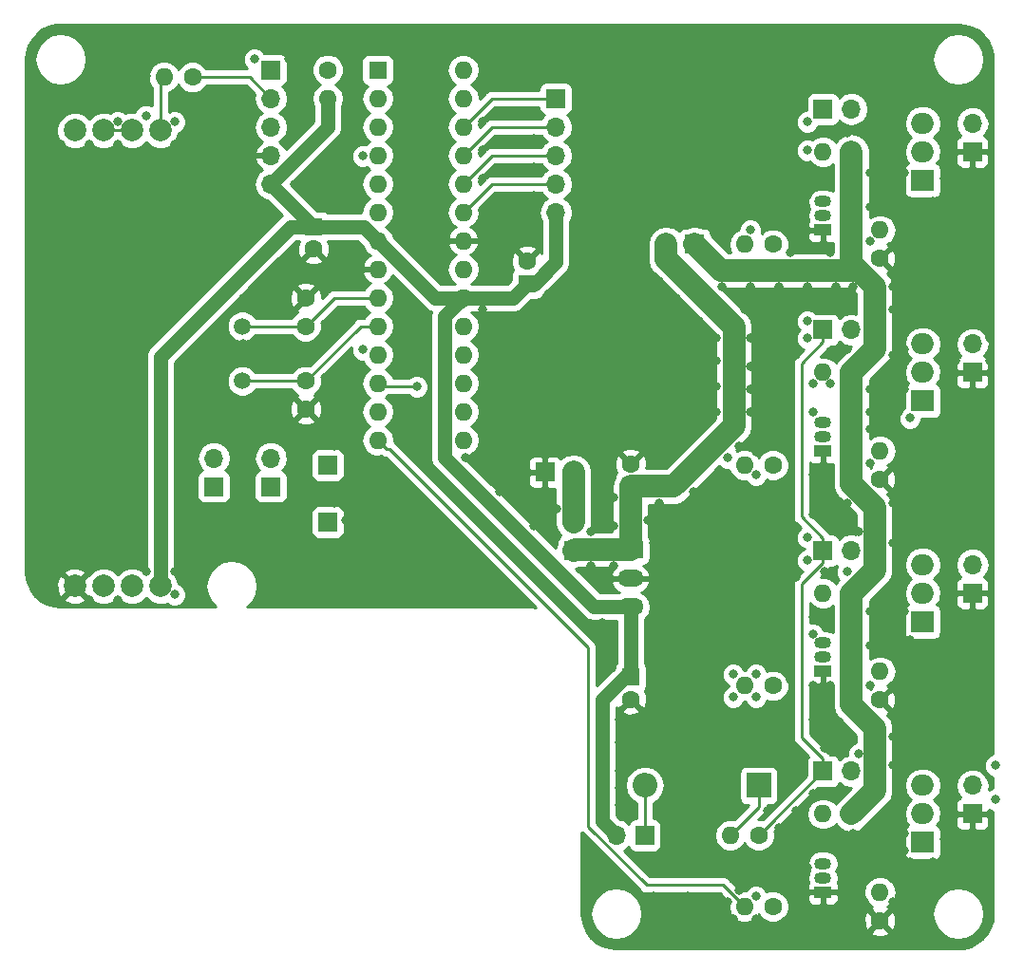
<source format=gbr>
G04 #@! TF.GenerationSoftware,KiCad,Pcbnew,(5.0.1)-4*
G04 #@! TF.CreationDate,2018-12-26T20:48:13-08:00*
G04 #@! TF.ProjectId,Launch_Controller-Pad_Box,4C61756E63685F436F6E74726F6C6C65,rev?*
G04 #@! TF.SameCoordinates,Original*
G04 #@! TF.FileFunction,Copper,L1,Top,Signal*
G04 #@! TF.FilePolarity,Positive*
%FSLAX46Y46*%
G04 Gerber Fmt 4.6, Leading zero omitted, Abs format (unit mm)*
G04 Created by KiCad (PCBNEW (5.0.1)-4) date 12/26/2018 8:48:13 PM*
%MOMM*%
%LPD*%
G01*
G04 APERTURE LIST*
G04 #@! TA.AperFunction,ComponentPad*
%ADD10R,1.700000X1.700000*%
G04 #@! TD*
G04 #@! TA.AperFunction,ComponentPad*
%ADD11O,1.700000X1.700000*%
G04 #@! TD*
G04 #@! TA.AperFunction,ComponentPad*
%ADD12R,1.600000X1.600000*%
G04 #@! TD*
G04 #@! TA.AperFunction,ComponentPad*
%ADD13C,1.600000*%
G04 #@! TD*
G04 #@! TA.AperFunction,ComponentPad*
%ADD14O,2.000000X1.905000*%
G04 #@! TD*
G04 #@! TA.AperFunction,ComponentPad*
%ADD15R,2.000000X1.905000*%
G04 #@! TD*
G04 #@! TA.AperFunction,ComponentPad*
%ADD16R,2.200000X2.200000*%
G04 #@! TD*
G04 #@! TA.AperFunction,ComponentPad*
%ADD17O,2.200000X2.200000*%
G04 #@! TD*
G04 #@! TA.AperFunction,ComponentPad*
%ADD18O,1.500000X1.050000*%
G04 #@! TD*
G04 #@! TA.AperFunction,ComponentPad*
%ADD19R,1.500000X1.050000*%
G04 #@! TD*
G04 #@! TA.AperFunction,ComponentPad*
%ADD20C,2.000000*%
G04 #@! TD*
G04 #@! TA.AperFunction,ComponentPad*
%ADD21R,2.300000X1.500000*%
G04 #@! TD*
G04 #@! TA.AperFunction,ComponentPad*
%ADD22O,2.300000X1.500000*%
G04 #@! TD*
G04 #@! TA.AperFunction,ComponentPad*
%ADD23O,1.600000X1.600000*%
G04 #@! TD*
G04 #@! TA.AperFunction,ComponentPad*
%ADD24C,1.500000*%
G04 #@! TD*
G04 #@! TA.AperFunction,ViaPad*
%ADD25C,0.800000*%
G04 #@! TD*
G04 #@! TA.AperFunction,Conductor*
%ADD26C,0.250000*%
G04 #@! TD*
G04 #@! TA.AperFunction,Conductor*
%ADD27C,2.000000*%
G04 #@! TD*
G04 #@! TA.AperFunction,Conductor*
%ADD28C,1.250000*%
G04 #@! TD*
G04 #@! TA.AperFunction,Conductor*
%ADD29C,0.254000*%
G04 #@! TD*
G04 APERTURE END LIST*
D10*
G04 #@! TO.P,SW2,1*
G04 #@! TO.N,Net-(R2-Pad1)*
X111125000Y-94615000D03*
D11*
G04 #@! TO.P,SW2,2*
G04 #@! TO.N,Net-(J5-Pad2)*
X113665000Y-94615000D03*
G04 #@! TD*
D12*
G04 #@! TO.P,C3,1*
G04 #@! TO.N,Net-(C3-Pad1)*
X93980000Y-88900000D03*
D13*
G04 #@! TO.P,C3,2*
G04 #@! TO.N,GND*
X93980000Y-86900000D03*
G04 #@! TD*
D14*
G04 #@! TO.P,Q2,3*
G04 #@! TO.N,Net-(J4-Pad2)*
X120015000Y-115570000D03*
G04 #@! TO.P,Q2,2*
G04 #@! TO.N,Net-(Q2-Pad2)*
X120015000Y-118110000D03*
D15*
G04 #@! TO.P,Q2,1*
G04 #@! TO.N,Net-(Q1-Pad3)*
X120015000Y-120650000D03*
G04 #@! TD*
D13*
G04 #@! TO.P,C1,1*
G04 #@! TO.N,Net-(C1-Pad1)*
X65024000Y-74612500D03*
G04 #@! TO.P,C1,2*
G04 #@! TO.N,GND*
X65024000Y-72112500D03*
G04 #@! TD*
G04 #@! TO.P,C2,2*
G04 #@! TO.N,GND*
X65024000Y-82002000D03*
G04 #@! TO.P,C2,1*
G04 #@! TO.N,Net-(C2-Pad1)*
X65024000Y-79502000D03*
G04 #@! TD*
G04 #@! TO.P,C4,2*
G04 #@! TO.N,GND*
X93980000Y-107878103D03*
D12*
G04 #@! TO.P,C4,1*
G04 #@! TO.N,+3V3*
X93980000Y-105878103D03*
G04 #@! TD*
G04 #@! TO.P,C5,1*
G04 #@! TO.N,+3V3*
X84772500Y-70802500D03*
D13*
G04 #@! TO.P,C5,2*
G04 #@! TO.N,GND*
X84772500Y-68802500D03*
G04 #@! TD*
G04 #@! TO.P,C6,2*
G04 #@! TO.N,GND*
X65722500Y-67722500D03*
D12*
G04 #@! TO.P,C6,1*
G04 #@! TO.N,+3V3*
X65722500Y-65722500D03*
G04 #@! TD*
D16*
G04 #@! TO.P,D1,1*
G04 #@! TO.N,Net-(D1-Pad1)*
X105410000Y-115570000D03*
D17*
G04 #@! TO.P,D1,2*
G04 #@! TO.N,Net-(D1-Pad2)*
X95250000Y-115570000D03*
G04 #@! TD*
D11*
G04 #@! TO.P,D2,2*
G04 #@! TO.N,+3V3*
X92710000Y-120015000D03*
D10*
G04 #@! TO.P,D2,1*
G04 #@! TO.N,Net-(D1-Pad2)*
X95250000Y-120015000D03*
G04 #@! TD*
G04 #@! TO.P,J1,1*
G04 #@! TO.N,Net-(J1-Pad1)*
X56831828Y-88906699D03*
D11*
G04 #@! TO.P,J1,2*
G04 #@! TO.N,Net-(J1-Pad2)*
X56831828Y-86366699D03*
G04 #@! TD*
D10*
G04 #@! TO.P,J2,1*
G04 #@! TO.N,Net-(J1-Pad1)*
X61911828Y-88906699D03*
D11*
G04 #@! TO.P,J2,2*
G04 #@! TO.N,Net-(J1-Pad2)*
X61911828Y-86366699D03*
G04 #@! TD*
G04 #@! TO.P,J3,5*
G04 #@! TO.N,+3V3*
X61912500Y-61912500D03*
G04 #@! TO.P,J3,4*
G04 #@! TO.N,GND*
X61912500Y-59372500D03*
G04 #@! TO.P,J3,3*
G04 #@! TO.N,Net-(J3-Pad3)*
X61912500Y-56832500D03*
G04 #@! TO.P,J3,2*
G04 #@! TO.N,Net-(J3-Pad2)*
X61912500Y-54292500D03*
D10*
G04 #@! TO.P,J3,1*
G04 #@! TO.N,Net-(J3-Pad1)*
X61912500Y-51752500D03*
G04 #@! TD*
G04 #@! TO.P,J4,1*
G04 #@! TO.N,GND*
X124460000Y-118110000D03*
D11*
G04 #@! TO.P,J4,2*
G04 #@! TO.N,Net-(J4-Pad2)*
X124460000Y-115570000D03*
G04 #@! TD*
G04 #@! TO.P,J5,2*
G04 #@! TO.N,Net-(J5-Pad2)*
X124460000Y-95885000D03*
D10*
G04 #@! TO.P,J5,1*
G04 #@! TO.N,GND*
X124460000Y-98425000D03*
G04 #@! TD*
D11*
G04 #@! TO.P,J6,2*
G04 #@! TO.N,Net-(J6-Pad2)*
X124460000Y-76200000D03*
D10*
G04 #@! TO.P,J6,1*
G04 #@! TO.N,GND*
X124460000Y-78740000D03*
G04 #@! TD*
D11*
G04 #@! TO.P,J7,2*
G04 #@! TO.N,Net-(J7-Pad2)*
X124460000Y-56515000D03*
D10*
G04 #@! TO.P,J7,1*
G04 #@! TO.N,GND*
X124460000Y-59055000D03*
G04 #@! TD*
G04 #@! TO.P,J8,1*
G04 #@! TO.N,GND*
X86360000Y-87630000D03*
D11*
G04 #@! TO.P,J8,2*
G04 #@! TO.N,+28V*
X88900000Y-87630000D03*
G04 #@! TD*
D10*
G04 #@! TO.P,J1-A1,1*
G04 #@! TO.N,Net-(J1-A1-Pad1)*
X66985801Y-86994328D03*
G04 #@! TD*
G04 #@! TO.P,J2-B1,1*
G04 #@! TO.N,Net-(J1-A1-Pad1)*
X66985801Y-92075000D03*
G04 #@! TD*
D18*
G04 #@! TO.P,Q1,2*
G04 #@! TO.N,Net-(Q1-Pad2)*
X111125000Y-123825000D03*
G04 #@! TO.P,Q1,3*
G04 #@! TO.N,Net-(Q1-Pad3)*
X111125000Y-122555000D03*
D19*
G04 #@! TO.P,Q1,1*
G04 #@! TO.N,GND*
X111125000Y-125095000D03*
G04 #@! TD*
D18*
G04 #@! TO.P,Q3,2*
G04 #@! TO.N,Net-(Q3-Pad2)*
X111125000Y-104140000D03*
G04 #@! TO.P,Q3,3*
G04 #@! TO.N,Net-(Q3-Pad3)*
X111125000Y-102870000D03*
D19*
G04 #@! TO.P,Q3,1*
G04 #@! TO.N,GND*
X111125000Y-105410000D03*
G04 #@! TD*
D15*
G04 #@! TO.P,Q4,1*
G04 #@! TO.N,Net-(Q3-Pad3)*
X120015000Y-100965000D03*
D14*
G04 #@! TO.P,Q4,2*
G04 #@! TO.N,Net-(Q2-Pad2)*
X120015000Y-98425000D03*
G04 #@! TO.P,Q4,3*
G04 #@! TO.N,Net-(J5-Pad2)*
X120015000Y-95885000D03*
G04 #@! TD*
D19*
G04 #@! TO.P,Q5,1*
G04 #@! TO.N,GND*
X111125000Y-85725000D03*
D18*
G04 #@! TO.P,Q5,3*
G04 #@! TO.N,Net-(Q5-Pad3)*
X111125000Y-83185000D03*
G04 #@! TO.P,Q5,2*
G04 #@! TO.N,Net-(Q5-Pad2)*
X111125000Y-84455000D03*
G04 #@! TD*
D14*
G04 #@! TO.P,Q6,3*
G04 #@! TO.N,Net-(J6-Pad2)*
X120015000Y-76200000D03*
G04 #@! TO.P,Q6,2*
G04 #@! TO.N,Net-(Q2-Pad2)*
X120015000Y-78740000D03*
D15*
G04 #@! TO.P,Q6,1*
G04 #@! TO.N,Net-(Q5-Pad3)*
X120015000Y-81280000D03*
G04 #@! TD*
D19*
G04 #@! TO.P,Q7,1*
G04 #@! TO.N,GND*
X111125000Y-66040000D03*
D18*
G04 #@! TO.P,Q7,3*
G04 #@! TO.N,Net-(Q7-Pad3)*
X111125000Y-63500000D03*
G04 #@! TO.P,Q7,2*
G04 #@! TO.N,Net-(Q7-Pad2)*
X111125000Y-64770000D03*
G04 #@! TD*
D15*
G04 #@! TO.P,Q8,1*
G04 #@! TO.N,Net-(Q7-Pad3)*
X120015000Y-61595000D03*
D14*
G04 #@! TO.P,Q8,2*
G04 #@! TO.N,Net-(Q2-Pad2)*
X120015000Y-59055000D03*
G04 #@! TO.P,Q8,3*
G04 #@! TO.N,Net-(J7-Pad2)*
X120015000Y-56515000D03*
G04 #@! TD*
D11*
G04 #@! TO.P,SW1,2*
G04 #@! TO.N,Net-(J4-Pad2)*
X113665000Y-114300000D03*
D10*
G04 #@! TO.P,SW1,1*
G04 #@! TO.N,Net-(R2-Pad1)*
X111125000Y-114300000D03*
G04 #@! TD*
G04 #@! TO.P,SW3,1*
G04 #@! TO.N,Net-(R2-Pad1)*
X111125000Y-74930000D03*
D11*
G04 #@! TO.P,SW3,2*
G04 #@! TO.N,Net-(J6-Pad2)*
X113665000Y-74930000D03*
G04 #@! TD*
D10*
G04 #@! TO.P,SW4,1*
G04 #@! TO.N,Net-(R2-Pad1)*
X111125000Y-55245000D03*
D11*
G04 #@! TO.P,SW4,2*
G04 #@! TO.N,Net-(J7-Pad2)*
X113665000Y-55245000D03*
G04 #@! TD*
D10*
G04 #@! TO.P,SW5,1*
G04 #@! TO.N,Net-(SW5-Pad1)*
X87312500Y-54292500D03*
D11*
G04 #@! TO.P,SW5,2*
G04 #@! TO.N,Net-(SW5-Pad2)*
X87312500Y-56832500D03*
G04 #@! TO.P,SW5,3*
G04 #@! TO.N,Net-(SW5-Pad3)*
X87312500Y-59372500D03*
G04 #@! TO.P,SW5,4*
G04 #@! TO.N,Net-(SW5-Pad4)*
X87312500Y-61912500D03*
G04 #@! TO.P,SW5,5*
G04 #@! TO.N,+3V3*
X87312500Y-64452500D03*
G04 #@! TD*
D10*
G04 #@! TO.P,SW6,1*
G04 #@! TO.N,Net-(Q2-Pad2)*
X99695000Y-67310000D03*
D11*
G04 #@! TO.P,SW6,2*
G04 #@! TO.N,Net-(C3-Pad1)*
X97155000Y-67310000D03*
G04 #@! TD*
G04 #@! TO.P,SW7,2*
G04 #@! TO.N,+28V*
X88900000Y-92075000D03*
D10*
G04 #@! TO.P,SW7,1*
G04 #@! TO.N,Net-(C3-Pad1)*
X88900000Y-94615000D03*
G04 #@! TD*
D20*
G04 #@! TO.P,U1,2*
G04 #@! TO.N,Net-(U1-Pad2)*
X49523301Y-57149328D03*
G04 #@! TO.P,U1,1*
G04 #@! TO.N,Net-(R8-Pad2)*
X52063301Y-57149328D03*
G04 #@! TO.P,U1,3*
G04 #@! TO.N,Net-(U1-Pad2)*
X46983301Y-57149328D03*
G04 #@! TO.P,U1,4*
G04 #@! TO.N,Net-(J3-Pad3)*
X44443301Y-57149328D03*
G04 #@! TO.P,U1,8*
G04 #@! TO.N,GND*
X44443301Y-97789328D03*
G04 #@! TO.P,U1,7*
G04 #@! TO.N,Net-(J1-Pad1)*
X46983301Y-97789328D03*
G04 #@! TO.P,U1,6*
G04 #@! TO.N,Net-(J1-Pad2)*
X49523301Y-97789328D03*
G04 #@! TO.P,U1,5*
G04 #@! TO.N,+3V3*
X52063301Y-97789328D03*
G04 #@! TD*
D21*
G04 #@! TO.P,U2,1*
G04 #@! TO.N,Net-(C3-Pad1)*
X93980000Y-94543103D03*
D22*
G04 #@! TO.P,U2,2*
G04 #@! TO.N,GND*
X93980000Y-97083103D03*
G04 #@! TO.P,U2,3*
G04 #@! TO.N,+3V3*
X93980000Y-99623103D03*
G04 #@! TD*
D12*
G04 #@! TO.P,U3,1*
G04 #@! TO.N,Net-(J3-Pad1)*
X71437500Y-51752500D03*
D23*
G04 #@! TO.P,U3,15*
G04 #@! TO.N,Net-(U3-Pad15)*
X79057500Y-84772500D03*
G04 #@! TO.P,U3,2*
G04 #@! TO.N,Net-(J3-Pad2)*
X71437500Y-54292500D03*
G04 #@! TO.P,U3,16*
G04 #@! TO.N,Net-(U3-Pad16)*
X79057500Y-82232500D03*
G04 #@! TO.P,U3,3*
G04 #@! TO.N,Net-(J3-Pad3)*
X71437500Y-56832500D03*
G04 #@! TO.P,U3,17*
G04 #@! TO.N,Net-(U3-Pad17)*
X79057500Y-79692500D03*
G04 #@! TO.P,U3,4*
G04 #@! TO.N,Net-(U1-Pad2)*
X71437500Y-59372500D03*
G04 #@! TO.P,U3,18*
G04 #@! TO.N,Net-(U3-Pad18)*
X79057500Y-77152500D03*
G04 #@! TO.P,U3,5*
G04 #@! TO.N,Net-(U3-Pad5)*
X71437500Y-61912500D03*
G04 #@! TO.P,U3,19*
G04 #@! TO.N,Net-(U3-Pad19)*
X79057500Y-74612500D03*
G04 #@! TO.P,U3,6*
G04 #@! TO.N,Net-(U3-Pad6)*
X71437500Y-64452500D03*
G04 #@! TO.P,U3,20*
G04 #@! TO.N,+3V3*
X79057500Y-72072500D03*
G04 #@! TO.P,U3,7*
X71437500Y-66992500D03*
G04 #@! TO.P,U3,21*
G04 #@! TO.N,Net-(U3-Pad21)*
X79057500Y-69532500D03*
G04 #@! TO.P,U3,8*
G04 #@! TO.N,GND*
X71437500Y-69532500D03*
G04 #@! TO.P,U3,22*
X79057500Y-66992500D03*
G04 #@! TO.P,U3,9*
G04 #@! TO.N,Net-(C1-Pad1)*
X71437500Y-72072500D03*
G04 #@! TO.P,U3,23*
G04 #@! TO.N,Net-(SW5-Pad4)*
X79057500Y-64452500D03*
G04 #@! TO.P,U3,10*
G04 #@! TO.N,Net-(C2-Pad1)*
X71437500Y-74612500D03*
G04 #@! TO.P,U3,24*
G04 #@! TO.N,Net-(SW5-Pad3)*
X79057500Y-61912500D03*
G04 #@! TO.P,U3,11*
G04 #@! TO.N,Net-(R7-Pad2)*
X71437500Y-77152500D03*
G04 #@! TO.P,U3,25*
G04 #@! TO.N,Net-(SW5-Pad2)*
X79057500Y-59372500D03*
G04 #@! TO.P,U3,12*
G04 #@! TO.N,Net-(R11-Pad2)*
X71437500Y-79692500D03*
G04 #@! TO.P,U3,26*
G04 #@! TO.N,Net-(SW5-Pad1)*
X79057500Y-56832500D03*
G04 #@! TO.P,U3,13*
G04 #@! TO.N,Net-(R14-Pad2)*
X71437500Y-82232500D03*
G04 #@! TO.P,U3,27*
G04 #@! TO.N,Net-(U3-Pad27)*
X79057500Y-54292500D03*
G04 #@! TO.P,U3,14*
G04 #@! TO.N,Net-(R4-Pad2)*
X71437500Y-84772500D03*
G04 #@! TO.P,U3,28*
G04 #@! TO.N,Net-(U3-Pad28)*
X79057500Y-51752500D03*
G04 #@! TD*
D24*
G04 #@! TO.P,Y1,1*
G04 #@! TO.N,Net-(C1-Pad1)*
X59372500Y-74612500D03*
G04 #@! TO.P,Y1,2*
G04 #@! TO.N,Net-(C2-Pad1)*
X59372500Y-79492500D03*
G04 #@! TD*
D13*
G04 #@! TO.P,R15,1*
G04 #@! TO.N,Net-(Q2-Pad2)*
X113665000Y-59055000D03*
D23*
G04 #@! TO.P,R15,2*
G04 #@! TO.N,Net-(Q7-Pad3)*
X111125000Y-59055000D03*
G04 #@! TD*
G04 #@! TO.P,R1,2*
G04 #@! TO.N,+3V3*
X66992500Y-54292500D03*
D13*
G04 #@! TO.P,R1,1*
G04 #@! TO.N,Net-(J3-Pad1)*
X66992500Y-51752500D03*
G04 #@! TD*
D23*
G04 #@! TO.P,R2,2*
G04 #@! TO.N,Net-(D1-Pad1)*
X102870000Y-120015000D03*
D13*
G04 #@! TO.P,R2,1*
G04 #@! TO.N,Net-(R2-Pad1)*
X105410000Y-120015000D03*
G04 #@! TD*
D23*
G04 #@! TO.P,R3,2*
G04 #@! TO.N,Net-(Q1-Pad2)*
X116205000Y-125095000D03*
D13*
G04 #@! TO.P,R3,1*
G04 #@! TO.N,GND*
X116205000Y-127635000D03*
G04 #@! TD*
G04 #@! TO.P,R4,1*
G04 #@! TO.N,Net-(Q1-Pad2)*
X106680000Y-126365000D03*
D23*
G04 #@! TO.P,R4,2*
G04 #@! TO.N,Net-(R4-Pad2)*
X104140000Y-126365000D03*
G04 #@! TD*
D13*
G04 #@! TO.P,R5,1*
G04 #@! TO.N,Net-(Q2-Pad2)*
X113665000Y-118110000D03*
D23*
G04 #@! TO.P,R5,2*
G04 #@! TO.N,Net-(Q1-Pad3)*
X111125000Y-118110000D03*
G04 #@! TD*
D13*
G04 #@! TO.P,R6,1*
G04 #@! TO.N,GND*
X116205000Y-107950000D03*
D23*
G04 #@! TO.P,R6,2*
G04 #@! TO.N,Net-(Q3-Pad2)*
X116205000Y-105410000D03*
G04 #@! TD*
G04 #@! TO.P,R7,2*
G04 #@! TO.N,Net-(R7-Pad2)*
X104140000Y-106680000D03*
D13*
G04 #@! TO.P,R7,1*
G04 #@! TO.N,Net-(Q3-Pad2)*
X106680000Y-106680000D03*
G04 #@! TD*
D23*
G04 #@! TO.P,R8,2*
G04 #@! TO.N,Net-(R8-Pad2)*
X52387500Y-52387500D03*
D13*
G04 #@! TO.P,R8,1*
G04 #@! TO.N,Net-(J3-Pad2)*
X54927500Y-52387500D03*
G04 #@! TD*
G04 #@! TO.P,R9,1*
G04 #@! TO.N,Net-(Q2-Pad2)*
X113665000Y-98425000D03*
D23*
G04 #@! TO.P,R9,2*
G04 #@! TO.N,Net-(Q3-Pad3)*
X111125000Y-98425000D03*
G04 #@! TD*
D13*
G04 #@! TO.P,R10,1*
G04 #@! TO.N,GND*
X116205000Y-88265000D03*
D23*
G04 #@! TO.P,R10,2*
G04 #@! TO.N,Net-(Q5-Pad2)*
X116205000Y-85725000D03*
G04 #@! TD*
G04 #@! TO.P,R11,2*
G04 #@! TO.N,Net-(R11-Pad2)*
X104140000Y-86995000D03*
D13*
G04 #@! TO.P,R11,1*
G04 #@! TO.N,Net-(Q5-Pad2)*
X106680000Y-86995000D03*
G04 #@! TD*
G04 #@! TO.P,R12,1*
G04 #@! TO.N,Net-(Q2-Pad2)*
X113665000Y-78740000D03*
D23*
G04 #@! TO.P,R12,2*
G04 #@! TO.N,Net-(Q5-Pad3)*
X111125000Y-78740000D03*
G04 #@! TD*
D13*
G04 #@! TO.P,R13,1*
G04 #@! TO.N,GND*
X116205000Y-68580000D03*
D23*
G04 #@! TO.P,R13,2*
G04 #@! TO.N,Net-(Q7-Pad2)*
X116205000Y-66040000D03*
G04 #@! TD*
G04 #@! TO.P,R14,2*
G04 #@! TO.N,Net-(R14-Pad2)*
X104140000Y-67310000D03*
D13*
G04 #@! TO.P,R14,1*
G04 #@! TO.N,Net-(Q7-Pad2)*
X106680000Y-67310000D03*
G04 #@! TD*
D25*
G04 #@! TO.N,*
X60452000Y-50800000D03*
X70104000Y-59436000D03*
X70104000Y-76708000D03*
X53340000Y-98552000D03*
X53340000Y-56388000D03*
X48260000Y-56388000D03*
X113284000Y-96520000D03*
X109728000Y-93472000D03*
X109728000Y-95504000D03*
X110236000Y-102108000D03*
X105156000Y-105664000D03*
X105156000Y-107696000D03*
X103124000Y-107696000D03*
X103124000Y-105664000D03*
X105156000Y-87884000D03*
X102616000Y-86360000D03*
X105156000Y-125476000D03*
X126492000Y-113792000D03*
X126492000Y-116840000D03*
X118872000Y-82804000D03*
X109728000Y-58928000D03*
X109728000Y-56388000D03*
X104648000Y-66040000D03*
X109728000Y-74168000D03*
X109728000Y-75692000D03*
X110236000Y-79756000D03*
X111760000Y-79756000D03*
X110236000Y-82296000D03*
X114300000Y-112776000D03*
X115316000Y-67056000D03*
G04 #@! TO.N,GND*
X101600000Y-80010000D03*
X105410000Y-95250000D03*
X100330000Y-111760000D03*
X100330000Y-115570000D03*
X100330000Y-121920000D03*
X99060000Y-128270000D03*
X119380000Y-128270000D03*
X74930000Y-83820000D03*
X92710000Y-57150000D03*
X104140000Y-57150000D03*
X99060000Y-60960000D03*
X91440000Y-72390000D03*
X85090000Y-81280000D03*
X73152000Y-53340000D03*
X73152000Y-55880000D03*
X73152000Y-58420000D03*
X73152000Y-60960000D03*
X73152000Y-63500000D03*
X73152000Y-66040000D03*
X73152000Y-71120000D03*
X73152000Y-73660000D03*
X73152000Y-76200000D03*
X73152000Y-78740000D03*
X73152000Y-81280000D03*
X73152000Y-83820000D03*
X80772000Y-82804000D03*
X80772000Y-80264000D03*
X80772000Y-77724000D03*
X80772000Y-75184000D03*
X80772000Y-73152000D03*
X80772000Y-70612000D03*
X80772000Y-67564000D03*
X80772000Y-65024000D03*
X80772000Y-61468000D03*
X80772000Y-58928000D03*
X80772000Y-56388000D03*
X80772000Y-53848000D03*
X80772000Y-51308000D03*
X85344000Y-55880000D03*
X85344000Y-57912000D03*
X85344000Y-60452000D03*
X85344000Y-62992000D03*
X85344000Y-65024000D03*
X89408000Y-65024000D03*
X89408000Y-62992000D03*
X89408000Y-60452000D03*
X89408000Y-57912000D03*
X89408000Y-55880000D03*
X85344000Y-52324000D03*
X89408000Y-52324000D03*
X60452000Y-55372000D03*
X63500000Y-50800000D03*
X64008000Y-53340000D03*
X64008000Y-57404000D03*
X64008000Y-61976000D03*
X70104000Y-62992000D03*
X70104000Y-57912000D03*
X67056000Y-62484000D03*
X69596000Y-70612000D03*
X69596000Y-68072000D03*
X66548000Y-70612000D03*
X69596000Y-73660000D03*
X66548000Y-75692000D03*
X59436000Y-76200000D03*
X59436000Y-77724000D03*
X61468000Y-77216000D03*
X57404000Y-77216000D03*
X59436000Y-72136000D03*
X59436000Y-82296000D03*
X63500000Y-80772000D03*
X66548000Y-80772000D03*
X65024000Y-77216000D03*
X70104000Y-80772000D03*
X70104000Y-83820000D03*
X65024000Y-85344000D03*
X67564000Y-85344000D03*
X69596000Y-86868000D03*
X67564000Y-88900000D03*
X65024000Y-86868000D03*
X65024000Y-93980000D03*
X68580000Y-93980000D03*
X68580000Y-91948000D03*
X67564000Y-90424000D03*
X65024000Y-91948000D03*
X59436000Y-90424000D03*
X59436000Y-87884000D03*
X59436000Y-85344000D03*
X63500000Y-85344000D03*
X63500000Y-90932000D03*
X55372000Y-90424000D03*
X54864000Y-87884000D03*
X54864000Y-85344000D03*
X56896000Y-84328000D03*
X45720000Y-96012000D03*
X45720000Y-99060000D03*
X48260000Y-99060000D03*
X50800000Y-96520000D03*
X53340000Y-96520000D03*
X42672000Y-96520000D03*
X42672000Y-99060000D03*
X43180000Y-58420000D03*
X43180000Y-55880000D03*
X45720000Y-58420000D03*
X48260000Y-58420000D03*
X53340000Y-58420000D03*
X48260000Y-54864000D03*
X45720000Y-54864000D03*
X53340000Y-50800000D03*
X55372000Y-50800000D03*
X53340000Y-53848000D03*
X56388000Y-53848000D03*
X50800000Y-52324000D03*
X121920000Y-97536000D03*
X121920000Y-99568000D03*
X121920000Y-102108000D03*
X118872000Y-102616000D03*
X118364000Y-100076000D03*
X117348000Y-93980000D03*
X115316000Y-100076000D03*
X114300000Y-92964000D03*
X112268000Y-92964000D03*
X111252000Y-96520000D03*
X111760000Y-106680000D03*
X110236000Y-106680000D03*
X115316000Y-103124000D03*
X115316000Y-106680000D03*
X117348000Y-106680000D03*
X117348000Y-104140000D03*
X117348000Y-109220000D03*
X108204000Y-106172000D03*
X108204000Y-107696000D03*
X105156000Y-85852000D03*
X103632000Y-85344000D03*
X105156000Y-127508000D03*
X103124000Y-127508000D03*
X102616000Y-125984000D03*
X103632000Y-124968000D03*
X109728000Y-122936000D03*
X117348000Y-123952000D03*
X117348000Y-125984000D03*
X114808000Y-125984000D03*
X121920000Y-117348000D03*
X121920000Y-120396000D03*
X120904000Y-122428000D03*
X118872000Y-122428000D03*
X118364000Y-121412000D03*
X118364000Y-119888000D03*
X117348000Y-113792000D03*
X120396000Y-113792000D03*
X123444000Y-113792000D03*
X120396000Y-93980000D03*
X123444000Y-93980000D03*
X125984000Y-93980000D03*
X125984000Y-97028000D03*
X120396000Y-74168000D03*
X123444000Y-74168000D03*
X125984000Y-74168000D03*
X125984000Y-75692000D03*
X125984000Y-77724000D03*
X122936000Y-77724000D03*
X121920000Y-77724000D03*
X118364000Y-76708000D03*
X117348000Y-77216000D03*
X118364000Y-80264000D03*
X115316000Y-80264000D03*
X121920000Y-79756000D03*
X121920000Y-82804000D03*
X117856000Y-82296000D03*
X121920000Y-61468000D03*
X120904000Y-63500000D03*
X117856000Y-62992000D03*
X118364000Y-60960000D03*
X115316000Y-60960000D03*
X121920000Y-58420000D03*
X115824000Y-54864000D03*
X118872000Y-54864000D03*
X121920000Y-54864000D03*
X124968000Y-54864000D03*
X125984000Y-55880000D03*
X125984000Y-57404000D03*
X113284000Y-57404000D03*
X111760000Y-57404000D03*
X111252000Y-61468000D03*
X109728000Y-62992000D03*
X109728000Y-53848000D03*
X112776000Y-53340000D03*
X109220000Y-66040000D03*
X108204000Y-68072000D03*
X103124000Y-66040000D03*
X107188000Y-65024000D03*
X109728000Y-71120000D03*
X111252000Y-72644000D03*
X107188000Y-71120000D03*
X108712000Y-72644000D03*
X113792000Y-73152000D03*
X113284000Y-76708000D03*
X111760000Y-77216000D03*
X108712000Y-77216000D03*
X108204000Y-78740000D03*
X108204000Y-80264000D03*
X108204000Y-81788000D03*
X108204000Y-83312000D03*
X108204000Y-86360000D03*
X108204000Y-89408000D03*
X108204000Y-91440000D03*
X110236000Y-91440000D03*
X110236000Y-87884000D03*
X108712000Y-97028000D03*
X108204000Y-100076000D03*
X108204000Y-103124000D03*
X110236000Y-100584000D03*
X110236000Y-109728000D03*
X111252000Y-112268000D03*
X108204000Y-109728000D03*
X108712000Y-112268000D03*
X109220000Y-114808000D03*
X107696000Y-116332000D03*
X110236000Y-116332000D03*
X108712000Y-117856000D03*
X107188000Y-119380000D03*
X106172000Y-117856000D03*
X114300000Y-122936000D03*
X96520000Y-70612000D03*
X98044000Y-72136000D03*
X100076000Y-74168000D03*
X101600000Y-75692000D03*
X101600000Y-77724000D03*
X101600000Y-82296000D03*
X99568000Y-84328000D03*
X97028000Y-86868000D03*
X102108000Y-71120000D03*
X104140000Y-73152000D03*
X104648000Y-75692000D03*
X104648000Y-78232000D03*
X104648000Y-80264000D03*
X104648000Y-82296000D03*
X99568000Y-89408000D03*
X96520000Y-90424000D03*
X95504000Y-91948000D03*
X92456000Y-92456000D03*
X92456000Y-89916000D03*
X90424000Y-92964000D03*
X96012000Y-93980000D03*
X96012000Y-95504000D03*
X92456000Y-96012000D03*
X90424000Y-96012000D03*
X87376000Y-93472000D03*
X87376000Y-90932000D03*
X85344000Y-92456000D03*
X83820000Y-90424000D03*
X82296000Y-89408000D03*
X81280000Y-87884000D03*
X79248000Y-86360000D03*
X75692000Y-85852000D03*
X77724000Y-88900000D03*
X79248000Y-90424000D03*
X80772000Y-91948000D03*
X82804000Y-93980000D03*
X84836000Y-96012000D03*
X87376000Y-98552000D03*
X88900000Y-100076000D03*
X91440000Y-101092000D03*
X92456000Y-102108000D03*
X92456000Y-103632000D03*
X90424000Y-121412000D03*
X91948000Y-122936000D03*
X93980000Y-124460000D03*
X96012000Y-125476000D03*
X99060000Y-125476000D03*
X102108000Y-123444000D03*
X100076000Y-123444000D03*
X97536000Y-123444000D03*
X95504000Y-122428000D03*
X92964000Y-109728000D03*
X92964000Y-111760000D03*
X92964000Y-114300000D03*
X92964000Y-117348000D03*
X92964000Y-115824000D03*
X97028000Y-113792000D03*
X97028000Y-117348000D03*
X103632000Y-117348000D03*
X103632000Y-113284000D03*
X96012000Y-104648000D03*
X96012000Y-108712000D03*
X96012000Y-106172000D03*
X96012000Y-102108000D03*
X98044000Y-104140000D03*
X100584000Y-105156000D03*
X100584000Y-108204000D03*
X111760000Y-108204000D03*
X113284000Y-110744000D03*
X117348000Y-111252000D03*
X115824000Y-119888000D03*
X113792000Y-119888000D03*
X111760000Y-87376000D03*
X111760000Y-89408000D03*
X113284000Y-90424000D03*
X117348000Y-90424000D03*
X115316000Y-82296000D03*
X115316000Y-83820000D03*
X115316000Y-86868000D03*
X112268000Y-71120000D03*
X113792000Y-71120000D03*
X117348000Y-73152000D03*
X117348000Y-71120000D03*
X111760000Y-68072000D03*
X115316000Y-64008000D03*
X104648000Y-71120000D03*
X107188000Y-75184000D03*
X48260000Y-64516000D03*
X51816000Y-64008000D03*
X45212000Y-65024000D03*
X45720000Y-72136000D03*
X53340000Y-71120000D03*
X49276000Y-74168000D03*
X46736000Y-79756000D03*
X44704000Y-82804000D03*
X45212000Y-88900000D03*
X46736000Y-89916000D03*
X49276000Y-91440000D03*
X44704000Y-92456000D03*
X48768000Y-84836000D03*
X44196000Y-76708000D03*
X57404000Y-65024000D03*
X58420000Y-66040000D03*
X58928000Y-62484000D03*
X55880000Y-68580000D03*
X75184000Y-56388000D03*
X75692000Y-60960000D03*
X76200000Y-68072000D03*
X75692000Y-65532000D03*
X74676000Y-75184000D03*
X86868000Y-74676000D03*
X97028000Y-80264000D03*
X92964000Y-81280000D03*
X90932000Y-81280000D03*
X73660000Y-90424000D03*
X75692000Y-92964000D03*
X79248000Y-93980000D03*
X64008000Y-96520000D03*
X69088000Y-98552000D03*
X71120000Y-97536000D03*
X80772000Y-99060000D03*
X76708000Y-96012000D03*
X123952000Y-64516000D03*
X124460000Y-69596000D03*
X123444000Y-71628000D03*
X120396000Y-68072000D03*
X124460000Y-85852000D03*
X124460000Y-90424000D03*
X119888000Y-89408000D03*
X120904000Y-86360000D03*
X123952000Y-105664000D03*
X124968000Y-110236000D03*
X120396000Y-110744000D03*
X119380000Y-106680000D03*
X124968000Y-122936000D03*
X119888000Y-125476000D03*
X111252000Y-128524000D03*
X94996000Y-129540000D03*
X103124000Y-102616000D03*
X98552000Y-98552000D03*
X101600000Y-92964000D03*
X97536000Y-52324000D03*
X107696000Y-51308000D03*
X118364000Y-50292000D03*
X84836000Y-49784000D03*
X93472000Y-66040000D03*
X112776000Y-121920000D03*
G04 #@! TO.N,Net-(J3-Pad3)*
X50800000Y-55824327D03*
G04 #@! TO.N,Net-(R11-Pad2)*
X74930000Y-80010000D03*
G04 #@! TD*
D26*
G04 #@! TO.N,Net-(C1-Pad1)*
X67564000Y-72072500D02*
X65024000Y-74612500D01*
X71437500Y-72072500D02*
X67564000Y-72072500D01*
X65024000Y-74612500D02*
X59372500Y-74612500D01*
G04 #@! TO.N,Net-(C2-Pad1)*
X59382000Y-79502000D02*
X59372500Y-79492500D01*
X65024000Y-79502000D02*
X59382000Y-79502000D01*
X69913500Y-74612500D02*
X71437500Y-74612500D01*
X65024000Y-79502000D02*
X69913500Y-74612500D01*
D27*
G04 #@! TO.N,Net-(C3-Pad1)*
X93980000Y-88900000D02*
X93980000Y-94543103D01*
X88971897Y-94543103D02*
X88900000Y-94615000D01*
X93980000Y-94543103D02*
X88971897Y-94543103D01*
X97155000Y-68512081D02*
X97155000Y-67310000D01*
X97155000Y-68630002D02*
X97155000Y-68512081D01*
X103200001Y-74675003D02*
X97155000Y-68630002D01*
X103200001Y-83489999D02*
X103200001Y-74675003D01*
X97790000Y-88900000D02*
X103200001Y-83489999D01*
X93980000Y-88900000D02*
X97790000Y-88900000D01*
D28*
G04 #@! TO.N,+3V3*
X93980000Y-105878103D02*
X93980000Y-99623103D01*
X93980000Y-105878103D02*
X93511897Y-105878103D01*
X93511897Y-105878103D02*
X91440000Y-107950000D01*
X91440000Y-118745000D02*
X92710000Y-120015000D01*
X91440000Y-107950000D02*
X91440000Y-118745000D01*
X83502500Y-72072500D02*
X84772500Y-70802500D01*
X79057500Y-72072500D02*
X83502500Y-72072500D01*
X84772500Y-70802500D02*
X85407500Y-70802500D01*
X87312500Y-68897500D02*
X87312500Y-64452500D01*
X85407500Y-70802500D02*
X87312500Y-68897500D01*
X76517500Y-72072500D02*
X71437500Y-66992500D01*
X79057500Y-72072500D02*
X76517500Y-72072500D01*
X70167500Y-65722500D02*
X65722500Y-65722500D01*
X71437500Y-66992500D02*
X70167500Y-65722500D01*
X65722500Y-65722500D02*
X61912500Y-61912500D01*
X66992500Y-56832500D02*
X66992500Y-54292500D01*
X61912500Y-61912500D02*
X66992500Y-56832500D01*
X52063301Y-96375115D02*
X52063301Y-97789328D01*
X52063301Y-77331699D02*
X52063301Y-96375115D01*
X63672500Y-65722500D02*
X52063301Y-77331699D01*
X65722500Y-65722500D02*
X63672500Y-65722500D01*
X93980000Y-99623103D02*
X90733103Y-99623103D01*
X78257501Y-72872499D02*
X79057500Y-72072500D01*
X77432499Y-73697501D02*
X78257501Y-72872499D01*
X77432499Y-86322499D02*
X77432499Y-73697501D01*
X90733103Y-99623103D02*
X77432499Y-86322499D01*
D26*
G04 #@! TO.N,Net-(D1-Pad1)*
X105410000Y-117475000D02*
X102870000Y-120015000D01*
X105410000Y-115570000D02*
X105410000Y-117475000D01*
G04 #@! TO.N,Net-(D1-Pad2)*
X95250000Y-115570000D02*
X95250000Y-120015000D01*
G04 #@! TO.N,Net-(J3-Pad2)*
X60007500Y-52387500D02*
X61912500Y-54292500D01*
X54927500Y-52387500D02*
X60007500Y-52387500D01*
D27*
G04 #@! TO.N,+28V*
X88900000Y-87630000D02*
X88900000Y-92075000D01*
G04 #@! TO.N,Net-(Q2-Pad2)*
X113665000Y-99556370D02*
X113665000Y-98425000D01*
X113665000Y-108370002D02*
X113665000Y-99556370D01*
X115715001Y-110420003D02*
X113665000Y-108370002D01*
X115715001Y-116059999D02*
X115715001Y-110420003D01*
X113665000Y-118110000D02*
X115715001Y-116059999D01*
X113665000Y-79871370D02*
X113665000Y-78740000D01*
X113665000Y-88685002D02*
X113665000Y-79871370D01*
X115715001Y-90735003D02*
X113665000Y-88685002D01*
X115715001Y-96374999D02*
X115715001Y-90735003D01*
X113665000Y-98425000D02*
X115715001Y-96374999D01*
X113665000Y-60186370D02*
X113665000Y-59055000D01*
X113665000Y-69000002D02*
X113665000Y-60186370D01*
X115715001Y-71050003D02*
X113665000Y-69000002D01*
X115715001Y-76689999D02*
X115715001Y-71050003D01*
X113665000Y-78740000D02*
X115715001Y-76689999D01*
X114300000Y-69635002D02*
X115715001Y-71050003D01*
X102020002Y-69635002D02*
X114300000Y-69635002D01*
X99695000Y-67310000D02*
X102020002Y-69635002D01*
D26*
G04 #@! TO.N,Net-(R2-Pad1)*
X106209999Y-119215001D02*
X111125000Y-114300000D01*
X105410000Y-120015000D02*
X106209999Y-119215001D01*
X111125000Y-113200000D02*
X109220000Y-111295000D01*
X111125000Y-114300000D02*
X111125000Y-113200000D01*
X111125000Y-95715000D02*
X111125000Y-94615000D01*
X109220000Y-97620000D02*
X111125000Y-95715000D01*
X109220000Y-111295000D02*
X109220000Y-97620000D01*
X111125000Y-93515000D02*
X109220000Y-91610000D01*
X111125000Y-94615000D02*
X111125000Y-93515000D01*
X111125000Y-76030000D02*
X111125000Y-74930000D01*
X109220000Y-77935000D02*
X111125000Y-76030000D01*
X109220000Y-91610000D02*
X109220000Y-77935000D01*
G04 #@! TO.N,Net-(R4-Pad2)*
X95415998Y-124460000D02*
X90170000Y-119214002D01*
X104140000Y-126365000D02*
X102235000Y-124460000D01*
X102235000Y-124460000D02*
X95415998Y-124460000D01*
X72237499Y-85572499D02*
X71437500Y-84772500D01*
X72496593Y-85572499D02*
X72237499Y-85572499D01*
X90170000Y-103245906D02*
X72496593Y-85572499D01*
X90170000Y-119214002D02*
X90170000Y-103245906D01*
G04 #@! TO.N,Net-(R8-Pad2)*
X52063301Y-52711699D02*
X52387500Y-52387500D01*
X52063301Y-57149328D02*
X52063301Y-52711699D01*
G04 #@! TO.N,Net-(R11-Pad2)*
X71755000Y-80010000D02*
X71437500Y-79692500D01*
X74930000Y-80010000D02*
X71755000Y-80010000D01*
G04 #@! TO.N,Net-(SW5-Pad1)*
X81597500Y-54292500D02*
X79057500Y-56832500D01*
X87312500Y-54292500D02*
X81597500Y-54292500D01*
G04 #@! TO.N,Net-(SW5-Pad2)*
X81597500Y-56832500D02*
X79057500Y-59372500D01*
X87312500Y-56832500D02*
X81597500Y-56832500D01*
G04 #@! TO.N,Net-(SW5-Pad3)*
X81597500Y-59372500D02*
X79057500Y-61912500D01*
X87312500Y-59372500D02*
X81597500Y-59372500D01*
G04 #@! TO.N,Net-(SW5-Pad4)*
X81597500Y-61912500D02*
X79057500Y-64452500D01*
X87312500Y-61912500D02*
X81597500Y-61912500D01*
G04 #@! TO.N,Net-(U1-Pad2)*
X49523301Y-57149328D02*
X46983301Y-57149328D01*
G04 #@! TD*
D29*
G04 #@! TO.N,GND*
G36*
X123812604Y-47766895D02*
X124409782Y-47954039D01*
X124957124Y-48257436D01*
X125432289Y-48664701D01*
X125815852Y-49159188D01*
X126092150Y-49720700D01*
X126252104Y-50334774D01*
X126290000Y-50827270D01*
X126290001Y-112757000D01*
X126286126Y-112757000D01*
X125905720Y-112914569D01*
X125614569Y-113205720D01*
X125457000Y-113586126D01*
X125457000Y-113997874D01*
X125614569Y-114378280D01*
X125905720Y-114669431D01*
X126286126Y-114827000D01*
X126290001Y-114827000D01*
X126290001Y-115805000D01*
X126286126Y-115805000D01*
X125905720Y-115962569D01*
X125893593Y-115974696D01*
X125974092Y-115570000D01*
X125858839Y-114990582D01*
X125530625Y-114499375D01*
X125039418Y-114171161D01*
X124606256Y-114085000D01*
X124313744Y-114085000D01*
X123880582Y-114171161D01*
X123389375Y-114499375D01*
X123061161Y-114990582D01*
X122945908Y-115570000D01*
X123061161Y-116149418D01*
X123389375Y-116640625D01*
X123411033Y-116655096D01*
X123250302Y-116721673D01*
X123071673Y-116900301D01*
X122975000Y-117133690D01*
X122975000Y-117824250D01*
X123133750Y-117983000D01*
X124333000Y-117983000D01*
X124333000Y-117963000D01*
X124587000Y-117963000D01*
X124587000Y-117983000D01*
X125786250Y-117983000D01*
X125945000Y-117824250D01*
X125945000Y-117733701D01*
X126286126Y-117875000D01*
X126290001Y-117875000D01*
X126290001Y-126964026D01*
X126223105Y-127622604D01*
X126035961Y-128219782D01*
X125732563Y-128767125D01*
X125325299Y-129242289D01*
X124830812Y-129625852D01*
X124269304Y-129902148D01*
X123655227Y-130062104D01*
X123162730Y-130100000D01*
X92745964Y-130100000D01*
X92087396Y-130033105D01*
X91490218Y-129845961D01*
X90942875Y-129542563D01*
X90467711Y-129135299D01*
X90084148Y-128640812D01*
X89807852Y-128079304D01*
X89647896Y-127465227D01*
X89612099Y-127000000D01*
X90392500Y-127000000D01*
X90505927Y-127716147D01*
X90835103Y-128362192D01*
X91347808Y-128874897D01*
X91993853Y-129204073D01*
X92710000Y-129317500D01*
X93426147Y-129204073D01*
X94072192Y-128874897D01*
X94304344Y-128642745D01*
X115376861Y-128642745D01*
X115450995Y-128888864D01*
X115988223Y-129081965D01*
X116558454Y-129054778D01*
X116959005Y-128888864D01*
X117033139Y-128642745D01*
X116205000Y-127814605D01*
X115376861Y-128642745D01*
X94304344Y-128642745D01*
X94584897Y-128362192D01*
X94914073Y-127716147D01*
X95027500Y-127000000D01*
X94914073Y-126283853D01*
X94584897Y-125637808D01*
X94072192Y-125125103D01*
X93426147Y-124795927D01*
X92710000Y-124682500D01*
X91993853Y-124795927D01*
X91347808Y-125125103D01*
X90835103Y-125637808D01*
X90505927Y-126283853D01*
X90392500Y-127000000D01*
X89612099Y-127000000D01*
X89610000Y-126972730D01*
X89610000Y-119743865D01*
X89622071Y-119761931D01*
X89685530Y-119804333D01*
X94825668Y-124944472D01*
X94868069Y-125007929D01*
X95119461Y-125175904D01*
X95341146Y-125220000D01*
X95341150Y-125220000D01*
X95415998Y-125234888D01*
X95490846Y-125220000D01*
X101920199Y-125220000D01*
X102741312Y-126041114D01*
X102676887Y-126365000D01*
X102788260Y-126924909D01*
X103105423Y-127399577D01*
X103580091Y-127716740D01*
X103998667Y-127800000D01*
X104281333Y-127800000D01*
X104699909Y-127716740D01*
X105174577Y-127399577D01*
X105409606Y-127047832D01*
X105463466Y-127177862D01*
X105867138Y-127581534D01*
X106394561Y-127800000D01*
X106965439Y-127800000D01*
X107492862Y-127581534D01*
X107656173Y-127418223D01*
X114758035Y-127418223D01*
X114785222Y-127988454D01*
X114951136Y-128389005D01*
X115197255Y-128463139D01*
X116025395Y-127635000D01*
X116384605Y-127635000D01*
X117212745Y-128463139D01*
X117458864Y-128389005D01*
X117651965Y-127851777D01*
X117624778Y-127281546D01*
X117508158Y-127000000D01*
X120872500Y-127000000D01*
X120985927Y-127716147D01*
X121315103Y-128362192D01*
X121827808Y-128874897D01*
X122473853Y-129204073D01*
X123190000Y-129317500D01*
X123906147Y-129204073D01*
X124552192Y-128874897D01*
X125064897Y-128362192D01*
X125394073Y-127716147D01*
X125507500Y-127000000D01*
X125394073Y-126283853D01*
X125064897Y-125637808D01*
X124552192Y-125125103D01*
X123906147Y-124795927D01*
X123190000Y-124682500D01*
X122473853Y-124795927D01*
X121827808Y-125125103D01*
X121315103Y-125637808D01*
X120985927Y-126283853D01*
X120872500Y-127000000D01*
X117508158Y-127000000D01*
X117458864Y-126880995D01*
X117212745Y-126806861D01*
X116384605Y-127635000D01*
X116025395Y-127635000D01*
X115197255Y-126806861D01*
X114951136Y-126880995D01*
X114758035Y-127418223D01*
X107656173Y-127418223D01*
X107896534Y-127177862D01*
X108115000Y-126650439D01*
X108115000Y-126079561D01*
X107896534Y-125552138D01*
X107725146Y-125380750D01*
X109740000Y-125380750D01*
X109740000Y-125746309D01*
X109836673Y-125979698D01*
X110015301Y-126158327D01*
X110248690Y-126255000D01*
X110839250Y-126255000D01*
X110998000Y-126096250D01*
X110998000Y-125222000D01*
X111252000Y-125222000D01*
X111252000Y-126096250D01*
X111410750Y-126255000D01*
X112001310Y-126255000D01*
X112234699Y-126158327D01*
X112413327Y-125979698D01*
X112510000Y-125746309D01*
X112510000Y-125380750D01*
X112351250Y-125222000D01*
X111252000Y-125222000D01*
X110998000Y-125222000D01*
X109898750Y-125222000D01*
X109740000Y-125380750D01*
X107725146Y-125380750D01*
X107492862Y-125148466D01*
X107363784Y-125095000D01*
X114741887Y-125095000D01*
X114853260Y-125654909D01*
X115170423Y-126129577D01*
X115510203Y-126356611D01*
X115450995Y-126381136D01*
X115376861Y-126627255D01*
X116205000Y-127455395D01*
X117033139Y-126627255D01*
X116959005Y-126381136D01*
X116896641Y-126358720D01*
X117239577Y-126129577D01*
X117556740Y-125654909D01*
X117668113Y-125095000D01*
X117556740Y-124535091D01*
X117239577Y-124060423D01*
X116764909Y-123743260D01*
X116346333Y-123660000D01*
X116063667Y-123660000D01*
X115645091Y-123743260D01*
X115170423Y-124060423D01*
X114853260Y-124535091D01*
X114741887Y-125095000D01*
X107363784Y-125095000D01*
X106965439Y-124930000D01*
X106394561Y-124930000D01*
X106100558Y-125051780D01*
X106033431Y-124889720D01*
X105742280Y-124598569D01*
X105361874Y-124441000D01*
X104950126Y-124441000D01*
X104569720Y-124598569D01*
X104278569Y-124889720D01*
X104261885Y-124930000D01*
X103998667Y-124930000D01*
X103816114Y-124966312D01*
X102825331Y-123975530D01*
X102782929Y-123912071D01*
X102531537Y-123744096D01*
X102309852Y-123700000D01*
X102309847Y-123700000D01*
X102235000Y-123685112D01*
X102160153Y-123700000D01*
X95730800Y-123700000D01*
X94585800Y-122555000D01*
X109717275Y-122555000D01*
X109807305Y-123007609D01*
X109929174Y-123190000D01*
X109807305Y-123372391D01*
X109717275Y-123825000D01*
X109807305Y-124277609D01*
X109808224Y-124278984D01*
X109740000Y-124443691D01*
X109740000Y-124809250D01*
X109898750Y-124968000D01*
X110700290Y-124968000D01*
X110785754Y-124985000D01*
X111464246Y-124985000D01*
X111549710Y-124968000D01*
X112351250Y-124968000D01*
X112510000Y-124809250D01*
X112510000Y-124443691D01*
X112441776Y-124278984D01*
X112442695Y-124277609D01*
X112532725Y-123825000D01*
X112442695Y-123372391D01*
X112320826Y-123190000D01*
X112442695Y-123007609D01*
X112532725Y-122555000D01*
X112442695Y-122102391D01*
X112186313Y-121718687D01*
X111802609Y-121462305D01*
X111464246Y-121395000D01*
X110785754Y-121395000D01*
X110447391Y-121462305D01*
X110063687Y-121718687D01*
X109807305Y-122102391D01*
X109717275Y-122555000D01*
X94585800Y-122555000D01*
X93382466Y-121351666D01*
X93780625Y-121085625D01*
X93792816Y-121067381D01*
X93801843Y-121112765D01*
X93942191Y-121322809D01*
X94152235Y-121463157D01*
X94400000Y-121512440D01*
X96100000Y-121512440D01*
X96347765Y-121463157D01*
X96557809Y-121322809D01*
X96698157Y-121112765D01*
X96747440Y-120865000D01*
X96747440Y-119165000D01*
X96698157Y-118917235D01*
X96557809Y-118707191D01*
X96347765Y-118566843D01*
X96100000Y-118517560D01*
X96010000Y-118517560D01*
X96010000Y-117148850D01*
X96500865Y-116820865D01*
X96884334Y-116246963D01*
X97018990Y-115570000D01*
X96884334Y-114893037D01*
X96500865Y-114319135D01*
X95926963Y-113935666D01*
X95420880Y-113835000D01*
X95079120Y-113835000D01*
X94573037Y-113935666D01*
X93999135Y-114319135D01*
X93615666Y-114893037D01*
X93481010Y-115570000D01*
X93615666Y-116246963D01*
X93999135Y-116820865D01*
X94490000Y-117148851D01*
X94490001Y-118517560D01*
X94400000Y-118517560D01*
X94152235Y-118566843D01*
X93942191Y-118707191D01*
X93801843Y-118917235D01*
X93792816Y-118962619D01*
X93780625Y-118944375D01*
X93289418Y-118616161D01*
X93044316Y-118567407D01*
X92700000Y-118223092D01*
X92700000Y-108885848D01*
X93151861Y-108885848D01*
X93225995Y-109131967D01*
X93763223Y-109325068D01*
X94333454Y-109297881D01*
X94734005Y-109131967D01*
X94808139Y-108885848D01*
X93980000Y-108057708D01*
X93151861Y-108885848D01*
X92700000Y-108885848D01*
X92700000Y-108569010D01*
X92726136Y-108632108D01*
X92972255Y-108706242D01*
X93800395Y-107878103D01*
X93786253Y-107863961D01*
X93965858Y-107684356D01*
X93980000Y-107698498D01*
X93994143Y-107684356D01*
X94173748Y-107863961D01*
X94159605Y-107878103D01*
X94987745Y-108706242D01*
X95233864Y-108632108D01*
X95426965Y-108094880D01*
X95399778Y-107524649D01*
X95238395Y-107135036D01*
X95378157Y-106925868D01*
X95427440Y-106678103D01*
X95427440Y-105458126D01*
X102089000Y-105458126D01*
X102089000Y-105869874D01*
X102246569Y-106250280D01*
X102537720Y-106541431D01*
X102691759Y-106605236D01*
X102676887Y-106680000D01*
X102691759Y-106754764D01*
X102537720Y-106818569D01*
X102246569Y-107109720D01*
X102089000Y-107490126D01*
X102089000Y-107901874D01*
X102246569Y-108282280D01*
X102537720Y-108573431D01*
X102918126Y-108731000D01*
X103329874Y-108731000D01*
X103710280Y-108573431D01*
X104001431Y-108282280D01*
X104070721Y-108115000D01*
X104209279Y-108115000D01*
X104278569Y-108282280D01*
X104569720Y-108573431D01*
X104950126Y-108731000D01*
X105361874Y-108731000D01*
X105742280Y-108573431D01*
X106033431Y-108282280D01*
X106145460Y-108011819D01*
X106394561Y-108115000D01*
X106965439Y-108115000D01*
X107492862Y-107896534D01*
X107896534Y-107492862D01*
X108115000Y-106965439D01*
X108115000Y-106394561D01*
X107896534Y-105867138D01*
X107492862Y-105463466D01*
X106965439Y-105245000D01*
X106394561Y-105245000D01*
X106145460Y-105348181D01*
X106033431Y-105077720D01*
X105742280Y-104786569D01*
X105361874Y-104629000D01*
X104950126Y-104629000D01*
X104569720Y-104786569D01*
X104278569Y-105077720D01*
X104209279Y-105245000D01*
X104070721Y-105245000D01*
X104001431Y-105077720D01*
X103710280Y-104786569D01*
X103329874Y-104629000D01*
X102918126Y-104629000D01*
X102537720Y-104786569D01*
X102246569Y-105077720D01*
X102089000Y-105458126D01*
X95427440Y-105458126D01*
X95427440Y-105078103D01*
X95378157Y-104830338D01*
X95240000Y-104623573D01*
X95240000Y-100714194D01*
X95378529Y-100621632D01*
X95684641Y-100163503D01*
X95792133Y-99623103D01*
X95684641Y-99082703D01*
X95378529Y-98624574D01*
X94948684Y-98337361D01*
X95027349Y-98314075D01*
X95449145Y-97972643D01*
X95708173Y-97495787D01*
X95722318Y-97424288D01*
X95599656Y-97210103D01*
X94107000Y-97210103D01*
X94107000Y-97230103D01*
X93853000Y-97230103D01*
X93853000Y-97210103D01*
X92360344Y-97210103D01*
X92237682Y-97424288D01*
X92251827Y-97495787D01*
X92510855Y-97972643D01*
X92932651Y-98314075D01*
X93011316Y-98337361D01*
X92972790Y-98363103D01*
X91255012Y-98363103D01*
X89128490Y-96236581D01*
X89422478Y-96178103D01*
X92529954Y-96178103D01*
X92510855Y-96193563D01*
X92251827Y-96670419D01*
X92237682Y-96741918D01*
X92360344Y-96956103D01*
X93853000Y-96956103D01*
X93853000Y-96936103D01*
X94107000Y-96936103D01*
X94107000Y-96956103D01*
X95599656Y-96956103D01*
X95722318Y-96741918D01*
X95708173Y-96670419D01*
X95449145Y-96193563D01*
X95135275Y-95939494D01*
X95377765Y-95891260D01*
X95587809Y-95750912D01*
X95728157Y-95540868D01*
X95777440Y-95293103D01*
X95777440Y-93793103D01*
X95728157Y-93545338D01*
X95615000Y-93375988D01*
X95615000Y-90535000D01*
X97628970Y-90535000D01*
X97790000Y-90567031D01*
X97951030Y-90535000D01*
X97951031Y-90535000D01*
X98427945Y-90440136D01*
X98968769Y-90078769D01*
X99059988Y-89942250D01*
X101897264Y-87104975D01*
X102029720Y-87237431D01*
X102410126Y-87395000D01*
X102756452Y-87395000D01*
X102788260Y-87554909D01*
X103105423Y-88029577D01*
X103580091Y-88346740D01*
X103998667Y-88430000D01*
X104261885Y-88430000D01*
X104278569Y-88470280D01*
X104569720Y-88761431D01*
X104950126Y-88919000D01*
X105361874Y-88919000D01*
X105742280Y-88761431D01*
X106033431Y-88470280D01*
X106100558Y-88308220D01*
X106394561Y-88430000D01*
X106965439Y-88430000D01*
X107492862Y-88211534D01*
X107896534Y-87807862D01*
X108115000Y-87280439D01*
X108115000Y-86709561D01*
X107896534Y-86182138D01*
X107492862Y-85778466D01*
X106965439Y-85560000D01*
X106394561Y-85560000D01*
X105867138Y-85778466D01*
X105463466Y-86182138D01*
X105409606Y-86312168D01*
X105174577Y-85960423D01*
X104699909Y-85643260D01*
X104281333Y-85560000D01*
X103998667Y-85560000D01*
X103580091Y-85643260D01*
X103449937Y-85730226D01*
X103360975Y-85641264D01*
X104242254Y-84759985D01*
X104378770Y-84668768D01*
X104740137Y-84127944D01*
X104835001Y-83651030D01*
X104835001Y-83651029D01*
X104867032Y-83489999D01*
X104835001Y-83328969D01*
X104835001Y-74836028D01*
X104867031Y-74675002D01*
X104835001Y-74513976D01*
X104835001Y-74513972D01*
X104740137Y-74037058D01*
X104378770Y-73496234D01*
X104242254Y-73405017D01*
X102119481Y-71282244D01*
X102181027Y-71270002D01*
X113622761Y-71270002D01*
X113865350Y-71512591D01*
X114080002Y-71727242D01*
X114080002Y-73498457D01*
X113811256Y-73445000D01*
X113518744Y-73445000D01*
X113085582Y-73531161D01*
X112594375Y-73859375D01*
X112582184Y-73877619D01*
X112573157Y-73832235D01*
X112432809Y-73622191D01*
X112222765Y-73481843D01*
X111975000Y-73432560D01*
X110456271Y-73432560D01*
X110314280Y-73290569D01*
X109933874Y-73133000D01*
X109522126Y-73133000D01*
X109141720Y-73290569D01*
X108850569Y-73581720D01*
X108693000Y-73962126D01*
X108693000Y-74373874D01*
X108850569Y-74754280D01*
X109026289Y-74930000D01*
X108850569Y-75105720D01*
X108693000Y-75486126D01*
X108693000Y-75897874D01*
X108850569Y-76278280D01*
X109141720Y-76569431D01*
X109402676Y-76677522D01*
X108735528Y-77344671D01*
X108672072Y-77387071D01*
X108629672Y-77450527D01*
X108629671Y-77450528D01*
X108504097Y-77638463D01*
X108445112Y-77935000D01*
X108460001Y-78009852D01*
X108460000Y-91535153D01*
X108445112Y-91610000D01*
X108460000Y-91684847D01*
X108460000Y-91684851D01*
X108504096Y-91906536D01*
X108672071Y-92157929D01*
X108735530Y-92200331D01*
X109135744Y-92600545D01*
X108850569Y-92885720D01*
X108693000Y-93266126D01*
X108693000Y-93677874D01*
X108850569Y-94058280D01*
X109141720Y-94349431D01*
X109476256Y-94488000D01*
X109141720Y-94626569D01*
X108850569Y-94917720D01*
X108693000Y-95298126D01*
X108693000Y-95709874D01*
X108850569Y-96090280D01*
X109141720Y-96381431D01*
X109312874Y-96452325D01*
X108735528Y-97029671D01*
X108672072Y-97072071D01*
X108629672Y-97135527D01*
X108629671Y-97135528D01*
X108504097Y-97323463D01*
X108445112Y-97620000D01*
X108460001Y-97694852D01*
X108460000Y-111220153D01*
X108445112Y-111295000D01*
X108460000Y-111369847D01*
X108460000Y-111369851D01*
X108504096Y-111591536D01*
X108672071Y-111842929D01*
X108735530Y-111885331D01*
X109832296Y-112982098D01*
X109817191Y-112992191D01*
X109676843Y-113202235D01*
X109627560Y-113450000D01*
X109627560Y-114722638D01*
X105748302Y-118601897D01*
X105695439Y-118580000D01*
X105379803Y-118580000D01*
X105894476Y-118065327D01*
X105957929Y-118022929D01*
X106000327Y-117959476D01*
X106000329Y-117959474D01*
X106125903Y-117771538D01*
X106125904Y-117771537D01*
X106170000Y-117549852D01*
X106170000Y-117549848D01*
X106184888Y-117475001D01*
X106170000Y-117400154D01*
X106170000Y-117317440D01*
X106510000Y-117317440D01*
X106757765Y-117268157D01*
X106967809Y-117127809D01*
X107108157Y-116917765D01*
X107157440Y-116670000D01*
X107157440Y-114470000D01*
X107108157Y-114222235D01*
X106967809Y-114012191D01*
X106757765Y-113871843D01*
X106510000Y-113822560D01*
X104310000Y-113822560D01*
X104062235Y-113871843D01*
X103852191Y-114012191D01*
X103711843Y-114222235D01*
X103662560Y-114470000D01*
X103662560Y-116670000D01*
X103711843Y-116917765D01*
X103852191Y-117127809D01*
X104062235Y-117268157D01*
X104310000Y-117317440D01*
X104492757Y-117317440D01*
X103193886Y-118616312D01*
X103011333Y-118580000D01*
X102728667Y-118580000D01*
X102310091Y-118663260D01*
X101835423Y-118980423D01*
X101518260Y-119455091D01*
X101406887Y-120015000D01*
X101518260Y-120574909D01*
X101835423Y-121049577D01*
X102310091Y-121366740D01*
X102728667Y-121450000D01*
X103011333Y-121450000D01*
X103429909Y-121366740D01*
X103904577Y-121049577D01*
X104139606Y-120697832D01*
X104193466Y-120827862D01*
X104597138Y-121231534D01*
X105124561Y-121450000D01*
X105695439Y-121450000D01*
X106222862Y-121231534D01*
X106626534Y-120827862D01*
X106845000Y-120300439D01*
X106845000Y-119729561D01*
X106823103Y-119676698D01*
X110702362Y-115797440D01*
X111975000Y-115797440D01*
X112222765Y-115748157D01*
X112432809Y-115607809D01*
X112573157Y-115397765D01*
X112582184Y-115352381D01*
X112594375Y-115370625D01*
X113085582Y-115698839D01*
X113518744Y-115785000D01*
X113677761Y-115785000D01*
X112395015Y-117067747D01*
X112274732Y-117247764D01*
X112159577Y-117075423D01*
X111684909Y-116758260D01*
X111266333Y-116675000D01*
X110983667Y-116675000D01*
X110565091Y-116758260D01*
X110090423Y-117075423D01*
X109773260Y-117550091D01*
X109661887Y-118110000D01*
X109773260Y-118669909D01*
X110090423Y-119144577D01*
X110565091Y-119461740D01*
X110983667Y-119545000D01*
X111266333Y-119545000D01*
X111684909Y-119461740D01*
X112159577Y-119144577D01*
X112274732Y-118972236D01*
X112486232Y-119288768D01*
X113027055Y-119650135D01*
X113665000Y-119777031D01*
X114302945Y-119650135D01*
X114707253Y-119379985D01*
X116757254Y-117329985D01*
X116893770Y-117238768D01*
X117255137Y-116697944D01*
X117350001Y-116221030D01*
X117350001Y-116221026D01*
X117382031Y-116060000D01*
X117350001Y-115898974D01*
X117350001Y-115570000D01*
X118348900Y-115570000D01*
X118472109Y-116189411D01*
X118822977Y-116714523D01*
X119010767Y-116840000D01*
X118822977Y-116965477D01*
X118472109Y-117490589D01*
X118348900Y-118110000D01*
X118472109Y-118729411D01*
X118734088Y-119121491D01*
X118557191Y-119239691D01*
X118416843Y-119449735D01*
X118367560Y-119697500D01*
X118367560Y-121602500D01*
X118416843Y-121850265D01*
X118557191Y-122060309D01*
X118767235Y-122200657D01*
X119015000Y-122249940D01*
X121015000Y-122249940D01*
X121262765Y-122200657D01*
X121472809Y-122060309D01*
X121613157Y-121850265D01*
X121662440Y-121602500D01*
X121662440Y-119697500D01*
X121613157Y-119449735D01*
X121472809Y-119239691D01*
X121295912Y-119121491D01*
X121557891Y-118729411D01*
X121624260Y-118395750D01*
X122975000Y-118395750D01*
X122975000Y-119086310D01*
X123071673Y-119319699D01*
X123250302Y-119498327D01*
X123483691Y-119595000D01*
X124174250Y-119595000D01*
X124333000Y-119436250D01*
X124333000Y-118237000D01*
X124587000Y-118237000D01*
X124587000Y-119436250D01*
X124745750Y-119595000D01*
X125436309Y-119595000D01*
X125669698Y-119498327D01*
X125848327Y-119319699D01*
X125945000Y-119086310D01*
X125945000Y-118395750D01*
X125786250Y-118237000D01*
X124587000Y-118237000D01*
X124333000Y-118237000D01*
X123133750Y-118237000D01*
X122975000Y-118395750D01*
X121624260Y-118395750D01*
X121681100Y-118110000D01*
X121557891Y-117490589D01*
X121207023Y-116965477D01*
X121019233Y-116840000D01*
X121207023Y-116714523D01*
X121557891Y-116189411D01*
X121681100Y-115570000D01*
X121557891Y-114950589D01*
X121207023Y-114425477D01*
X120681911Y-114074609D01*
X120218850Y-113982500D01*
X119811150Y-113982500D01*
X119348089Y-114074609D01*
X118822977Y-114425477D01*
X118472109Y-114950589D01*
X118348900Y-115570000D01*
X117350001Y-115570000D01*
X117350001Y-110581028D01*
X117382031Y-110420002D01*
X117350001Y-110258976D01*
X117350001Y-110258972D01*
X117255137Y-109782058D01*
X116893770Y-109241234D01*
X116884209Y-109234846D01*
X116959005Y-109203864D01*
X117033139Y-108957745D01*
X116205000Y-108129605D01*
X116190858Y-108143748D01*
X116011253Y-107964143D01*
X116025395Y-107950000D01*
X116384605Y-107950000D01*
X117212745Y-108778139D01*
X117458864Y-108704005D01*
X117651965Y-108166777D01*
X117624778Y-107596546D01*
X117458864Y-107195995D01*
X117212745Y-107121861D01*
X116384605Y-107950000D01*
X116025395Y-107950000D01*
X116011252Y-107935858D01*
X116190858Y-107756252D01*
X116205000Y-107770395D01*
X117033139Y-106942255D01*
X116959005Y-106696136D01*
X116896641Y-106673720D01*
X117239577Y-106444577D01*
X117556740Y-105969909D01*
X117668113Y-105410000D01*
X117556740Y-104850091D01*
X117239577Y-104375423D01*
X116764909Y-104058260D01*
X116346333Y-103975000D01*
X116063667Y-103975000D01*
X115645091Y-104058260D01*
X115300000Y-104288842D01*
X115300000Y-99102238D01*
X116757254Y-97644985D01*
X116893770Y-97553768D01*
X117255137Y-97012944D01*
X117350001Y-96536030D01*
X117350001Y-96536026D01*
X117382031Y-96375000D01*
X117350001Y-96213974D01*
X117350001Y-95885000D01*
X118348900Y-95885000D01*
X118472109Y-96504411D01*
X118822977Y-97029523D01*
X119010767Y-97155000D01*
X118822977Y-97280477D01*
X118472109Y-97805589D01*
X118348900Y-98425000D01*
X118472109Y-99044411D01*
X118734088Y-99436491D01*
X118557191Y-99554691D01*
X118416843Y-99764735D01*
X118367560Y-100012500D01*
X118367560Y-101917500D01*
X118416843Y-102165265D01*
X118557191Y-102375309D01*
X118767235Y-102515657D01*
X119015000Y-102564940D01*
X121015000Y-102564940D01*
X121262765Y-102515657D01*
X121472809Y-102375309D01*
X121613157Y-102165265D01*
X121662440Y-101917500D01*
X121662440Y-100012500D01*
X121613157Y-99764735D01*
X121472809Y-99554691D01*
X121295912Y-99436491D01*
X121557891Y-99044411D01*
X121624260Y-98710750D01*
X122975000Y-98710750D01*
X122975000Y-99401310D01*
X123071673Y-99634699D01*
X123250302Y-99813327D01*
X123483691Y-99910000D01*
X124174250Y-99910000D01*
X124333000Y-99751250D01*
X124333000Y-98552000D01*
X124587000Y-98552000D01*
X124587000Y-99751250D01*
X124745750Y-99910000D01*
X125436309Y-99910000D01*
X125669698Y-99813327D01*
X125848327Y-99634699D01*
X125945000Y-99401310D01*
X125945000Y-98710750D01*
X125786250Y-98552000D01*
X124587000Y-98552000D01*
X124333000Y-98552000D01*
X123133750Y-98552000D01*
X122975000Y-98710750D01*
X121624260Y-98710750D01*
X121681100Y-98425000D01*
X121557891Y-97805589D01*
X121207023Y-97280477D01*
X121019233Y-97155000D01*
X121207023Y-97029523D01*
X121557891Y-96504411D01*
X121681100Y-95885000D01*
X122945908Y-95885000D01*
X123061161Y-96464418D01*
X123389375Y-96955625D01*
X123411033Y-96970096D01*
X123250302Y-97036673D01*
X123071673Y-97215301D01*
X122975000Y-97448690D01*
X122975000Y-98139250D01*
X123133750Y-98298000D01*
X124333000Y-98298000D01*
X124333000Y-98278000D01*
X124587000Y-98278000D01*
X124587000Y-98298000D01*
X125786250Y-98298000D01*
X125945000Y-98139250D01*
X125945000Y-97448690D01*
X125848327Y-97215301D01*
X125669698Y-97036673D01*
X125508967Y-96970096D01*
X125530625Y-96955625D01*
X125858839Y-96464418D01*
X125974092Y-95885000D01*
X125858839Y-95305582D01*
X125530625Y-94814375D01*
X125039418Y-94486161D01*
X124606256Y-94400000D01*
X124313744Y-94400000D01*
X123880582Y-94486161D01*
X123389375Y-94814375D01*
X123061161Y-95305582D01*
X122945908Y-95885000D01*
X121681100Y-95885000D01*
X121557891Y-95265589D01*
X121207023Y-94740477D01*
X120681911Y-94389609D01*
X120218850Y-94297500D01*
X119811150Y-94297500D01*
X119348089Y-94389609D01*
X118822977Y-94740477D01*
X118472109Y-95265589D01*
X118348900Y-95885000D01*
X117350001Y-95885000D01*
X117350001Y-90896028D01*
X117382031Y-90735002D01*
X117350001Y-90573976D01*
X117350001Y-90573972D01*
X117255137Y-90097058D01*
X116893770Y-89556234D01*
X116884209Y-89549846D01*
X116959005Y-89518864D01*
X117033139Y-89272745D01*
X116205000Y-88444605D01*
X116190858Y-88458748D01*
X116011253Y-88279143D01*
X116025395Y-88265000D01*
X116384605Y-88265000D01*
X117212745Y-89093139D01*
X117458864Y-89019005D01*
X117651965Y-88481777D01*
X117624778Y-87911546D01*
X117458864Y-87510995D01*
X117212745Y-87436861D01*
X116384605Y-88265000D01*
X116025395Y-88265000D01*
X116011252Y-88250858D01*
X116190858Y-88071252D01*
X116205000Y-88085395D01*
X117033139Y-87257255D01*
X116959005Y-87011136D01*
X116896641Y-86988720D01*
X117239577Y-86759577D01*
X117556740Y-86284909D01*
X117668113Y-85725000D01*
X117556740Y-85165091D01*
X117239577Y-84690423D01*
X116764909Y-84373260D01*
X116346333Y-84290000D01*
X116063667Y-84290000D01*
X115645091Y-84373260D01*
X115300000Y-84603842D01*
X115300000Y-82598126D01*
X117837000Y-82598126D01*
X117837000Y-83009874D01*
X117994569Y-83390280D01*
X118285720Y-83681431D01*
X118666126Y-83839000D01*
X119077874Y-83839000D01*
X119458280Y-83681431D01*
X119749431Y-83390280D01*
X119907000Y-83009874D01*
X119907000Y-82879940D01*
X121015000Y-82879940D01*
X121262765Y-82830657D01*
X121472809Y-82690309D01*
X121613157Y-82480265D01*
X121662440Y-82232500D01*
X121662440Y-80327500D01*
X121613157Y-80079735D01*
X121472809Y-79869691D01*
X121295912Y-79751491D01*
X121557891Y-79359411D01*
X121624260Y-79025750D01*
X122975000Y-79025750D01*
X122975000Y-79716310D01*
X123071673Y-79949699D01*
X123250302Y-80128327D01*
X123483691Y-80225000D01*
X124174250Y-80225000D01*
X124333000Y-80066250D01*
X124333000Y-78867000D01*
X124587000Y-78867000D01*
X124587000Y-80066250D01*
X124745750Y-80225000D01*
X125436309Y-80225000D01*
X125669698Y-80128327D01*
X125848327Y-79949699D01*
X125945000Y-79716310D01*
X125945000Y-79025750D01*
X125786250Y-78867000D01*
X124587000Y-78867000D01*
X124333000Y-78867000D01*
X123133750Y-78867000D01*
X122975000Y-79025750D01*
X121624260Y-79025750D01*
X121681100Y-78740000D01*
X121557891Y-78120589D01*
X121207023Y-77595477D01*
X121019233Y-77470000D01*
X121207023Y-77344523D01*
X121557891Y-76819411D01*
X121681100Y-76200000D01*
X122945908Y-76200000D01*
X123061161Y-76779418D01*
X123389375Y-77270625D01*
X123411033Y-77285096D01*
X123250302Y-77351673D01*
X123071673Y-77530301D01*
X122975000Y-77763690D01*
X122975000Y-78454250D01*
X123133750Y-78613000D01*
X124333000Y-78613000D01*
X124333000Y-78593000D01*
X124587000Y-78593000D01*
X124587000Y-78613000D01*
X125786250Y-78613000D01*
X125945000Y-78454250D01*
X125945000Y-77763690D01*
X125848327Y-77530301D01*
X125669698Y-77351673D01*
X125508967Y-77285096D01*
X125530625Y-77270625D01*
X125858839Y-76779418D01*
X125974092Y-76200000D01*
X125858839Y-75620582D01*
X125530625Y-75129375D01*
X125039418Y-74801161D01*
X124606256Y-74715000D01*
X124313744Y-74715000D01*
X123880582Y-74801161D01*
X123389375Y-75129375D01*
X123061161Y-75620582D01*
X122945908Y-76200000D01*
X121681100Y-76200000D01*
X121557891Y-75580589D01*
X121207023Y-75055477D01*
X120681911Y-74704609D01*
X120218850Y-74612500D01*
X119811150Y-74612500D01*
X119348089Y-74704609D01*
X118822977Y-75055477D01*
X118472109Y-75580589D01*
X118348900Y-76200000D01*
X118472109Y-76819411D01*
X118822977Y-77344523D01*
X119010767Y-77470000D01*
X118822977Y-77595477D01*
X118472109Y-78120589D01*
X118348900Y-78740000D01*
X118472109Y-79359411D01*
X118734088Y-79751491D01*
X118557191Y-79869691D01*
X118416843Y-80079735D01*
X118367560Y-80327500D01*
X118367560Y-81892670D01*
X118285720Y-81926569D01*
X117994569Y-82217720D01*
X117837000Y-82598126D01*
X115300000Y-82598126D01*
X115300000Y-79417238D01*
X116757254Y-77959985D01*
X116893770Y-77868768D01*
X117255137Y-77327944D01*
X117350001Y-76851030D01*
X117350001Y-76851026D01*
X117382031Y-76690000D01*
X117350001Y-76528974D01*
X117350001Y-71211034D01*
X117382032Y-71050003D01*
X117255137Y-70412057D01*
X117014699Y-70052217D01*
X116893770Y-69871234D01*
X116884209Y-69864846D01*
X116959005Y-69833864D01*
X117033139Y-69587745D01*
X116205000Y-68759605D01*
X116190858Y-68773748D01*
X116011253Y-68594143D01*
X116025395Y-68580000D01*
X116384605Y-68580000D01*
X117212745Y-69408139D01*
X117458864Y-69334005D01*
X117651965Y-68796777D01*
X117624778Y-68226546D01*
X117458864Y-67825995D01*
X117212745Y-67751861D01*
X116384605Y-68580000D01*
X116025395Y-68580000D01*
X116011252Y-68565858D01*
X116190858Y-68386253D01*
X116205000Y-68400395D01*
X117033139Y-67572255D01*
X116959005Y-67326136D01*
X116896641Y-67303720D01*
X117239577Y-67074577D01*
X117556740Y-66599909D01*
X117668113Y-66040000D01*
X117556740Y-65480091D01*
X117239577Y-65005423D01*
X116764909Y-64688260D01*
X116346333Y-64605000D01*
X116063667Y-64605000D01*
X115645091Y-64688260D01*
X115300000Y-64918842D01*
X115300000Y-58893969D01*
X115205136Y-58417055D01*
X114843769Y-57876231D01*
X114302945Y-57514864D01*
X113665000Y-57387969D01*
X113027056Y-57514864D01*
X112486232Y-57876231D01*
X112274731Y-58192763D01*
X112159577Y-58020423D01*
X111684909Y-57703260D01*
X111266333Y-57620000D01*
X110983667Y-57620000D01*
X110565091Y-57703260D01*
X110148238Y-57981792D01*
X109933874Y-57893000D01*
X109522126Y-57893000D01*
X109141720Y-58050569D01*
X108850569Y-58341720D01*
X108693000Y-58722126D01*
X108693000Y-59133874D01*
X108850569Y-59514280D01*
X109141720Y-59805431D01*
X109522126Y-59963000D01*
X109933874Y-59963000D01*
X109990245Y-59939650D01*
X110090423Y-60089577D01*
X110565091Y-60406740D01*
X110983667Y-60490000D01*
X111266333Y-60490000D01*
X111684909Y-60406740D01*
X112030000Y-60176158D01*
X112030000Y-60347400D01*
X112030001Y-60347405D01*
X112030001Y-62559243D01*
X111802609Y-62407305D01*
X111464246Y-62340000D01*
X110785754Y-62340000D01*
X110447391Y-62407305D01*
X110063687Y-62663687D01*
X109807305Y-63047391D01*
X109717275Y-63500000D01*
X109807305Y-63952609D01*
X109929174Y-64135000D01*
X109807305Y-64317391D01*
X109717275Y-64770000D01*
X109807305Y-65222609D01*
X109808224Y-65223984D01*
X109740000Y-65388691D01*
X109740000Y-65754250D01*
X109898750Y-65913000D01*
X110700290Y-65913000D01*
X110785754Y-65930000D01*
X111272000Y-65930000D01*
X111272000Y-66167000D01*
X111252000Y-66167000D01*
X111252000Y-67041250D01*
X111410750Y-67200000D01*
X112001310Y-67200000D01*
X112030000Y-67188116D01*
X112030000Y-68000002D01*
X107947424Y-68000002D01*
X108115000Y-67595439D01*
X108115000Y-67024561D01*
X107896534Y-66497138D01*
X107725146Y-66325750D01*
X109740000Y-66325750D01*
X109740000Y-66691309D01*
X109836673Y-66924698D01*
X110015301Y-67103327D01*
X110248690Y-67200000D01*
X110839250Y-67200000D01*
X110998000Y-67041250D01*
X110998000Y-66167000D01*
X109898750Y-66167000D01*
X109740000Y-66325750D01*
X107725146Y-66325750D01*
X107492862Y-66093466D01*
X106965439Y-65875000D01*
X106394561Y-65875000D01*
X105867138Y-66093466D01*
X105660564Y-66300040D01*
X105683000Y-66245874D01*
X105683000Y-65834126D01*
X105525431Y-65453720D01*
X105234280Y-65162569D01*
X104853874Y-65005000D01*
X104442126Y-65005000D01*
X104061720Y-65162569D01*
X103770569Y-65453720D01*
X103613000Y-65834126D01*
X103613000Y-65951714D01*
X103580091Y-65958260D01*
X103105423Y-66275423D01*
X102788260Y-66750091D01*
X102676887Y-67310000D01*
X102788260Y-67869909D01*
X102875185Y-68000002D01*
X102697241Y-68000002D01*
X101192440Y-66495202D01*
X101192440Y-66460000D01*
X101143157Y-66212235D01*
X101002809Y-66002191D01*
X100792765Y-65861843D01*
X100545000Y-65812560D01*
X100396843Y-65812560D01*
X100332945Y-65769865D01*
X99695000Y-65642969D01*
X99057055Y-65769865D01*
X98993158Y-65812560D01*
X98845000Y-65812560D01*
X98597235Y-65861843D01*
X98387191Y-66002191D01*
X98311093Y-66116079D01*
X97792945Y-65769864D01*
X97155000Y-65642969D01*
X96517056Y-65769864D01*
X95976232Y-66131231D01*
X95614864Y-66672055D01*
X95520000Y-67148969D01*
X95520000Y-68468972D01*
X95487969Y-68630002D01*
X95520000Y-68791032D01*
X95614864Y-69267946D01*
X95976231Y-69808771D01*
X96112750Y-69899990D01*
X101565002Y-75352243D01*
X101565001Y-82812760D01*
X97112762Y-87265000D01*
X95373688Y-87265000D01*
X95426965Y-87116777D01*
X95399778Y-86546546D01*
X95233864Y-86145995D01*
X94987745Y-86071861D01*
X94159605Y-86900000D01*
X94173748Y-86914143D01*
X93994143Y-87093748D01*
X93980000Y-87079605D01*
X93965858Y-87093748D01*
X93786252Y-86914142D01*
X93800395Y-86900000D01*
X92972255Y-86071861D01*
X92726136Y-86145995D01*
X92533035Y-86683223D01*
X92560222Y-87253454D01*
X92721605Y-87643067D01*
X92581843Y-87852235D01*
X92532560Y-88100000D01*
X92532560Y-88123326D01*
X92439864Y-88262055D01*
X92312969Y-88900000D01*
X92345000Y-89061031D01*
X92345001Y-92908103D01*
X90309736Y-92908103D01*
X90440136Y-92712945D01*
X90535000Y-92236031D01*
X90535000Y-87468969D01*
X90440136Y-86992055D01*
X90078769Y-86451231D01*
X89537944Y-86089864D01*
X88900000Y-85962969D01*
X88262055Y-86089864D01*
X87752487Y-86430346D01*
X87748327Y-86420302D01*
X87569699Y-86241673D01*
X87336310Y-86145000D01*
X86645750Y-86145000D01*
X86487000Y-86303750D01*
X86487000Y-87503000D01*
X86507000Y-87503000D01*
X86507000Y-87757000D01*
X86487000Y-87757000D01*
X86487000Y-88956250D01*
X86645750Y-89115000D01*
X87265000Y-89115000D01*
X87265001Y-92236031D01*
X87359865Y-92712945D01*
X87706080Y-93231092D01*
X87592191Y-93307191D01*
X87451843Y-93517235D01*
X87402560Y-93765000D01*
X87402560Y-93913157D01*
X87359865Y-93977055D01*
X87278419Y-94386510D01*
X80807659Y-87915750D01*
X84875000Y-87915750D01*
X84875000Y-88606309D01*
X84971673Y-88839698D01*
X85150301Y-89018327D01*
X85383690Y-89115000D01*
X86074250Y-89115000D01*
X86233000Y-88956250D01*
X86233000Y-87757000D01*
X85033750Y-87757000D01*
X84875000Y-87915750D01*
X80807659Y-87915750D01*
X79545600Y-86653691D01*
X84875000Y-86653691D01*
X84875000Y-87344250D01*
X85033750Y-87503000D01*
X86233000Y-87503000D01*
X86233000Y-86303750D01*
X86074250Y-86145000D01*
X85383690Y-86145000D01*
X85150301Y-86241673D01*
X84971673Y-86420302D01*
X84875000Y-86653691D01*
X79545600Y-86653691D01*
X79099408Y-86207500D01*
X79198833Y-86207500D01*
X79617409Y-86124240D01*
X79964599Y-85892255D01*
X93151861Y-85892255D01*
X93980000Y-86720395D01*
X94808139Y-85892255D01*
X94734005Y-85646136D01*
X94196777Y-85453035D01*
X93626546Y-85480222D01*
X93225995Y-85646136D01*
X93151861Y-85892255D01*
X79964599Y-85892255D01*
X80092077Y-85807077D01*
X80409240Y-85332409D01*
X80520613Y-84772500D01*
X80409240Y-84212591D01*
X80092077Y-83737923D01*
X79739742Y-83502500D01*
X80092077Y-83267077D01*
X80409240Y-82792409D01*
X80520613Y-82232500D01*
X80409240Y-81672591D01*
X80092077Y-81197923D01*
X79739742Y-80962500D01*
X80092077Y-80727077D01*
X80409240Y-80252409D01*
X80520613Y-79692500D01*
X80409240Y-79132591D01*
X80092077Y-78657923D01*
X79739742Y-78422500D01*
X80092077Y-78187077D01*
X80409240Y-77712409D01*
X80520613Y-77152500D01*
X80409240Y-76592591D01*
X80092077Y-76117923D01*
X79739742Y-75882500D01*
X80092077Y-75647077D01*
X80409240Y-75172409D01*
X80520613Y-74612500D01*
X80409240Y-74052591D01*
X80092077Y-73577923D01*
X79739742Y-73342500D01*
X79754708Y-73332500D01*
X83378407Y-73332500D01*
X83502500Y-73357184D01*
X83626593Y-73332500D01*
X83626594Y-73332500D01*
X83994127Y-73259393D01*
X84410909Y-72980909D01*
X84481205Y-72875703D01*
X85106969Y-72249940D01*
X85572500Y-72249940D01*
X85820265Y-72200657D01*
X86030309Y-72060309D01*
X86170657Y-71850265D01*
X86180361Y-71801479D01*
X86315909Y-71710909D01*
X86386205Y-71605703D01*
X88115706Y-69876203D01*
X88220909Y-69805909D01*
X88499393Y-69389127D01*
X88572500Y-69021594D01*
X88572500Y-69021593D01*
X88597184Y-68897500D01*
X88572500Y-68773407D01*
X88572500Y-65239705D01*
X88711339Y-65031918D01*
X88826592Y-64452500D01*
X88711339Y-63873082D01*
X88383125Y-63381875D01*
X88084739Y-63182500D01*
X88383125Y-62983125D01*
X88711339Y-62491918D01*
X88826592Y-61912500D01*
X88711339Y-61333082D01*
X88383125Y-60841875D01*
X88084739Y-60642500D01*
X88383125Y-60443125D01*
X88711339Y-59951918D01*
X88826592Y-59372500D01*
X88711339Y-58793082D01*
X88383125Y-58301875D01*
X88084739Y-58102500D01*
X88383125Y-57903125D01*
X88711339Y-57411918D01*
X88826592Y-56832500D01*
X88711339Y-56253082D01*
X88663928Y-56182126D01*
X108693000Y-56182126D01*
X108693000Y-56593874D01*
X108850569Y-56974280D01*
X109141720Y-57265431D01*
X109522126Y-57423000D01*
X109933874Y-57423000D01*
X110314280Y-57265431D01*
X110605431Y-56974280D01*
X110701462Y-56742440D01*
X111975000Y-56742440D01*
X112222765Y-56693157D01*
X112432809Y-56552809D01*
X112573157Y-56342765D01*
X112582184Y-56297381D01*
X112594375Y-56315625D01*
X113085582Y-56643839D01*
X113518744Y-56730000D01*
X113811256Y-56730000D01*
X114244418Y-56643839D01*
X114437239Y-56515000D01*
X118348900Y-56515000D01*
X118472109Y-57134411D01*
X118822977Y-57659523D01*
X119010767Y-57785000D01*
X118822977Y-57910477D01*
X118472109Y-58435589D01*
X118348900Y-59055000D01*
X118472109Y-59674411D01*
X118734088Y-60066491D01*
X118557191Y-60184691D01*
X118416843Y-60394735D01*
X118367560Y-60642500D01*
X118367560Y-62547500D01*
X118416843Y-62795265D01*
X118557191Y-63005309D01*
X118767235Y-63145657D01*
X119015000Y-63194940D01*
X121015000Y-63194940D01*
X121262765Y-63145657D01*
X121472809Y-63005309D01*
X121613157Y-62795265D01*
X121662440Y-62547500D01*
X121662440Y-60642500D01*
X121613157Y-60394735D01*
X121472809Y-60184691D01*
X121295912Y-60066491D01*
X121557891Y-59674411D01*
X121624260Y-59340750D01*
X122975000Y-59340750D01*
X122975000Y-60031310D01*
X123071673Y-60264699D01*
X123250302Y-60443327D01*
X123483691Y-60540000D01*
X124174250Y-60540000D01*
X124333000Y-60381250D01*
X124333000Y-59182000D01*
X124587000Y-59182000D01*
X124587000Y-60381250D01*
X124745750Y-60540000D01*
X125436309Y-60540000D01*
X125669698Y-60443327D01*
X125848327Y-60264699D01*
X125945000Y-60031310D01*
X125945000Y-59340750D01*
X125786250Y-59182000D01*
X124587000Y-59182000D01*
X124333000Y-59182000D01*
X123133750Y-59182000D01*
X122975000Y-59340750D01*
X121624260Y-59340750D01*
X121681100Y-59055000D01*
X121557891Y-58435589D01*
X121207023Y-57910477D01*
X121019233Y-57785000D01*
X121207023Y-57659523D01*
X121557891Y-57134411D01*
X121681100Y-56515000D01*
X122945908Y-56515000D01*
X123061161Y-57094418D01*
X123389375Y-57585625D01*
X123411033Y-57600096D01*
X123250302Y-57666673D01*
X123071673Y-57845301D01*
X122975000Y-58078690D01*
X122975000Y-58769250D01*
X123133750Y-58928000D01*
X124333000Y-58928000D01*
X124333000Y-58908000D01*
X124587000Y-58908000D01*
X124587000Y-58928000D01*
X125786250Y-58928000D01*
X125945000Y-58769250D01*
X125945000Y-58078690D01*
X125848327Y-57845301D01*
X125669698Y-57666673D01*
X125508967Y-57600096D01*
X125530625Y-57585625D01*
X125858839Y-57094418D01*
X125974092Y-56515000D01*
X125858839Y-55935582D01*
X125530625Y-55444375D01*
X125039418Y-55116161D01*
X124606256Y-55030000D01*
X124313744Y-55030000D01*
X123880582Y-55116161D01*
X123389375Y-55444375D01*
X123061161Y-55935582D01*
X122945908Y-56515000D01*
X121681100Y-56515000D01*
X121557891Y-55895589D01*
X121207023Y-55370477D01*
X120681911Y-55019609D01*
X120218850Y-54927500D01*
X119811150Y-54927500D01*
X119348089Y-55019609D01*
X118822977Y-55370477D01*
X118472109Y-55895589D01*
X118348900Y-56515000D01*
X114437239Y-56515000D01*
X114735625Y-56315625D01*
X115063839Y-55824418D01*
X115179092Y-55245000D01*
X115063839Y-54665582D01*
X114735625Y-54174375D01*
X114244418Y-53846161D01*
X113811256Y-53760000D01*
X113518744Y-53760000D01*
X113085582Y-53846161D01*
X112594375Y-54174375D01*
X112582184Y-54192619D01*
X112573157Y-54147235D01*
X112432809Y-53937191D01*
X112222765Y-53796843D01*
X111975000Y-53747560D01*
X110275000Y-53747560D01*
X110027235Y-53796843D01*
X109817191Y-53937191D01*
X109676843Y-54147235D01*
X109627560Y-54395000D01*
X109627560Y-55353000D01*
X109522126Y-55353000D01*
X109141720Y-55510569D01*
X108850569Y-55801720D01*
X108693000Y-56182126D01*
X88663928Y-56182126D01*
X88383125Y-55761875D01*
X88364881Y-55749684D01*
X88410265Y-55740657D01*
X88620309Y-55600309D01*
X88760657Y-55390265D01*
X88809940Y-55142500D01*
X88809940Y-53442500D01*
X88760657Y-53194735D01*
X88620309Y-52984691D01*
X88410265Y-52844343D01*
X88162500Y-52795060D01*
X86462500Y-52795060D01*
X86214735Y-52844343D01*
X86004691Y-52984691D01*
X85864343Y-53194735D01*
X85815060Y-53442500D01*
X85815060Y-53532500D01*
X81672346Y-53532500D01*
X81597499Y-53517612D01*
X81522652Y-53532500D01*
X81522648Y-53532500D01*
X81300963Y-53576596D01*
X81300961Y-53576597D01*
X81300962Y-53576597D01*
X81113026Y-53702171D01*
X81113024Y-53702173D01*
X81049571Y-53744571D01*
X81007173Y-53808024D01*
X80520095Y-54295102D01*
X80520613Y-54292500D01*
X80409240Y-53732591D01*
X80092077Y-53257923D01*
X79739742Y-53022500D01*
X80092077Y-52787077D01*
X80409240Y-52312409D01*
X80520613Y-51752500D01*
X80409240Y-51192591D01*
X80146920Y-50800000D01*
X120872500Y-50800000D01*
X120985927Y-51516147D01*
X121315103Y-52162192D01*
X121827808Y-52674897D01*
X122473853Y-53004073D01*
X123190000Y-53117500D01*
X123906147Y-53004073D01*
X124552192Y-52674897D01*
X125064897Y-52162192D01*
X125394073Y-51516147D01*
X125507500Y-50800000D01*
X125394073Y-50083853D01*
X125064897Y-49437808D01*
X124552192Y-48925103D01*
X123906147Y-48595927D01*
X123190000Y-48482500D01*
X122473853Y-48595927D01*
X121827808Y-48925103D01*
X121315103Y-49437808D01*
X120985927Y-50083853D01*
X120872500Y-50800000D01*
X80146920Y-50800000D01*
X80092077Y-50717923D01*
X79617409Y-50400760D01*
X79198833Y-50317500D01*
X78916167Y-50317500D01*
X78497591Y-50400760D01*
X78022923Y-50717923D01*
X77705760Y-51192591D01*
X77594387Y-51752500D01*
X77705760Y-52312409D01*
X78022923Y-52787077D01*
X78375258Y-53022500D01*
X78022923Y-53257923D01*
X77705760Y-53732591D01*
X77594387Y-54292500D01*
X77705760Y-54852409D01*
X78022923Y-55327077D01*
X78375258Y-55562500D01*
X78022923Y-55797923D01*
X77705760Y-56272591D01*
X77594387Y-56832500D01*
X77705760Y-57392409D01*
X78022923Y-57867077D01*
X78375258Y-58102500D01*
X78022923Y-58337923D01*
X77705760Y-58812591D01*
X77594387Y-59372500D01*
X77705760Y-59932409D01*
X78022923Y-60407077D01*
X78375258Y-60642500D01*
X78022923Y-60877923D01*
X77705760Y-61352591D01*
X77594387Y-61912500D01*
X77705760Y-62472409D01*
X78022923Y-62947077D01*
X78375258Y-63182500D01*
X78022923Y-63417923D01*
X77705760Y-63892591D01*
X77594387Y-64452500D01*
X77705760Y-65012409D01*
X78022923Y-65487077D01*
X78406608Y-65743447D01*
X78202366Y-65840111D01*
X77826459Y-66255077D01*
X77665596Y-66643461D01*
X77787585Y-66865500D01*
X78930500Y-66865500D01*
X78930500Y-66845500D01*
X79184500Y-66845500D01*
X79184500Y-66865500D01*
X80327415Y-66865500D01*
X80449404Y-66643461D01*
X80288541Y-66255077D01*
X79912634Y-65840111D01*
X79708392Y-65743447D01*
X80092077Y-65487077D01*
X80409240Y-65012409D01*
X80520613Y-64452500D01*
X80456188Y-64128614D01*
X81912303Y-62672500D01*
X86034322Y-62672500D01*
X86241875Y-62983125D01*
X86540261Y-63182500D01*
X86241875Y-63381875D01*
X85913661Y-63873082D01*
X85798408Y-64452500D01*
X85913661Y-65031918D01*
X86052501Y-65239706D01*
X86052500Y-68111593D01*
X86026364Y-68048495D01*
X85780245Y-67974361D01*
X84952105Y-68802500D01*
X84966248Y-68816643D01*
X84786642Y-68996248D01*
X84772500Y-68982105D01*
X84758358Y-68996248D01*
X84578752Y-68816642D01*
X84592895Y-68802500D01*
X83764755Y-67974361D01*
X83518636Y-68048495D01*
X83325535Y-68585723D01*
X83352722Y-69155954D01*
X83514105Y-69545567D01*
X83374343Y-69754735D01*
X83325060Y-70002500D01*
X83325060Y-70468031D01*
X82980592Y-70812500D01*
X79754708Y-70812500D01*
X79739742Y-70802500D01*
X80092077Y-70567077D01*
X80409240Y-70092409D01*
X80520613Y-69532500D01*
X80409240Y-68972591D01*
X80092077Y-68497923D01*
X79708392Y-68241553D01*
X79912634Y-68144889D01*
X80229811Y-67794755D01*
X83944361Y-67794755D01*
X84772500Y-68622895D01*
X85600639Y-67794755D01*
X85526505Y-67548636D01*
X84989277Y-67355535D01*
X84419046Y-67382722D01*
X84018495Y-67548636D01*
X83944361Y-67794755D01*
X80229811Y-67794755D01*
X80288541Y-67729923D01*
X80449404Y-67341539D01*
X80327415Y-67119500D01*
X79184500Y-67119500D01*
X79184500Y-67139500D01*
X78930500Y-67139500D01*
X78930500Y-67119500D01*
X77787585Y-67119500D01*
X77665596Y-67341539D01*
X77826459Y-67729923D01*
X78202366Y-68144889D01*
X78406608Y-68241553D01*
X78022923Y-68497923D01*
X77705760Y-68972591D01*
X77594387Y-69532500D01*
X77705760Y-70092409D01*
X78022923Y-70567077D01*
X78375258Y-70802500D01*
X78360292Y-70812500D01*
X77039409Y-70812500D01*
X72821455Y-66594547D01*
X72789240Y-66432591D01*
X72472077Y-65957923D01*
X72119742Y-65722500D01*
X72472077Y-65487077D01*
X72789240Y-65012409D01*
X72900613Y-64452500D01*
X72789240Y-63892591D01*
X72472077Y-63417923D01*
X72119742Y-63182500D01*
X72472077Y-62947077D01*
X72789240Y-62472409D01*
X72900613Y-61912500D01*
X72789240Y-61352591D01*
X72472077Y-60877923D01*
X72119742Y-60642500D01*
X72472077Y-60407077D01*
X72789240Y-59932409D01*
X72900613Y-59372500D01*
X72789240Y-58812591D01*
X72472077Y-58337923D01*
X72119742Y-58102500D01*
X72472077Y-57867077D01*
X72789240Y-57392409D01*
X72900613Y-56832500D01*
X72789240Y-56272591D01*
X72472077Y-55797923D01*
X72119742Y-55562500D01*
X72472077Y-55327077D01*
X72789240Y-54852409D01*
X72900613Y-54292500D01*
X72789240Y-53732591D01*
X72472077Y-53257923D01*
X72351394Y-53177285D01*
X72485265Y-53150657D01*
X72695309Y-53010309D01*
X72835657Y-52800265D01*
X72884940Y-52552500D01*
X72884940Y-50952500D01*
X72835657Y-50704735D01*
X72695309Y-50494691D01*
X72485265Y-50354343D01*
X72237500Y-50305060D01*
X70637500Y-50305060D01*
X70389735Y-50354343D01*
X70179691Y-50494691D01*
X70039343Y-50704735D01*
X69990060Y-50952500D01*
X69990060Y-52552500D01*
X70039343Y-52800265D01*
X70179691Y-53010309D01*
X70389735Y-53150657D01*
X70523606Y-53177285D01*
X70402923Y-53257923D01*
X70085760Y-53732591D01*
X69974387Y-54292500D01*
X70085760Y-54852409D01*
X70402923Y-55327077D01*
X70755258Y-55562500D01*
X70402923Y-55797923D01*
X70085760Y-56272591D01*
X69974387Y-56832500D01*
X70085760Y-57392409D01*
X70402923Y-57867077D01*
X70755258Y-58102500D01*
X70402923Y-58337923D01*
X70349742Y-58417514D01*
X70309874Y-58401000D01*
X69898126Y-58401000D01*
X69517720Y-58558569D01*
X69226569Y-58849720D01*
X69069000Y-59230126D01*
X69069000Y-59641874D01*
X69226569Y-60022280D01*
X69517720Y-60313431D01*
X69898126Y-60471000D01*
X70309874Y-60471000D01*
X70426372Y-60422745D01*
X70755258Y-60642500D01*
X70402923Y-60877923D01*
X70085760Y-61352591D01*
X69974387Y-61912500D01*
X70085760Y-62472409D01*
X70402923Y-62947077D01*
X70755258Y-63182500D01*
X70402923Y-63417923D01*
X70085760Y-63892591D01*
X69974387Y-64452500D01*
X69976376Y-64462500D01*
X66977030Y-64462500D01*
X66770265Y-64324343D01*
X66522500Y-64275060D01*
X66056969Y-64275060D01*
X63694408Y-61912500D01*
X67795706Y-57811203D01*
X67900909Y-57740909D01*
X68179393Y-57324127D01*
X68252500Y-56956594D01*
X68252500Y-56956593D01*
X68277184Y-56832500D01*
X68252500Y-56708407D01*
X68252500Y-54989708D01*
X68344240Y-54852409D01*
X68455613Y-54292500D01*
X68344240Y-53732591D01*
X68027077Y-53257923D01*
X67675332Y-53022894D01*
X67805362Y-52969034D01*
X68209034Y-52565362D01*
X68427500Y-52037939D01*
X68427500Y-51467061D01*
X68209034Y-50939638D01*
X67805362Y-50535966D01*
X67277939Y-50317500D01*
X66707061Y-50317500D01*
X66179638Y-50535966D01*
X65775966Y-50939638D01*
X65557500Y-51467061D01*
X65557500Y-52037939D01*
X65775966Y-52565362D01*
X66179638Y-52969034D01*
X66309668Y-53022894D01*
X65957923Y-53257923D01*
X65640760Y-53732591D01*
X65529387Y-54292500D01*
X65640760Y-54852409D01*
X65732501Y-54989709D01*
X65732500Y-56310591D01*
X63258352Y-58784739D01*
X63184145Y-58605576D01*
X62793858Y-58177317D01*
X62664022Y-58116343D01*
X62983125Y-57903125D01*
X63311339Y-57411918D01*
X63426592Y-56832500D01*
X63311339Y-56253082D01*
X62983125Y-55761875D01*
X62684739Y-55562500D01*
X62983125Y-55363125D01*
X63311339Y-54871918D01*
X63426592Y-54292500D01*
X63311339Y-53713082D01*
X62983125Y-53221875D01*
X62964881Y-53209684D01*
X63010265Y-53200657D01*
X63220309Y-53060309D01*
X63360657Y-52850265D01*
X63409940Y-52602500D01*
X63409940Y-50902500D01*
X63360657Y-50654735D01*
X63220309Y-50444691D01*
X63010265Y-50304343D01*
X62762500Y-50255060D01*
X61346555Y-50255060D01*
X61329431Y-50213720D01*
X61038280Y-49922569D01*
X60657874Y-49765000D01*
X60246126Y-49765000D01*
X59865720Y-49922569D01*
X59574569Y-50213720D01*
X59417000Y-50594126D01*
X59417000Y-51005874D01*
X59574569Y-51386280D01*
X59815789Y-51627500D01*
X56165930Y-51627500D01*
X56144034Y-51574638D01*
X55740362Y-51170966D01*
X55212939Y-50952500D01*
X54642061Y-50952500D01*
X54114638Y-51170966D01*
X53710966Y-51574638D01*
X53657106Y-51704668D01*
X53422077Y-51352923D01*
X52947409Y-51035760D01*
X52528833Y-50952500D01*
X52246167Y-50952500D01*
X51827591Y-51035760D01*
X51352923Y-51352923D01*
X51035760Y-51827591D01*
X50924387Y-52387500D01*
X51035760Y-52947409D01*
X51303302Y-53347814D01*
X51303302Y-54912525D01*
X51005874Y-54789327D01*
X50594126Y-54789327D01*
X50213720Y-54946896D01*
X49922569Y-55238047D01*
X49808130Y-55514328D01*
X49198079Y-55514328D01*
X48951978Y-55616267D01*
X48846280Y-55510569D01*
X48465874Y-55353000D01*
X48054126Y-55353000D01*
X47673720Y-55510569D01*
X47564098Y-55620191D01*
X47308523Y-55514328D01*
X46658079Y-55514328D01*
X46057148Y-55763242D01*
X45713301Y-56107089D01*
X45369454Y-55763242D01*
X44768523Y-55514328D01*
X44118079Y-55514328D01*
X43517148Y-55763242D01*
X43057215Y-56223175D01*
X42808301Y-56824106D01*
X42808301Y-57474550D01*
X43057215Y-58075481D01*
X43517148Y-58535414D01*
X44118079Y-58784328D01*
X44768523Y-58784328D01*
X45369454Y-58535414D01*
X45713301Y-58191567D01*
X46057148Y-58535414D01*
X46658079Y-58784328D01*
X47308523Y-58784328D01*
X47909454Y-58535414D01*
X48253301Y-58191567D01*
X48597148Y-58535414D01*
X49198079Y-58784328D01*
X49848523Y-58784328D01*
X50449454Y-58535414D01*
X50793301Y-58191567D01*
X51137148Y-58535414D01*
X51738079Y-58784328D01*
X52388523Y-58784328D01*
X52989454Y-58535414D01*
X53449387Y-58075481D01*
X53698301Y-57474550D01*
X53698301Y-57359863D01*
X53926280Y-57265431D01*
X54217431Y-56974280D01*
X54375000Y-56593874D01*
X54375000Y-56182126D01*
X54217431Y-55801720D01*
X53926280Y-55510569D01*
X53545874Y-55353000D01*
X53134126Y-55353000D01*
X52823301Y-55481748D01*
X52823301Y-53763927D01*
X52947409Y-53739240D01*
X53422077Y-53422077D01*
X53657106Y-53070332D01*
X53710966Y-53200362D01*
X54114638Y-53604034D01*
X54642061Y-53822500D01*
X55212939Y-53822500D01*
X55740362Y-53604034D01*
X56144034Y-53200362D01*
X56165930Y-53147500D01*
X59692699Y-53147500D01*
X60471291Y-53926092D01*
X60398408Y-54292500D01*
X60513661Y-54871918D01*
X60841875Y-55363125D01*
X61140261Y-55562500D01*
X60841875Y-55761875D01*
X60513661Y-56253082D01*
X60398408Y-56832500D01*
X60513661Y-57411918D01*
X60841875Y-57903125D01*
X61160978Y-58116343D01*
X61031142Y-58177317D01*
X60640855Y-58605576D01*
X60471024Y-59015610D01*
X60592345Y-59245500D01*
X61785500Y-59245500D01*
X61785500Y-59225500D01*
X62039500Y-59225500D01*
X62039500Y-59245500D01*
X62059500Y-59245500D01*
X62059500Y-59499500D01*
X62039500Y-59499500D01*
X62039500Y-59519500D01*
X61785500Y-59519500D01*
X61785500Y-59499500D01*
X60592345Y-59499500D01*
X60471024Y-59729390D01*
X60640855Y-60139424D01*
X61031142Y-60567683D01*
X61160978Y-60628657D01*
X60841875Y-60841875D01*
X60513661Y-61333082D01*
X60398408Y-61912500D01*
X60513661Y-62491918D01*
X60841875Y-62983125D01*
X61333082Y-63311339D01*
X61578185Y-63360093D01*
X62924800Y-64706709D01*
X62764091Y-64814091D01*
X62693796Y-64919295D01*
X51260099Y-76352993D01*
X51154892Y-76423290D01*
X50876408Y-76840073D01*
X50830082Y-77072969D01*
X50778617Y-77331699D01*
X50803301Y-77455792D01*
X50803302Y-96251017D01*
X50803301Y-96251022D01*
X50803301Y-96737089D01*
X50793301Y-96747089D01*
X50449454Y-96403242D01*
X49848523Y-96154328D01*
X49198079Y-96154328D01*
X48597148Y-96403242D01*
X48253301Y-96747089D01*
X47909454Y-96403242D01*
X47308523Y-96154328D01*
X46658079Y-96154328D01*
X46057148Y-96403242D01*
X45630990Y-96829400D01*
X45595833Y-96816401D01*
X44622906Y-97789328D01*
X45595833Y-98762255D01*
X45630990Y-98749256D01*
X46057148Y-99175414D01*
X46658079Y-99424328D01*
X47308523Y-99424328D01*
X47909454Y-99175414D01*
X48253301Y-98831567D01*
X48597148Y-99175414D01*
X49198079Y-99424328D01*
X49848523Y-99424328D01*
X50449454Y-99175414D01*
X50793301Y-98831567D01*
X51137148Y-99175414D01*
X51738079Y-99424328D01*
X52388523Y-99424328D01*
X52643148Y-99318859D01*
X52753720Y-99429431D01*
X53134126Y-99587000D01*
X53545874Y-99587000D01*
X53926280Y-99429431D01*
X54217431Y-99138280D01*
X54375000Y-98757874D01*
X54375000Y-98346126D01*
X54217431Y-97965720D01*
X53926280Y-97674569D01*
X53698301Y-97580137D01*
X53698301Y-97464106D01*
X53449387Y-96863175D01*
X53323301Y-96737089D01*
X53323301Y-91225000D01*
X65488361Y-91225000D01*
X65488361Y-92925000D01*
X65537644Y-93172765D01*
X65677992Y-93382809D01*
X65888036Y-93523157D01*
X66135801Y-93572440D01*
X67835801Y-93572440D01*
X68083566Y-93523157D01*
X68293610Y-93382809D01*
X68433958Y-93172765D01*
X68483241Y-92925000D01*
X68483241Y-91225000D01*
X68433958Y-90977235D01*
X68293610Y-90767191D01*
X68083566Y-90626843D01*
X67835801Y-90577560D01*
X66135801Y-90577560D01*
X65888036Y-90626843D01*
X65677992Y-90767191D01*
X65537644Y-90977235D01*
X65488361Y-91225000D01*
X53323301Y-91225000D01*
X53323301Y-86366699D01*
X55317736Y-86366699D01*
X55432989Y-86946117D01*
X55761203Y-87437324D01*
X55779447Y-87449515D01*
X55734063Y-87458542D01*
X55524019Y-87598890D01*
X55383671Y-87808934D01*
X55334388Y-88056699D01*
X55334388Y-89756699D01*
X55383671Y-90004464D01*
X55524019Y-90214508D01*
X55734063Y-90354856D01*
X55981828Y-90404139D01*
X57681828Y-90404139D01*
X57929593Y-90354856D01*
X58139637Y-90214508D01*
X58279985Y-90004464D01*
X58329268Y-89756699D01*
X58329268Y-88056699D01*
X58279985Y-87808934D01*
X58139637Y-87598890D01*
X57929593Y-87458542D01*
X57884209Y-87449515D01*
X57902453Y-87437324D01*
X58230667Y-86946117D01*
X58345920Y-86366699D01*
X60397736Y-86366699D01*
X60512989Y-86946117D01*
X60841203Y-87437324D01*
X60859447Y-87449515D01*
X60814063Y-87458542D01*
X60604019Y-87598890D01*
X60463671Y-87808934D01*
X60414388Y-88056699D01*
X60414388Y-89756699D01*
X60463671Y-90004464D01*
X60604019Y-90214508D01*
X60814063Y-90354856D01*
X61061828Y-90404139D01*
X62761828Y-90404139D01*
X63009593Y-90354856D01*
X63219637Y-90214508D01*
X63359985Y-90004464D01*
X63409268Y-89756699D01*
X63409268Y-88056699D01*
X63359985Y-87808934D01*
X63219637Y-87598890D01*
X63009593Y-87458542D01*
X62964209Y-87449515D01*
X62982453Y-87437324D01*
X63310667Y-86946117D01*
X63425920Y-86366699D01*
X63381688Y-86144328D01*
X65488361Y-86144328D01*
X65488361Y-87844328D01*
X65537644Y-88092093D01*
X65677992Y-88302137D01*
X65888036Y-88442485D01*
X66135801Y-88491768D01*
X67835801Y-88491768D01*
X68083566Y-88442485D01*
X68293610Y-88302137D01*
X68433958Y-88092093D01*
X68483241Y-87844328D01*
X68483241Y-86144328D01*
X68433958Y-85896563D01*
X68293610Y-85686519D01*
X68083566Y-85546171D01*
X67835801Y-85496888D01*
X66135801Y-85496888D01*
X65888036Y-85546171D01*
X65677992Y-85686519D01*
X65537644Y-85896563D01*
X65488361Y-86144328D01*
X63381688Y-86144328D01*
X63310667Y-85787281D01*
X62982453Y-85296074D01*
X62491246Y-84967860D01*
X62058084Y-84881699D01*
X61765572Y-84881699D01*
X61332410Y-84967860D01*
X60841203Y-85296074D01*
X60512989Y-85787281D01*
X60397736Y-86366699D01*
X58345920Y-86366699D01*
X58230667Y-85787281D01*
X57902453Y-85296074D01*
X57411246Y-84967860D01*
X56978084Y-84881699D01*
X56685572Y-84881699D01*
X56252410Y-84967860D01*
X55761203Y-85296074D01*
X55432989Y-85787281D01*
X55317736Y-86366699D01*
X53323301Y-86366699D01*
X53323301Y-83009745D01*
X64195861Y-83009745D01*
X64269995Y-83255864D01*
X64807223Y-83448965D01*
X65377454Y-83421778D01*
X65778005Y-83255864D01*
X65852139Y-83009745D01*
X65024000Y-82181605D01*
X64195861Y-83009745D01*
X53323301Y-83009745D01*
X53323301Y-81785223D01*
X63577035Y-81785223D01*
X63604222Y-82355454D01*
X63770136Y-82756005D01*
X64016255Y-82830139D01*
X64844395Y-82002000D01*
X65203605Y-82002000D01*
X66031745Y-82830139D01*
X66277864Y-82756005D01*
X66470965Y-82218777D01*
X66443778Y-81648546D01*
X66277864Y-81247995D01*
X66031745Y-81173861D01*
X65203605Y-82002000D01*
X64844395Y-82002000D01*
X64016255Y-81173861D01*
X63770136Y-81247995D01*
X63577035Y-81785223D01*
X53323301Y-81785223D01*
X53323301Y-77853607D01*
X59281185Y-71895723D01*
X63577035Y-71895723D01*
X63604222Y-72465954D01*
X63770136Y-72866505D01*
X64016255Y-72940639D01*
X64844395Y-72112500D01*
X64016255Y-71284361D01*
X63770136Y-71358495D01*
X63577035Y-71895723D01*
X59281185Y-71895723D01*
X60072153Y-71104755D01*
X64195861Y-71104755D01*
X65024000Y-71932895D01*
X65852139Y-71104755D01*
X65778005Y-70858636D01*
X65240777Y-70665535D01*
X64670546Y-70692722D01*
X64269995Y-70858636D01*
X64195861Y-71104755D01*
X60072153Y-71104755D01*
X62446663Y-68730245D01*
X64894361Y-68730245D01*
X64968495Y-68976364D01*
X65505723Y-69169465D01*
X66075954Y-69142278D01*
X66476505Y-68976364D01*
X66550639Y-68730245D01*
X65722500Y-67902105D01*
X64894361Y-68730245D01*
X62446663Y-68730245D01*
X64194409Y-66982500D01*
X64463602Y-66982500D01*
X64275535Y-67505723D01*
X64302722Y-68075954D01*
X64468636Y-68476505D01*
X64714755Y-68550639D01*
X65542895Y-67722500D01*
X65528752Y-67708358D01*
X65708358Y-67528753D01*
X65722500Y-67542895D01*
X65736643Y-67528753D01*
X65916248Y-67708358D01*
X65902105Y-67722500D01*
X66730245Y-68550639D01*
X66976364Y-68476505D01*
X67169465Y-67939277D01*
X67142278Y-67369046D01*
X66982165Y-66982500D01*
X69645592Y-66982500D01*
X70053545Y-67390454D01*
X70085760Y-67552409D01*
X70402923Y-68027077D01*
X70786608Y-68283447D01*
X70582366Y-68380111D01*
X70206459Y-68795077D01*
X70045596Y-69183461D01*
X70167585Y-69405500D01*
X71310500Y-69405500D01*
X71310500Y-69385500D01*
X71564500Y-69385500D01*
X71564500Y-69405500D01*
X71584500Y-69405500D01*
X71584500Y-69659500D01*
X71564500Y-69659500D01*
X71564500Y-69679500D01*
X71310500Y-69679500D01*
X71310500Y-69659500D01*
X70167585Y-69659500D01*
X70045596Y-69881539D01*
X70206459Y-70269923D01*
X70582366Y-70684889D01*
X70786608Y-70781553D01*
X70402923Y-71037923D01*
X70219457Y-71312500D01*
X67638846Y-71312500D01*
X67563999Y-71297612D01*
X67489152Y-71312500D01*
X67489148Y-71312500D01*
X67267463Y-71356596D01*
X67267461Y-71356597D01*
X67267462Y-71356597D01*
X67079526Y-71482171D01*
X67079524Y-71482173D01*
X67016071Y-71524571D01*
X66973673Y-71588024D01*
X66460109Y-72101588D01*
X66443778Y-71759046D01*
X66277864Y-71358495D01*
X66031745Y-71284361D01*
X65203605Y-72112500D01*
X65217748Y-72126642D01*
X65038142Y-72306248D01*
X65024000Y-72292105D01*
X64195861Y-73120245D01*
X64269995Y-73366364D01*
X64276746Y-73368790D01*
X64211138Y-73395966D01*
X63807466Y-73799638D01*
X63785570Y-73852500D01*
X60556812Y-73852500D01*
X60546647Y-73827960D01*
X60157040Y-73438353D01*
X59647994Y-73227500D01*
X59097006Y-73227500D01*
X58587960Y-73438353D01*
X58198353Y-73827960D01*
X57987500Y-74337006D01*
X57987500Y-74887994D01*
X58198353Y-75397040D01*
X58587960Y-75786647D01*
X59097006Y-75997500D01*
X59647994Y-75997500D01*
X60157040Y-75786647D01*
X60546647Y-75397040D01*
X60556812Y-75372500D01*
X63785570Y-75372500D01*
X63807466Y-75425362D01*
X64211138Y-75829034D01*
X64738561Y-76047500D01*
X65309439Y-76047500D01*
X65836862Y-75829034D01*
X66240534Y-75425362D01*
X66459000Y-74897939D01*
X66459000Y-74327061D01*
X66437103Y-74274198D01*
X67878803Y-72832500D01*
X70219457Y-72832500D01*
X70402923Y-73107077D01*
X70755258Y-73342500D01*
X70402923Y-73577923D01*
X70219457Y-73852500D01*
X69988346Y-73852500D01*
X69913499Y-73837612D01*
X69838652Y-73852500D01*
X69838648Y-73852500D01*
X69616963Y-73896596D01*
X69365571Y-74064571D01*
X69323171Y-74128027D01*
X65362302Y-78088897D01*
X65309439Y-78067000D01*
X64738561Y-78067000D01*
X64211138Y-78285466D01*
X63807466Y-78689138D01*
X63785570Y-78742000D01*
X60560747Y-78742000D01*
X60546647Y-78707960D01*
X60157040Y-78318353D01*
X59647994Y-78107500D01*
X59097006Y-78107500D01*
X58587960Y-78318353D01*
X58198353Y-78707960D01*
X57987500Y-79217006D01*
X57987500Y-79767994D01*
X58198353Y-80277040D01*
X58587960Y-80666647D01*
X59097006Y-80877500D01*
X59647994Y-80877500D01*
X60157040Y-80666647D01*
X60546647Y-80277040D01*
X60552877Y-80262000D01*
X63785570Y-80262000D01*
X63807466Y-80314862D01*
X64211138Y-80718534D01*
X64276299Y-80745525D01*
X64269995Y-80748136D01*
X64195861Y-80994255D01*
X65024000Y-81822395D01*
X65852139Y-80994255D01*
X65778005Y-80748136D01*
X65771254Y-80745710D01*
X65836862Y-80718534D01*
X66240534Y-80314862D01*
X66459000Y-79787439D01*
X66459000Y-79216561D01*
X66437103Y-79163698D01*
X69069000Y-76531802D01*
X69069000Y-76913874D01*
X69226569Y-77294280D01*
X69517720Y-77585431D01*
X69898126Y-77743000D01*
X70106200Y-77743000D01*
X70402923Y-78187077D01*
X70755258Y-78422500D01*
X70402923Y-78657923D01*
X70085760Y-79132591D01*
X69974387Y-79692500D01*
X70085760Y-80252409D01*
X70402923Y-80727077D01*
X70755258Y-80962500D01*
X70402923Y-81197923D01*
X70085760Y-81672591D01*
X69974387Y-82232500D01*
X70085760Y-82792409D01*
X70402923Y-83267077D01*
X70755258Y-83502500D01*
X70402923Y-83737923D01*
X70085760Y-84212591D01*
X69974387Y-84772500D01*
X70085760Y-85332409D01*
X70402923Y-85807077D01*
X70877591Y-86124240D01*
X71296167Y-86207500D01*
X71578833Y-86207500D01*
X71764584Y-86170552D01*
X71781925Y-86182138D01*
X71940962Y-86288403D01*
X72162647Y-86332499D01*
X72162651Y-86332499D01*
X72186545Y-86337252D01*
X85508109Y-99658817D01*
X85195368Y-99627050D01*
X85159926Y-99620000D01*
X59827089Y-99620000D01*
X60294897Y-99152192D01*
X60624073Y-98506147D01*
X60737500Y-97790000D01*
X60624073Y-97073853D01*
X60294897Y-96427808D01*
X59782192Y-95915103D01*
X59136147Y-95585927D01*
X58420000Y-95472500D01*
X57703853Y-95585927D01*
X57057808Y-95915103D01*
X56545103Y-96427808D01*
X56215927Y-97073853D01*
X56102500Y-97790000D01*
X56215927Y-98506147D01*
X56545103Y-99152192D01*
X57012911Y-99620000D01*
X43215964Y-99620000D01*
X42557396Y-99553105D01*
X41960218Y-99365961D01*
X41412875Y-99062563D01*
X41272049Y-98941860D01*
X43470374Y-98941860D01*
X43569037Y-99208715D01*
X44178762Y-99435236D01*
X44828761Y-99411184D01*
X45317565Y-99208715D01*
X45416228Y-98941860D01*
X44443301Y-97968933D01*
X43470374Y-98941860D01*
X41272049Y-98941860D01*
X40937711Y-98655299D01*
X40554148Y-98160812D01*
X40277852Y-97599304D01*
X40258443Y-97524789D01*
X42797393Y-97524789D01*
X42821445Y-98174788D01*
X43023914Y-98663592D01*
X43290769Y-98762255D01*
X44263696Y-97789328D01*
X43290769Y-96816401D01*
X43023914Y-96915064D01*
X42797393Y-97524789D01*
X40258443Y-97524789D01*
X40117896Y-96985227D01*
X40091086Y-96636796D01*
X43470374Y-96636796D01*
X44443301Y-97609723D01*
X45416228Y-96636796D01*
X45317565Y-96369941D01*
X44707840Y-96143420D01*
X44057841Y-96167472D01*
X43569037Y-96369941D01*
X43470374Y-96636796D01*
X40091086Y-96636796D01*
X40080000Y-96492730D01*
X40080000Y-50835964D01*
X40083653Y-50800000D01*
X40862500Y-50800000D01*
X40975927Y-51516147D01*
X41305103Y-52162192D01*
X41817808Y-52674897D01*
X42463853Y-53004073D01*
X43180000Y-53117500D01*
X43896147Y-53004073D01*
X44542192Y-52674897D01*
X45054897Y-52162192D01*
X45384073Y-51516147D01*
X45497500Y-50800000D01*
X45384073Y-50083853D01*
X45054897Y-49437808D01*
X44542192Y-48925103D01*
X43896147Y-48595927D01*
X43180000Y-48482500D01*
X42463853Y-48595927D01*
X41817808Y-48925103D01*
X41305103Y-49437808D01*
X40975927Y-50083853D01*
X40862500Y-50800000D01*
X40083653Y-50800000D01*
X40146895Y-50177396D01*
X40334039Y-49580218D01*
X40637436Y-49032876D01*
X41044701Y-48557711D01*
X41539188Y-48174148D01*
X42100700Y-47897850D01*
X42714774Y-47737896D01*
X43207270Y-47700000D01*
X123154036Y-47700000D01*
X123812604Y-47766895D01*
X123812604Y-47766895D01*
G37*
X123812604Y-47766895D02*
X124409782Y-47954039D01*
X124957124Y-48257436D01*
X125432289Y-48664701D01*
X125815852Y-49159188D01*
X126092150Y-49720700D01*
X126252104Y-50334774D01*
X126290000Y-50827270D01*
X126290001Y-112757000D01*
X126286126Y-112757000D01*
X125905720Y-112914569D01*
X125614569Y-113205720D01*
X125457000Y-113586126D01*
X125457000Y-113997874D01*
X125614569Y-114378280D01*
X125905720Y-114669431D01*
X126286126Y-114827000D01*
X126290001Y-114827000D01*
X126290001Y-115805000D01*
X126286126Y-115805000D01*
X125905720Y-115962569D01*
X125893593Y-115974696D01*
X125974092Y-115570000D01*
X125858839Y-114990582D01*
X125530625Y-114499375D01*
X125039418Y-114171161D01*
X124606256Y-114085000D01*
X124313744Y-114085000D01*
X123880582Y-114171161D01*
X123389375Y-114499375D01*
X123061161Y-114990582D01*
X122945908Y-115570000D01*
X123061161Y-116149418D01*
X123389375Y-116640625D01*
X123411033Y-116655096D01*
X123250302Y-116721673D01*
X123071673Y-116900301D01*
X122975000Y-117133690D01*
X122975000Y-117824250D01*
X123133750Y-117983000D01*
X124333000Y-117983000D01*
X124333000Y-117963000D01*
X124587000Y-117963000D01*
X124587000Y-117983000D01*
X125786250Y-117983000D01*
X125945000Y-117824250D01*
X125945000Y-117733701D01*
X126286126Y-117875000D01*
X126290001Y-117875000D01*
X126290001Y-126964026D01*
X126223105Y-127622604D01*
X126035961Y-128219782D01*
X125732563Y-128767125D01*
X125325299Y-129242289D01*
X124830812Y-129625852D01*
X124269304Y-129902148D01*
X123655227Y-130062104D01*
X123162730Y-130100000D01*
X92745964Y-130100000D01*
X92087396Y-130033105D01*
X91490218Y-129845961D01*
X90942875Y-129542563D01*
X90467711Y-129135299D01*
X90084148Y-128640812D01*
X89807852Y-128079304D01*
X89647896Y-127465227D01*
X89612099Y-127000000D01*
X90392500Y-127000000D01*
X90505927Y-127716147D01*
X90835103Y-128362192D01*
X91347808Y-128874897D01*
X91993853Y-129204073D01*
X92710000Y-129317500D01*
X93426147Y-129204073D01*
X94072192Y-128874897D01*
X94304344Y-128642745D01*
X115376861Y-128642745D01*
X115450995Y-128888864D01*
X115988223Y-129081965D01*
X116558454Y-129054778D01*
X116959005Y-128888864D01*
X117033139Y-128642745D01*
X116205000Y-127814605D01*
X115376861Y-128642745D01*
X94304344Y-128642745D01*
X94584897Y-128362192D01*
X94914073Y-127716147D01*
X95027500Y-127000000D01*
X94914073Y-126283853D01*
X94584897Y-125637808D01*
X94072192Y-125125103D01*
X93426147Y-124795927D01*
X92710000Y-124682500D01*
X91993853Y-124795927D01*
X91347808Y-125125103D01*
X90835103Y-125637808D01*
X90505927Y-126283853D01*
X90392500Y-127000000D01*
X89612099Y-127000000D01*
X89610000Y-126972730D01*
X89610000Y-119743865D01*
X89622071Y-119761931D01*
X89685530Y-119804333D01*
X94825668Y-124944472D01*
X94868069Y-125007929D01*
X95119461Y-125175904D01*
X95341146Y-125220000D01*
X95341150Y-125220000D01*
X95415998Y-125234888D01*
X95490846Y-125220000D01*
X101920199Y-125220000D01*
X102741312Y-126041114D01*
X102676887Y-126365000D01*
X102788260Y-126924909D01*
X103105423Y-127399577D01*
X103580091Y-127716740D01*
X103998667Y-127800000D01*
X104281333Y-127800000D01*
X104699909Y-127716740D01*
X105174577Y-127399577D01*
X105409606Y-127047832D01*
X105463466Y-127177862D01*
X105867138Y-127581534D01*
X106394561Y-127800000D01*
X106965439Y-127800000D01*
X107492862Y-127581534D01*
X107656173Y-127418223D01*
X114758035Y-127418223D01*
X114785222Y-127988454D01*
X114951136Y-128389005D01*
X115197255Y-128463139D01*
X116025395Y-127635000D01*
X116384605Y-127635000D01*
X117212745Y-128463139D01*
X117458864Y-128389005D01*
X117651965Y-127851777D01*
X117624778Y-127281546D01*
X117508158Y-127000000D01*
X120872500Y-127000000D01*
X120985927Y-127716147D01*
X121315103Y-128362192D01*
X121827808Y-128874897D01*
X122473853Y-129204073D01*
X123190000Y-129317500D01*
X123906147Y-129204073D01*
X124552192Y-128874897D01*
X125064897Y-128362192D01*
X125394073Y-127716147D01*
X125507500Y-127000000D01*
X125394073Y-126283853D01*
X125064897Y-125637808D01*
X124552192Y-125125103D01*
X123906147Y-124795927D01*
X123190000Y-124682500D01*
X122473853Y-124795927D01*
X121827808Y-125125103D01*
X121315103Y-125637808D01*
X120985927Y-126283853D01*
X120872500Y-127000000D01*
X117508158Y-127000000D01*
X117458864Y-126880995D01*
X117212745Y-126806861D01*
X116384605Y-127635000D01*
X116025395Y-127635000D01*
X115197255Y-126806861D01*
X114951136Y-126880995D01*
X114758035Y-127418223D01*
X107656173Y-127418223D01*
X107896534Y-127177862D01*
X108115000Y-126650439D01*
X108115000Y-126079561D01*
X107896534Y-125552138D01*
X107725146Y-125380750D01*
X109740000Y-125380750D01*
X109740000Y-125746309D01*
X109836673Y-125979698D01*
X110015301Y-126158327D01*
X110248690Y-126255000D01*
X110839250Y-126255000D01*
X110998000Y-126096250D01*
X110998000Y-125222000D01*
X111252000Y-125222000D01*
X111252000Y-126096250D01*
X111410750Y-126255000D01*
X112001310Y-126255000D01*
X112234699Y-126158327D01*
X112413327Y-125979698D01*
X112510000Y-125746309D01*
X112510000Y-125380750D01*
X112351250Y-125222000D01*
X111252000Y-125222000D01*
X110998000Y-125222000D01*
X109898750Y-125222000D01*
X109740000Y-125380750D01*
X107725146Y-125380750D01*
X107492862Y-125148466D01*
X107363784Y-125095000D01*
X114741887Y-125095000D01*
X114853260Y-125654909D01*
X115170423Y-126129577D01*
X115510203Y-126356611D01*
X115450995Y-126381136D01*
X115376861Y-126627255D01*
X116205000Y-127455395D01*
X117033139Y-126627255D01*
X116959005Y-126381136D01*
X116896641Y-126358720D01*
X117239577Y-126129577D01*
X117556740Y-125654909D01*
X117668113Y-125095000D01*
X117556740Y-124535091D01*
X117239577Y-124060423D01*
X116764909Y-123743260D01*
X116346333Y-123660000D01*
X116063667Y-123660000D01*
X115645091Y-123743260D01*
X115170423Y-124060423D01*
X114853260Y-124535091D01*
X114741887Y-125095000D01*
X107363784Y-125095000D01*
X106965439Y-124930000D01*
X106394561Y-124930000D01*
X106100558Y-125051780D01*
X106033431Y-124889720D01*
X105742280Y-124598569D01*
X105361874Y-124441000D01*
X104950126Y-124441000D01*
X104569720Y-124598569D01*
X104278569Y-124889720D01*
X104261885Y-124930000D01*
X103998667Y-124930000D01*
X103816114Y-124966312D01*
X102825331Y-123975530D01*
X102782929Y-123912071D01*
X102531537Y-123744096D01*
X102309852Y-123700000D01*
X102309847Y-123700000D01*
X102235000Y-123685112D01*
X102160153Y-123700000D01*
X95730800Y-123700000D01*
X94585800Y-122555000D01*
X109717275Y-122555000D01*
X109807305Y-123007609D01*
X109929174Y-123190000D01*
X109807305Y-123372391D01*
X109717275Y-123825000D01*
X109807305Y-124277609D01*
X109808224Y-124278984D01*
X109740000Y-124443691D01*
X109740000Y-124809250D01*
X109898750Y-124968000D01*
X110700290Y-124968000D01*
X110785754Y-124985000D01*
X111464246Y-124985000D01*
X111549710Y-124968000D01*
X112351250Y-124968000D01*
X112510000Y-124809250D01*
X112510000Y-124443691D01*
X112441776Y-124278984D01*
X112442695Y-124277609D01*
X112532725Y-123825000D01*
X112442695Y-123372391D01*
X112320826Y-123190000D01*
X112442695Y-123007609D01*
X112532725Y-122555000D01*
X112442695Y-122102391D01*
X112186313Y-121718687D01*
X111802609Y-121462305D01*
X111464246Y-121395000D01*
X110785754Y-121395000D01*
X110447391Y-121462305D01*
X110063687Y-121718687D01*
X109807305Y-122102391D01*
X109717275Y-122555000D01*
X94585800Y-122555000D01*
X93382466Y-121351666D01*
X93780625Y-121085625D01*
X93792816Y-121067381D01*
X93801843Y-121112765D01*
X93942191Y-121322809D01*
X94152235Y-121463157D01*
X94400000Y-121512440D01*
X96100000Y-121512440D01*
X96347765Y-121463157D01*
X96557809Y-121322809D01*
X96698157Y-121112765D01*
X96747440Y-120865000D01*
X96747440Y-119165000D01*
X96698157Y-118917235D01*
X96557809Y-118707191D01*
X96347765Y-118566843D01*
X96100000Y-118517560D01*
X96010000Y-118517560D01*
X96010000Y-117148850D01*
X96500865Y-116820865D01*
X96884334Y-116246963D01*
X97018990Y-115570000D01*
X96884334Y-114893037D01*
X96500865Y-114319135D01*
X95926963Y-113935666D01*
X95420880Y-113835000D01*
X95079120Y-113835000D01*
X94573037Y-113935666D01*
X93999135Y-114319135D01*
X93615666Y-114893037D01*
X93481010Y-115570000D01*
X93615666Y-116246963D01*
X93999135Y-116820865D01*
X94490000Y-117148851D01*
X94490001Y-118517560D01*
X94400000Y-118517560D01*
X94152235Y-118566843D01*
X93942191Y-118707191D01*
X93801843Y-118917235D01*
X93792816Y-118962619D01*
X93780625Y-118944375D01*
X93289418Y-118616161D01*
X93044316Y-118567407D01*
X92700000Y-118223092D01*
X92700000Y-108885848D01*
X93151861Y-108885848D01*
X93225995Y-109131967D01*
X93763223Y-109325068D01*
X94333454Y-109297881D01*
X94734005Y-109131967D01*
X94808139Y-108885848D01*
X93980000Y-108057708D01*
X93151861Y-108885848D01*
X92700000Y-108885848D01*
X92700000Y-108569010D01*
X92726136Y-108632108D01*
X92972255Y-108706242D01*
X93800395Y-107878103D01*
X93786253Y-107863961D01*
X93965858Y-107684356D01*
X93980000Y-107698498D01*
X93994143Y-107684356D01*
X94173748Y-107863961D01*
X94159605Y-107878103D01*
X94987745Y-108706242D01*
X95233864Y-108632108D01*
X95426965Y-108094880D01*
X95399778Y-107524649D01*
X95238395Y-107135036D01*
X95378157Y-106925868D01*
X95427440Y-106678103D01*
X95427440Y-105458126D01*
X102089000Y-105458126D01*
X102089000Y-105869874D01*
X102246569Y-106250280D01*
X102537720Y-106541431D01*
X102691759Y-106605236D01*
X102676887Y-106680000D01*
X102691759Y-106754764D01*
X102537720Y-106818569D01*
X102246569Y-107109720D01*
X102089000Y-107490126D01*
X102089000Y-107901874D01*
X102246569Y-108282280D01*
X102537720Y-108573431D01*
X102918126Y-108731000D01*
X103329874Y-108731000D01*
X103710280Y-108573431D01*
X104001431Y-108282280D01*
X104070721Y-108115000D01*
X104209279Y-108115000D01*
X104278569Y-108282280D01*
X104569720Y-108573431D01*
X104950126Y-108731000D01*
X105361874Y-108731000D01*
X105742280Y-108573431D01*
X106033431Y-108282280D01*
X106145460Y-108011819D01*
X106394561Y-108115000D01*
X106965439Y-108115000D01*
X107492862Y-107896534D01*
X107896534Y-107492862D01*
X108115000Y-106965439D01*
X108115000Y-106394561D01*
X107896534Y-105867138D01*
X107492862Y-105463466D01*
X106965439Y-105245000D01*
X106394561Y-105245000D01*
X106145460Y-105348181D01*
X106033431Y-105077720D01*
X105742280Y-104786569D01*
X105361874Y-104629000D01*
X104950126Y-104629000D01*
X104569720Y-104786569D01*
X104278569Y-105077720D01*
X104209279Y-105245000D01*
X104070721Y-105245000D01*
X104001431Y-105077720D01*
X103710280Y-104786569D01*
X103329874Y-104629000D01*
X102918126Y-104629000D01*
X102537720Y-104786569D01*
X102246569Y-105077720D01*
X102089000Y-105458126D01*
X95427440Y-105458126D01*
X95427440Y-105078103D01*
X95378157Y-104830338D01*
X95240000Y-104623573D01*
X95240000Y-100714194D01*
X95378529Y-100621632D01*
X95684641Y-100163503D01*
X95792133Y-99623103D01*
X95684641Y-99082703D01*
X95378529Y-98624574D01*
X94948684Y-98337361D01*
X95027349Y-98314075D01*
X95449145Y-97972643D01*
X95708173Y-97495787D01*
X95722318Y-97424288D01*
X95599656Y-97210103D01*
X94107000Y-97210103D01*
X94107000Y-97230103D01*
X93853000Y-97230103D01*
X93853000Y-97210103D01*
X92360344Y-97210103D01*
X92237682Y-97424288D01*
X92251827Y-97495787D01*
X92510855Y-97972643D01*
X92932651Y-98314075D01*
X93011316Y-98337361D01*
X92972790Y-98363103D01*
X91255012Y-98363103D01*
X89128490Y-96236581D01*
X89422478Y-96178103D01*
X92529954Y-96178103D01*
X92510855Y-96193563D01*
X92251827Y-96670419D01*
X92237682Y-96741918D01*
X92360344Y-96956103D01*
X93853000Y-96956103D01*
X93853000Y-96936103D01*
X94107000Y-96936103D01*
X94107000Y-96956103D01*
X95599656Y-96956103D01*
X95722318Y-96741918D01*
X95708173Y-96670419D01*
X95449145Y-96193563D01*
X95135275Y-95939494D01*
X95377765Y-95891260D01*
X95587809Y-95750912D01*
X95728157Y-95540868D01*
X95777440Y-95293103D01*
X95777440Y-93793103D01*
X95728157Y-93545338D01*
X95615000Y-93375988D01*
X95615000Y-90535000D01*
X97628970Y-90535000D01*
X97790000Y-90567031D01*
X97951030Y-90535000D01*
X97951031Y-90535000D01*
X98427945Y-90440136D01*
X98968769Y-90078769D01*
X99059988Y-89942250D01*
X101897264Y-87104975D01*
X102029720Y-87237431D01*
X102410126Y-87395000D01*
X102756452Y-87395000D01*
X102788260Y-87554909D01*
X103105423Y-88029577D01*
X103580091Y-88346740D01*
X103998667Y-88430000D01*
X104261885Y-88430000D01*
X104278569Y-88470280D01*
X104569720Y-88761431D01*
X104950126Y-88919000D01*
X105361874Y-88919000D01*
X105742280Y-88761431D01*
X106033431Y-88470280D01*
X106100558Y-88308220D01*
X106394561Y-88430000D01*
X106965439Y-88430000D01*
X107492862Y-88211534D01*
X107896534Y-87807862D01*
X108115000Y-87280439D01*
X108115000Y-86709561D01*
X107896534Y-86182138D01*
X107492862Y-85778466D01*
X106965439Y-85560000D01*
X106394561Y-85560000D01*
X105867138Y-85778466D01*
X105463466Y-86182138D01*
X105409606Y-86312168D01*
X105174577Y-85960423D01*
X104699909Y-85643260D01*
X104281333Y-85560000D01*
X103998667Y-85560000D01*
X103580091Y-85643260D01*
X103449937Y-85730226D01*
X103360975Y-85641264D01*
X104242254Y-84759985D01*
X104378770Y-84668768D01*
X104740137Y-84127944D01*
X104835001Y-83651030D01*
X104835001Y-83651029D01*
X104867032Y-83489999D01*
X104835001Y-83328969D01*
X104835001Y-74836028D01*
X104867031Y-74675002D01*
X104835001Y-74513976D01*
X104835001Y-74513972D01*
X104740137Y-74037058D01*
X104378770Y-73496234D01*
X104242254Y-73405017D01*
X102119481Y-71282244D01*
X102181027Y-71270002D01*
X113622761Y-71270002D01*
X113865350Y-71512591D01*
X114080002Y-71727242D01*
X114080002Y-73498457D01*
X113811256Y-73445000D01*
X113518744Y-73445000D01*
X113085582Y-73531161D01*
X112594375Y-73859375D01*
X112582184Y-73877619D01*
X112573157Y-73832235D01*
X112432809Y-73622191D01*
X112222765Y-73481843D01*
X111975000Y-73432560D01*
X110456271Y-73432560D01*
X110314280Y-73290569D01*
X109933874Y-73133000D01*
X109522126Y-73133000D01*
X109141720Y-73290569D01*
X108850569Y-73581720D01*
X108693000Y-73962126D01*
X108693000Y-74373874D01*
X108850569Y-74754280D01*
X109026289Y-74930000D01*
X108850569Y-75105720D01*
X108693000Y-75486126D01*
X108693000Y-75897874D01*
X108850569Y-76278280D01*
X109141720Y-76569431D01*
X109402676Y-76677522D01*
X108735528Y-77344671D01*
X108672072Y-77387071D01*
X108629672Y-77450527D01*
X108629671Y-77450528D01*
X108504097Y-77638463D01*
X108445112Y-77935000D01*
X108460001Y-78009852D01*
X108460000Y-91535153D01*
X108445112Y-91610000D01*
X108460000Y-91684847D01*
X108460000Y-91684851D01*
X108504096Y-91906536D01*
X108672071Y-92157929D01*
X108735530Y-92200331D01*
X109135744Y-92600545D01*
X108850569Y-92885720D01*
X108693000Y-93266126D01*
X108693000Y-93677874D01*
X108850569Y-94058280D01*
X109141720Y-94349431D01*
X109476256Y-94488000D01*
X109141720Y-94626569D01*
X108850569Y-94917720D01*
X108693000Y-95298126D01*
X108693000Y-95709874D01*
X108850569Y-96090280D01*
X109141720Y-96381431D01*
X109312874Y-96452325D01*
X108735528Y-97029671D01*
X108672072Y-97072071D01*
X108629672Y-97135527D01*
X108629671Y-97135528D01*
X108504097Y-97323463D01*
X108445112Y-97620000D01*
X108460001Y-97694852D01*
X108460000Y-111220153D01*
X108445112Y-111295000D01*
X108460000Y-111369847D01*
X108460000Y-111369851D01*
X108504096Y-111591536D01*
X108672071Y-111842929D01*
X108735530Y-111885331D01*
X109832296Y-112982098D01*
X109817191Y-112992191D01*
X109676843Y-113202235D01*
X109627560Y-113450000D01*
X109627560Y-114722638D01*
X105748302Y-118601897D01*
X105695439Y-118580000D01*
X105379803Y-118580000D01*
X105894476Y-118065327D01*
X105957929Y-118022929D01*
X106000327Y-117959476D01*
X106000329Y-117959474D01*
X106125903Y-117771538D01*
X106125904Y-117771537D01*
X106170000Y-117549852D01*
X106170000Y-117549848D01*
X106184888Y-117475001D01*
X106170000Y-117400154D01*
X106170000Y-117317440D01*
X106510000Y-117317440D01*
X106757765Y-117268157D01*
X106967809Y-117127809D01*
X107108157Y-116917765D01*
X107157440Y-116670000D01*
X107157440Y-114470000D01*
X107108157Y-114222235D01*
X106967809Y-114012191D01*
X106757765Y-113871843D01*
X106510000Y-113822560D01*
X104310000Y-113822560D01*
X104062235Y-113871843D01*
X103852191Y-114012191D01*
X103711843Y-114222235D01*
X103662560Y-114470000D01*
X103662560Y-116670000D01*
X103711843Y-116917765D01*
X103852191Y-117127809D01*
X104062235Y-117268157D01*
X104310000Y-117317440D01*
X104492757Y-117317440D01*
X103193886Y-118616312D01*
X103011333Y-118580000D01*
X102728667Y-118580000D01*
X102310091Y-118663260D01*
X101835423Y-118980423D01*
X101518260Y-119455091D01*
X101406887Y-120015000D01*
X101518260Y-120574909D01*
X101835423Y-121049577D01*
X102310091Y-121366740D01*
X102728667Y-121450000D01*
X103011333Y-121450000D01*
X103429909Y-121366740D01*
X103904577Y-121049577D01*
X104139606Y-120697832D01*
X104193466Y-120827862D01*
X104597138Y-121231534D01*
X105124561Y-121450000D01*
X105695439Y-121450000D01*
X106222862Y-121231534D01*
X106626534Y-120827862D01*
X106845000Y-120300439D01*
X106845000Y-119729561D01*
X106823103Y-119676698D01*
X110702362Y-115797440D01*
X111975000Y-115797440D01*
X112222765Y-115748157D01*
X112432809Y-115607809D01*
X112573157Y-115397765D01*
X112582184Y-115352381D01*
X112594375Y-115370625D01*
X113085582Y-115698839D01*
X113518744Y-115785000D01*
X113677761Y-115785000D01*
X112395015Y-117067747D01*
X112274732Y-117247764D01*
X112159577Y-117075423D01*
X111684909Y-116758260D01*
X111266333Y-116675000D01*
X110983667Y-116675000D01*
X110565091Y-116758260D01*
X110090423Y-117075423D01*
X109773260Y-117550091D01*
X109661887Y-118110000D01*
X109773260Y-118669909D01*
X110090423Y-119144577D01*
X110565091Y-119461740D01*
X110983667Y-119545000D01*
X111266333Y-119545000D01*
X111684909Y-119461740D01*
X112159577Y-119144577D01*
X112274732Y-118972236D01*
X112486232Y-119288768D01*
X113027055Y-119650135D01*
X113665000Y-119777031D01*
X114302945Y-119650135D01*
X114707253Y-119379985D01*
X116757254Y-117329985D01*
X116893770Y-117238768D01*
X117255137Y-116697944D01*
X117350001Y-116221030D01*
X117350001Y-116221026D01*
X117382031Y-116060000D01*
X117350001Y-115898974D01*
X117350001Y-115570000D01*
X118348900Y-115570000D01*
X118472109Y-116189411D01*
X118822977Y-116714523D01*
X119010767Y-116840000D01*
X118822977Y-116965477D01*
X118472109Y-117490589D01*
X118348900Y-118110000D01*
X118472109Y-118729411D01*
X118734088Y-119121491D01*
X118557191Y-119239691D01*
X118416843Y-119449735D01*
X118367560Y-119697500D01*
X118367560Y-121602500D01*
X118416843Y-121850265D01*
X118557191Y-122060309D01*
X118767235Y-122200657D01*
X119015000Y-122249940D01*
X121015000Y-122249940D01*
X121262765Y-122200657D01*
X121472809Y-122060309D01*
X121613157Y-121850265D01*
X121662440Y-121602500D01*
X121662440Y-119697500D01*
X121613157Y-119449735D01*
X121472809Y-119239691D01*
X121295912Y-119121491D01*
X121557891Y-118729411D01*
X121624260Y-118395750D01*
X122975000Y-118395750D01*
X122975000Y-119086310D01*
X123071673Y-119319699D01*
X123250302Y-119498327D01*
X123483691Y-119595000D01*
X124174250Y-119595000D01*
X124333000Y-119436250D01*
X124333000Y-118237000D01*
X124587000Y-118237000D01*
X124587000Y-119436250D01*
X124745750Y-119595000D01*
X125436309Y-119595000D01*
X125669698Y-119498327D01*
X125848327Y-119319699D01*
X125945000Y-119086310D01*
X125945000Y-118395750D01*
X125786250Y-118237000D01*
X124587000Y-118237000D01*
X124333000Y-118237000D01*
X123133750Y-118237000D01*
X122975000Y-118395750D01*
X121624260Y-118395750D01*
X121681100Y-118110000D01*
X121557891Y-117490589D01*
X121207023Y-116965477D01*
X121019233Y-116840000D01*
X121207023Y-116714523D01*
X121557891Y-116189411D01*
X121681100Y-115570000D01*
X121557891Y-114950589D01*
X121207023Y-114425477D01*
X120681911Y-114074609D01*
X120218850Y-113982500D01*
X119811150Y-113982500D01*
X119348089Y-114074609D01*
X118822977Y-114425477D01*
X118472109Y-114950589D01*
X118348900Y-115570000D01*
X117350001Y-115570000D01*
X117350001Y-110581028D01*
X117382031Y-110420002D01*
X117350001Y-110258976D01*
X117350001Y-110258972D01*
X117255137Y-109782058D01*
X116893770Y-109241234D01*
X116884209Y-109234846D01*
X116959005Y-109203864D01*
X117033139Y-108957745D01*
X116205000Y-108129605D01*
X116190858Y-108143748D01*
X116011253Y-107964143D01*
X116025395Y-107950000D01*
X116384605Y-107950000D01*
X117212745Y-108778139D01*
X117458864Y-108704005D01*
X117651965Y-108166777D01*
X117624778Y-107596546D01*
X117458864Y-107195995D01*
X117212745Y-107121861D01*
X116384605Y-107950000D01*
X116025395Y-107950000D01*
X116011252Y-107935858D01*
X116190858Y-107756252D01*
X116205000Y-107770395D01*
X117033139Y-106942255D01*
X116959005Y-106696136D01*
X116896641Y-106673720D01*
X117239577Y-106444577D01*
X117556740Y-105969909D01*
X117668113Y-105410000D01*
X117556740Y-104850091D01*
X117239577Y-104375423D01*
X116764909Y-104058260D01*
X116346333Y-103975000D01*
X116063667Y-103975000D01*
X115645091Y-104058260D01*
X115300000Y-104288842D01*
X115300000Y-99102238D01*
X116757254Y-97644985D01*
X116893770Y-97553768D01*
X117255137Y-97012944D01*
X117350001Y-96536030D01*
X117350001Y-96536026D01*
X117382031Y-96375000D01*
X117350001Y-96213974D01*
X117350001Y-95885000D01*
X118348900Y-95885000D01*
X118472109Y-96504411D01*
X118822977Y-97029523D01*
X119010767Y-97155000D01*
X118822977Y-97280477D01*
X118472109Y-97805589D01*
X118348900Y-98425000D01*
X118472109Y-99044411D01*
X118734088Y-99436491D01*
X118557191Y-99554691D01*
X118416843Y-99764735D01*
X118367560Y-100012500D01*
X118367560Y-101917500D01*
X118416843Y-102165265D01*
X118557191Y-102375309D01*
X118767235Y-102515657D01*
X119015000Y-102564940D01*
X121015000Y-102564940D01*
X121262765Y-102515657D01*
X121472809Y-102375309D01*
X121613157Y-102165265D01*
X121662440Y-101917500D01*
X121662440Y-100012500D01*
X121613157Y-99764735D01*
X121472809Y-99554691D01*
X121295912Y-99436491D01*
X121557891Y-99044411D01*
X121624260Y-98710750D01*
X122975000Y-98710750D01*
X122975000Y-99401310D01*
X123071673Y-99634699D01*
X123250302Y-99813327D01*
X123483691Y-99910000D01*
X124174250Y-99910000D01*
X124333000Y-99751250D01*
X124333000Y-98552000D01*
X124587000Y-98552000D01*
X124587000Y-99751250D01*
X124745750Y-99910000D01*
X125436309Y-99910000D01*
X125669698Y-99813327D01*
X125848327Y-99634699D01*
X125945000Y-99401310D01*
X125945000Y-98710750D01*
X125786250Y-98552000D01*
X124587000Y-98552000D01*
X124333000Y-98552000D01*
X123133750Y-98552000D01*
X122975000Y-98710750D01*
X121624260Y-98710750D01*
X121681100Y-98425000D01*
X121557891Y-97805589D01*
X121207023Y-97280477D01*
X121019233Y-97155000D01*
X121207023Y-97029523D01*
X121557891Y-96504411D01*
X121681100Y-95885000D01*
X122945908Y-95885000D01*
X123061161Y-96464418D01*
X123389375Y-96955625D01*
X123411033Y-96970096D01*
X123250302Y-97036673D01*
X123071673Y-97215301D01*
X122975000Y-97448690D01*
X122975000Y-98139250D01*
X123133750Y-98298000D01*
X124333000Y-98298000D01*
X124333000Y-98278000D01*
X124587000Y-98278000D01*
X124587000Y-98298000D01*
X125786250Y-98298000D01*
X125945000Y-98139250D01*
X125945000Y-97448690D01*
X125848327Y-97215301D01*
X125669698Y-97036673D01*
X125508967Y-96970096D01*
X125530625Y-96955625D01*
X125858839Y-96464418D01*
X125974092Y-95885000D01*
X125858839Y-95305582D01*
X125530625Y-94814375D01*
X125039418Y-94486161D01*
X124606256Y-94400000D01*
X124313744Y-94400000D01*
X123880582Y-94486161D01*
X123389375Y-94814375D01*
X123061161Y-95305582D01*
X122945908Y-95885000D01*
X121681100Y-95885000D01*
X121557891Y-95265589D01*
X121207023Y-94740477D01*
X120681911Y-94389609D01*
X120218850Y-94297500D01*
X119811150Y-94297500D01*
X119348089Y-94389609D01*
X118822977Y-94740477D01*
X118472109Y-95265589D01*
X118348900Y-95885000D01*
X117350001Y-95885000D01*
X117350001Y-90896028D01*
X117382031Y-90735002D01*
X117350001Y-90573976D01*
X117350001Y-90573972D01*
X117255137Y-90097058D01*
X116893770Y-89556234D01*
X116884209Y-89549846D01*
X116959005Y-89518864D01*
X117033139Y-89272745D01*
X116205000Y-88444605D01*
X116190858Y-88458748D01*
X116011253Y-88279143D01*
X116025395Y-88265000D01*
X116384605Y-88265000D01*
X117212745Y-89093139D01*
X117458864Y-89019005D01*
X117651965Y-88481777D01*
X117624778Y-87911546D01*
X117458864Y-87510995D01*
X117212745Y-87436861D01*
X116384605Y-88265000D01*
X116025395Y-88265000D01*
X116011252Y-88250858D01*
X116190858Y-88071252D01*
X116205000Y-88085395D01*
X117033139Y-87257255D01*
X116959005Y-87011136D01*
X116896641Y-86988720D01*
X117239577Y-86759577D01*
X117556740Y-86284909D01*
X117668113Y-85725000D01*
X117556740Y-85165091D01*
X117239577Y-84690423D01*
X116764909Y-84373260D01*
X116346333Y-84290000D01*
X116063667Y-84290000D01*
X115645091Y-84373260D01*
X115300000Y-84603842D01*
X115300000Y-82598126D01*
X117837000Y-82598126D01*
X117837000Y-83009874D01*
X117994569Y-83390280D01*
X118285720Y-83681431D01*
X118666126Y-83839000D01*
X119077874Y-83839000D01*
X119458280Y-83681431D01*
X119749431Y-83390280D01*
X119907000Y-83009874D01*
X119907000Y-82879940D01*
X121015000Y-82879940D01*
X121262765Y-82830657D01*
X121472809Y-82690309D01*
X121613157Y-82480265D01*
X121662440Y-82232500D01*
X121662440Y-80327500D01*
X121613157Y-80079735D01*
X121472809Y-79869691D01*
X121295912Y-79751491D01*
X121557891Y-79359411D01*
X121624260Y-79025750D01*
X122975000Y-79025750D01*
X122975000Y-79716310D01*
X123071673Y-79949699D01*
X123250302Y-80128327D01*
X123483691Y-80225000D01*
X124174250Y-80225000D01*
X124333000Y-80066250D01*
X124333000Y-78867000D01*
X124587000Y-78867000D01*
X124587000Y-80066250D01*
X124745750Y-80225000D01*
X125436309Y-80225000D01*
X125669698Y-80128327D01*
X125848327Y-79949699D01*
X125945000Y-79716310D01*
X125945000Y-79025750D01*
X125786250Y-78867000D01*
X124587000Y-78867000D01*
X124333000Y-78867000D01*
X123133750Y-78867000D01*
X122975000Y-79025750D01*
X121624260Y-79025750D01*
X121681100Y-78740000D01*
X121557891Y-78120589D01*
X121207023Y-77595477D01*
X121019233Y-77470000D01*
X121207023Y-77344523D01*
X121557891Y-76819411D01*
X121681100Y-76200000D01*
X122945908Y-76200000D01*
X123061161Y-76779418D01*
X123389375Y-77270625D01*
X123411033Y-77285096D01*
X123250302Y-77351673D01*
X123071673Y-77530301D01*
X122975000Y-77763690D01*
X122975000Y-78454250D01*
X123133750Y-78613000D01*
X124333000Y-78613000D01*
X124333000Y-78593000D01*
X124587000Y-78593000D01*
X124587000Y-78613000D01*
X125786250Y-78613000D01*
X125945000Y-78454250D01*
X125945000Y-77763690D01*
X125848327Y-77530301D01*
X125669698Y-77351673D01*
X125508967Y-77285096D01*
X125530625Y-77270625D01*
X125858839Y-76779418D01*
X125974092Y-76200000D01*
X125858839Y-75620582D01*
X125530625Y-75129375D01*
X125039418Y-74801161D01*
X124606256Y-74715000D01*
X124313744Y-74715000D01*
X123880582Y-74801161D01*
X123389375Y-75129375D01*
X123061161Y-75620582D01*
X122945908Y-76200000D01*
X121681100Y-76200000D01*
X121557891Y-75580589D01*
X121207023Y-75055477D01*
X120681911Y-74704609D01*
X120218850Y-74612500D01*
X119811150Y-74612500D01*
X119348089Y-74704609D01*
X118822977Y-75055477D01*
X118472109Y-75580589D01*
X118348900Y-76200000D01*
X118472109Y-76819411D01*
X118822977Y-77344523D01*
X119010767Y-77470000D01*
X118822977Y-77595477D01*
X118472109Y-78120589D01*
X118348900Y-78740000D01*
X118472109Y-79359411D01*
X118734088Y-79751491D01*
X118557191Y-79869691D01*
X118416843Y-80079735D01*
X118367560Y-80327500D01*
X118367560Y-81892670D01*
X118285720Y-81926569D01*
X117994569Y-82217720D01*
X117837000Y-82598126D01*
X115300000Y-82598126D01*
X115300000Y-79417238D01*
X116757254Y-77959985D01*
X116893770Y-77868768D01*
X117255137Y-77327944D01*
X117350001Y-76851030D01*
X117350001Y-76851026D01*
X117382031Y-76690000D01*
X117350001Y-76528974D01*
X117350001Y-71211034D01*
X117382032Y-71050003D01*
X117255137Y-70412057D01*
X117014699Y-70052217D01*
X116893770Y-69871234D01*
X116884209Y-69864846D01*
X116959005Y-69833864D01*
X117033139Y-69587745D01*
X116205000Y-68759605D01*
X116190858Y-68773748D01*
X116011253Y-68594143D01*
X116025395Y-68580000D01*
X116384605Y-68580000D01*
X117212745Y-69408139D01*
X117458864Y-69334005D01*
X117651965Y-68796777D01*
X117624778Y-68226546D01*
X117458864Y-67825995D01*
X117212745Y-67751861D01*
X116384605Y-68580000D01*
X116025395Y-68580000D01*
X116011252Y-68565858D01*
X116190858Y-68386253D01*
X116205000Y-68400395D01*
X117033139Y-67572255D01*
X116959005Y-67326136D01*
X116896641Y-67303720D01*
X117239577Y-67074577D01*
X117556740Y-66599909D01*
X117668113Y-66040000D01*
X117556740Y-65480091D01*
X117239577Y-65005423D01*
X116764909Y-64688260D01*
X116346333Y-64605000D01*
X116063667Y-64605000D01*
X115645091Y-64688260D01*
X115300000Y-64918842D01*
X115300000Y-58893969D01*
X115205136Y-58417055D01*
X114843769Y-57876231D01*
X114302945Y-57514864D01*
X113665000Y-57387969D01*
X113027056Y-57514864D01*
X112486232Y-57876231D01*
X112274731Y-58192763D01*
X112159577Y-58020423D01*
X111684909Y-57703260D01*
X111266333Y-57620000D01*
X110983667Y-57620000D01*
X110565091Y-57703260D01*
X110148238Y-57981792D01*
X109933874Y-57893000D01*
X109522126Y-57893000D01*
X109141720Y-58050569D01*
X108850569Y-58341720D01*
X108693000Y-58722126D01*
X108693000Y-59133874D01*
X108850569Y-59514280D01*
X109141720Y-59805431D01*
X109522126Y-59963000D01*
X109933874Y-59963000D01*
X109990245Y-59939650D01*
X110090423Y-60089577D01*
X110565091Y-60406740D01*
X110983667Y-60490000D01*
X111266333Y-60490000D01*
X111684909Y-60406740D01*
X112030000Y-60176158D01*
X112030000Y-60347400D01*
X112030001Y-60347405D01*
X112030001Y-62559243D01*
X111802609Y-62407305D01*
X111464246Y-62340000D01*
X110785754Y-62340000D01*
X110447391Y-62407305D01*
X110063687Y-62663687D01*
X109807305Y-63047391D01*
X109717275Y-63500000D01*
X109807305Y-63952609D01*
X109929174Y-64135000D01*
X109807305Y-64317391D01*
X109717275Y-64770000D01*
X109807305Y-65222609D01*
X109808224Y-65223984D01*
X109740000Y-65388691D01*
X109740000Y-65754250D01*
X109898750Y-65913000D01*
X110700290Y-65913000D01*
X110785754Y-65930000D01*
X111272000Y-65930000D01*
X111272000Y-66167000D01*
X111252000Y-66167000D01*
X111252000Y-67041250D01*
X111410750Y-67200000D01*
X112001310Y-67200000D01*
X112030000Y-67188116D01*
X112030000Y-68000002D01*
X107947424Y-68000002D01*
X108115000Y-67595439D01*
X108115000Y-67024561D01*
X107896534Y-66497138D01*
X107725146Y-66325750D01*
X109740000Y-66325750D01*
X109740000Y-66691309D01*
X109836673Y-66924698D01*
X110015301Y-67103327D01*
X110248690Y-67200000D01*
X110839250Y-67200000D01*
X110998000Y-67041250D01*
X110998000Y-66167000D01*
X109898750Y-66167000D01*
X109740000Y-66325750D01*
X107725146Y-66325750D01*
X107492862Y-66093466D01*
X106965439Y-65875000D01*
X106394561Y-65875000D01*
X105867138Y-66093466D01*
X105660564Y-66300040D01*
X105683000Y-66245874D01*
X105683000Y-65834126D01*
X105525431Y-65453720D01*
X105234280Y-65162569D01*
X104853874Y-65005000D01*
X104442126Y-65005000D01*
X104061720Y-65162569D01*
X103770569Y-65453720D01*
X103613000Y-65834126D01*
X103613000Y-65951714D01*
X103580091Y-65958260D01*
X103105423Y-66275423D01*
X102788260Y-66750091D01*
X102676887Y-67310000D01*
X102788260Y-67869909D01*
X102875185Y-68000002D01*
X102697241Y-68000002D01*
X101192440Y-66495202D01*
X101192440Y-66460000D01*
X101143157Y-66212235D01*
X101002809Y-66002191D01*
X100792765Y-65861843D01*
X100545000Y-65812560D01*
X100396843Y-65812560D01*
X100332945Y-65769865D01*
X99695000Y-65642969D01*
X99057055Y-65769865D01*
X98993158Y-65812560D01*
X98845000Y-65812560D01*
X98597235Y-65861843D01*
X98387191Y-66002191D01*
X98311093Y-66116079D01*
X97792945Y-65769864D01*
X97155000Y-65642969D01*
X96517056Y-65769864D01*
X95976232Y-66131231D01*
X95614864Y-66672055D01*
X95520000Y-67148969D01*
X95520000Y-68468972D01*
X95487969Y-68630002D01*
X95520000Y-68791032D01*
X95614864Y-69267946D01*
X95976231Y-69808771D01*
X96112750Y-69899990D01*
X101565002Y-75352243D01*
X101565001Y-82812760D01*
X97112762Y-87265000D01*
X95373688Y-87265000D01*
X95426965Y-87116777D01*
X95399778Y-86546546D01*
X95233864Y-86145995D01*
X94987745Y-86071861D01*
X94159605Y-86900000D01*
X94173748Y-86914143D01*
X93994143Y-87093748D01*
X93980000Y-87079605D01*
X93965858Y-87093748D01*
X93786252Y-86914142D01*
X93800395Y-86900000D01*
X92972255Y-86071861D01*
X92726136Y-86145995D01*
X92533035Y-86683223D01*
X92560222Y-87253454D01*
X92721605Y-87643067D01*
X92581843Y-87852235D01*
X92532560Y-88100000D01*
X92532560Y-88123326D01*
X92439864Y-88262055D01*
X92312969Y-88900000D01*
X92345000Y-89061031D01*
X92345001Y-92908103D01*
X90309736Y-92908103D01*
X90440136Y-92712945D01*
X90535000Y-92236031D01*
X90535000Y-87468969D01*
X90440136Y-86992055D01*
X90078769Y-86451231D01*
X89537944Y-86089864D01*
X88900000Y-85962969D01*
X88262055Y-86089864D01*
X87752487Y-86430346D01*
X87748327Y-86420302D01*
X87569699Y-86241673D01*
X87336310Y-86145000D01*
X86645750Y-86145000D01*
X86487000Y-86303750D01*
X86487000Y-87503000D01*
X86507000Y-87503000D01*
X86507000Y-87757000D01*
X86487000Y-87757000D01*
X86487000Y-88956250D01*
X86645750Y-89115000D01*
X87265000Y-89115000D01*
X87265001Y-92236031D01*
X87359865Y-92712945D01*
X87706080Y-93231092D01*
X87592191Y-93307191D01*
X87451843Y-93517235D01*
X87402560Y-93765000D01*
X87402560Y-93913157D01*
X87359865Y-93977055D01*
X87278419Y-94386510D01*
X80807659Y-87915750D01*
X84875000Y-87915750D01*
X84875000Y-88606309D01*
X84971673Y-88839698D01*
X85150301Y-89018327D01*
X85383690Y-89115000D01*
X86074250Y-89115000D01*
X86233000Y-88956250D01*
X86233000Y-87757000D01*
X85033750Y-87757000D01*
X84875000Y-87915750D01*
X80807659Y-87915750D01*
X79545600Y-86653691D01*
X84875000Y-86653691D01*
X84875000Y-87344250D01*
X85033750Y-87503000D01*
X86233000Y-87503000D01*
X86233000Y-86303750D01*
X86074250Y-86145000D01*
X85383690Y-86145000D01*
X85150301Y-86241673D01*
X84971673Y-86420302D01*
X84875000Y-86653691D01*
X79545600Y-86653691D01*
X79099408Y-86207500D01*
X79198833Y-86207500D01*
X79617409Y-86124240D01*
X79964599Y-85892255D01*
X93151861Y-85892255D01*
X93980000Y-86720395D01*
X94808139Y-85892255D01*
X94734005Y-85646136D01*
X94196777Y-85453035D01*
X93626546Y-85480222D01*
X93225995Y-85646136D01*
X93151861Y-85892255D01*
X79964599Y-85892255D01*
X80092077Y-85807077D01*
X80409240Y-85332409D01*
X80520613Y-84772500D01*
X80409240Y-84212591D01*
X80092077Y-83737923D01*
X79739742Y-83502500D01*
X80092077Y-83267077D01*
X80409240Y-82792409D01*
X80520613Y-82232500D01*
X80409240Y-81672591D01*
X80092077Y-81197923D01*
X79739742Y-80962500D01*
X80092077Y-80727077D01*
X80409240Y-80252409D01*
X80520613Y-79692500D01*
X80409240Y-79132591D01*
X80092077Y-78657923D01*
X79739742Y-78422500D01*
X80092077Y-78187077D01*
X80409240Y-77712409D01*
X80520613Y-77152500D01*
X80409240Y-76592591D01*
X80092077Y-76117923D01*
X79739742Y-75882500D01*
X80092077Y-75647077D01*
X80409240Y-75172409D01*
X80520613Y-74612500D01*
X80409240Y-74052591D01*
X80092077Y-73577923D01*
X79739742Y-73342500D01*
X79754708Y-73332500D01*
X83378407Y-73332500D01*
X83502500Y-73357184D01*
X83626593Y-73332500D01*
X83626594Y-73332500D01*
X83994127Y-73259393D01*
X84410909Y-72980909D01*
X84481205Y-72875703D01*
X85106969Y-72249940D01*
X85572500Y-72249940D01*
X85820265Y-72200657D01*
X86030309Y-72060309D01*
X86170657Y-71850265D01*
X86180361Y-71801479D01*
X86315909Y-71710909D01*
X86386205Y-71605703D01*
X88115706Y-69876203D01*
X88220909Y-69805909D01*
X88499393Y-69389127D01*
X88572500Y-69021594D01*
X88572500Y-69021593D01*
X88597184Y-68897500D01*
X88572500Y-68773407D01*
X88572500Y-65239705D01*
X88711339Y-65031918D01*
X88826592Y-64452500D01*
X88711339Y-63873082D01*
X88383125Y-63381875D01*
X88084739Y-63182500D01*
X88383125Y-62983125D01*
X88711339Y-62491918D01*
X88826592Y-61912500D01*
X88711339Y-61333082D01*
X88383125Y-60841875D01*
X88084739Y-60642500D01*
X88383125Y-60443125D01*
X88711339Y-59951918D01*
X88826592Y-59372500D01*
X88711339Y-58793082D01*
X88383125Y-58301875D01*
X88084739Y-58102500D01*
X88383125Y-57903125D01*
X88711339Y-57411918D01*
X88826592Y-56832500D01*
X88711339Y-56253082D01*
X88663928Y-56182126D01*
X108693000Y-56182126D01*
X108693000Y-56593874D01*
X108850569Y-56974280D01*
X109141720Y-57265431D01*
X109522126Y-57423000D01*
X109933874Y-57423000D01*
X110314280Y-57265431D01*
X110605431Y-56974280D01*
X110701462Y-56742440D01*
X111975000Y-56742440D01*
X112222765Y-56693157D01*
X112432809Y-56552809D01*
X112573157Y-56342765D01*
X112582184Y-56297381D01*
X112594375Y-56315625D01*
X113085582Y-56643839D01*
X113518744Y-56730000D01*
X113811256Y-56730000D01*
X114244418Y-56643839D01*
X114437239Y-56515000D01*
X118348900Y-56515000D01*
X118472109Y-57134411D01*
X118822977Y-57659523D01*
X119010767Y-57785000D01*
X118822977Y-57910477D01*
X118472109Y-58435589D01*
X118348900Y-59055000D01*
X118472109Y-59674411D01*
X118734088Y-60066491D01*
X118557191Y-60184691D01*
X118416843Y-60394735D01*
X118367560Y-60642500D01*
X118367560Y-62547500D01*
X118416843Y-62795265D01*
X118557191Y-63005309D01*
X118767235Y-63145657D01*
X119015000Y-63194940D01*
X121015000Y-63194940D01*
X121262765Y-63145657D01*
X121472809Y-63005309D01*
X121613157Y-62795265D01*
X121662440Y-62547500D01*
X121662440Y-60642500D01*
X121613157Y-60394735D01*
X121472809Y-60184691D01*
X121295912Y-60066491D01*
X121557891Y-59674411D01*
X121624260Y-59340750D01*
X122975000Y-59340750D01*
X122975000Y-60031310D01*
X123071673Y-60264699D01*
X123250302Y-60443327D01*
X123483691Y-60540000D01*
X124174250Y-60540000D01*
X124333000Y-60381250D01*
X124333000Y-59182000D01*
X124587000Y-59182000D01*
X124587000Y-60381250D01*
X124745750Y-60540000D01*
X125436309Y-60540000D01*
X125669698Y-60443327D01*
X125848327Y-60264699D01*
X125945000Y-60031310D01*
X125945000Y-59340750D01*
X125786250Y-59182000D01*
X124587000Y-59182000D01*
X124333000Y-59182000D01*
X123133750Y-59182000D01*
X122975000Y-59340750D01*
X121624260Y-59340750D01*
X121681100Y-59055000D01*
X121557891Y-58435589D01*
X121207023Y-57910477D01*
X121019233Y-57785000D01*
X121207023Y-57659523D01*
X121557891Y-57134411D01*
X121681100Y-56515000D01*
X122945908Y-56515000D01*
X123061161Y-57094418D01*
X123389375Y-57585625D01*
X123411033Y-57600096D01*
X123250302Y-57666673D01*
X123071673Y-57845301D01*
X122975000Y-58078690D01*
X122975000Y-58769250D01*
X123133750Y-58928000D01*
X124333000Y-58928000D01*
X124333000Y-58908000D01*
X124587000Y-58908000D01*
X124587000Y-58928000D01*
X125786250Y-58928000D01*
X125945000Y-58769250D01*
X125945000Y-58078690D01*
X125848327Y-57845301D01*
X125669698Y-57666673D01*
X125508967Y-57600096D01*
X125530625Y-57585625D01*
X125858839Y-57094418D01*
X125974092Y-56515000D01*
X125858839Y-55935582D01*
X125530625Y-55444375D01*
X125039418Y-55116161D01*
X124606256Y-55030000D01*
X124313744Y-55030000D01*
X123880582Y-55116161D01*
X123389375Y-55444375D01*
X123061161Y-55935582D01*
X122945908Y-56515000D01*
X121681100Y-56515000D01*
X121557891Y-55895589D01*
X121207023Y-55370477D01*
X120681911Y-55019609D01*
X120218850Y-54927500D01*
X119811150Y-54927500D01*
X119348089Y-55019609D01*
X118822977Y-55370477D01*
X118472109Y-55895589D01*
X118348900Y-56515000D01*
X114437239Y-56515000D01*
X114735625Y-56315625D01*
X115063839Y-55824418D01*
X115179092Y-55245000D01*
X115063839Y-54665582D01*
X114735625Y-54174375D01*
X114244418Y-53846161D01*
X113811256Y-53760000D01*
X113518744Y-53760000D01*
X113085582Y-53846161D01*
X112594375Y-54174375D01*
X112582184Y-54192619D01*
X112573157Y-54147235D01*
X112432809Y-53937191D01*
X112222765Y-53796843D01*
X111975000Y-53747560D01*
X110275000Y-53747560D01*
X110027235Y-53796843D01*
X109817191Y-53937191D01*
X109676843Y-54147235D01*
X109627560Y-54395000D01*
X109627560Y-55353000D01*
X109522126Y-55353000D01*
X109141720Y-55510569D01*
X108850569Y-55801720D01*
X108693000Y-56182126D01*
X88663928Y-56182126D01*
X88383125Y-55761875D01*
X88364881Y-55749684D01*
X88410265Y-55740657D01*
X88620309Y-55600309D01*
X88760657Y-55390265D01*
X88809940Y-55142500D01*
X88809940Y-53442500D01*
X88760657Y-53194735D01*
X88620309Y-52984691D01*
X88410265Y-52844343D01*
X88162500Y-52795060D01*
X86462500Y-52795060D01*
X86214735Y-52844343D01*
X86004691Y-52984691D01*
X85864343Y-53194735D01*
X85815060Y-53442500D01*
X85815060Y-53532500D01*
X81672346Y-53532500D01*
X81597499Y-53517612D01*
X81522652Y-53532500D01*
X81522648Y-53532500D01*
X81300963Y-53576596D01*
X81300961Y-53576597D01*
X81300962Y-53576597D01*
X81113026Y-53702171D01*
X81113024Y-53702173D01*
X81049571Y-53744571D01*
X81007173Y-53808024D01*
X80520095Y-54295102D01*
X80520613Y-54292500D01*
X80409240Y-53732591D01*
X80092077Y-53257923D01*
X79739742Y-53022500D01*
X80092077Y-52787077D01*
X80409240Y-52312409D01*
X80520613Y-51752500D01*
X80409240Y-51192591D01*
X80146920Y-50800000D01*
X120872500Y-50800000D01*
X120985927Y-51516147D01*
X121315103Y-52162192D01*
X121827808Y-52674897D01*
X122473853Y-53004073D01*
X123190000Y-53117500D01*
X123906147Y-53004073D01*
X124552192Y-52674897D01*
X125064897Y-52162192D01*
X125394073Y-51516147D01*
X125507500Y-50800000D01*
X125394073Y-50083853D01*
X125064897Y-49437808D01*
X124552192Y-48925103D01*
X123906147Y-48595927D01*
X123190000Y-48482500D01*
X122473853Y-48595927D01*
X121827808Y-48925103D01*
X121315103Y-49437808D01*
X120985927Y-50083853D01*
X120872500Y-50800000D01*
X80146920Y-50800000D01*
X80092077Y-50717923D01*
X79617409Y-50400760D01*
X79198833Y-50317500D01*
X78916167Y-50317500D01*
X78497591Y-50400760D01*
X78022923Y-50717923D01*
X77705760Y-51192591D01*
X77594387Y-51752500D01*
X77705760Y-52312409D01*
X78022923Y-52787077D01*
X78375258Y-53022500D01*
X78022923Y-53257923D01*
X77705760Y-53732591D01*
X77594387Y-54292500D01*
X77705760Y-54852409D01*
X78022923Y-55327077D01*
X78375258Y-55562500D01*
X78022923Y-55797923D01*
X77705760Y-56272591D01*
X77594387Y-56832500D01*
X77705760Y-57392409D01*
X78022923Y-57867077D01*
X78375258Y-58102500D01*
X78022923Y-58337923D01*
X77705760Y-58812591D01*
X77594387Y-59372500D01*
X77705760Y-59932409D01*
X78022923Y-60407077D01*
X78375258Y-60642500D01*
X78022923Y-60877923D01*
X77705760Y-61352591D01*
X77594387Y-61912500D01*
X77705760Y-62472409D01*
X78022923Y-62947077D01*
X78375258Y-63182500D01*
X78022923Y-63417923D01*
X77705760Y-63892591D01*
X77594387Y-64452500D01*
X77705760Y-65012409D01*
X78022923Y-65487077D01*
X78406608Y-65743447D01*
X78202366Y-65840111D01*
X77826459Y-66255077D01*
X77665596Y-66643461D01*
X77787585Y-66865500D01*
X78930500Y-66865500D01*
X78930500Y-66845500D01*
X79184500Y-66845500D01*
X79184500Y-66865500D01*
X80327415Y-66865500D01*
X80449404Y-66643461D01*
X80288541Y-66255077D01*
X79912634Y-65840111D01*
X79708392Y-65743447D01*
X80092077Y-65487077D01*
X80409240Y-65012409D01*
X80520613Y-64452500D01*
X80456188Y-64128614D01*
X81912303Y-62672500D01*
X86034322Y-62672500D01*
X86241875Y-62983125D01*
X86540261Y-63182500D01*
X86241875Y-63381875D01*
X85913661Y-63873082D01*
X85798408Y-64452500D01*
X85913661Y-65031918D01*
X86052501Y-65239706D01*
X86052500Y-68111593D01*
X86026364Y-68048495D01*
X85780245Y-67974361D01*
X84952105Y-68802500D01*
X84966248Y-68816643D01*
X84786642Y-68996248D01*
X84772500Y-68982105D01*
X84758358Y-68996248D01*
X84578752Y-68816642D01*
X84592895Y-68802500D01*
X83764755Y-67974361D01*
X83518636Y-68048495D01*
X83325535Y-68585723D01*
X83352722Y-69155954D01*
X83514105Y-69545567D01*
X83374343Y-69754735D01*
X83325060Y-70002500D01*
X83325060Y-70468031D01*
X82980592Y-70812500D01*
X79754708Y-70812500D01*
X79739742Y-70802500D01*
X80092077Y-70567077D01*
X80409240Y-70092409D01*
X80520613Y-69532500D01*
X80409240Y-68972591D01*
X80092077Y-68497923D01*
X79708392Y-68241553D01*
X79912634Y-68144889D01*
X80229811Y-67794755D01*
X83944361Y-67794755D01*
X84772500Y-68622895D01*
X85600639Y-67794755D01*
X85526505Y-67548636D01*
X84989277Y-67355535D01*
X84419046Y-67382722D01*
X84018495Y-67548636D01*
X83944361Y-67794755D01*
X80229811Y-67794755D01*
X80288541Y-67729923D01*
X80449404Y-67341539D01*
X80327415Y-67119500D01*
X79184500Y-67119500D01*
X79184500Y-67139500D01*
X78930500Y-67139500D01*
X78930500Y-67119500D01*
X77787585Y-67119500D01*
X77665596Y-67341539D01*
X77826459Y-67729923D01*
X78202366Y-68144889D01*
X78406608Y-68241553D01*
X78022923Y-68497923D01*
X77705760Y-68972591D01*
X77594387Y-69532500D01*
X77705760Y-70092409D01*
X78022923Y-70567077D01*
X78375258Y-70802500D01*
X78360292Y-70812500D01*
X77039409Y-70812500D01*
X72821455Y-66594547D01*
X72789240Y-66432591D01*
X72472077Y-65957923D01*
X72119742Y-65722500D01*
X72472077Y-65487077D01*
X72789240Y-65012409D01*
X72900613Y-64452500D01*
X72789240Y-63892591D01*
X72472077Y-63417923D01*
X72119742Y-63182500D01*
X72472077Y-62947077D01*
X72789240Y-62472409D01*
X72900613Y-61912500D01*
X72789240Y-61352591D01*
X72472077Y-60877923D01*
X72119742Y-60642500D01*
X72472077Y-60407077D01*
X72789240Y-59932409D01*
X72900613Y-59372500D01*
X72789240Y-58812591D01*
X72472077Y-58337923D01*
X72119742Y-58102500D01*
X72472077Y-57867077D01*
X72789240Y-57392409D01*
X72900613Y-56832500D01*
X72789240Y-56272591D01*
X72472077Y-55797923D01*
X72119742Y-55562500D01*
X72472077Y-55327077D01*
X72789240Y-54852409D01*
X72900613Y-54292500D01*
X72789240Y-53732591D01*
X72472077Y-53257923D01*
X72351394Y-53177285D01*
X72485265Y-53150657D01*
X72695309Y-53010309D01*
X72835657Y-52800265D01*
X72884940Y-52552500D01*
X72884940Y-50952500D01*
X72835657Y-50704735D01*
X72695309Y-50494691D01*
X72485265Y-50354343D01*
X72237500Y-50305060D01*
X70637500Y-50305060D01*
X70389735Y-50354343D01*
X70179691Y-50494691D01*
X70039343Y-50704735D01*
X69990060Y-50952500D01*
X69990060Y-52552500D01*
X70039343Y-52800265D01*
X70179691Y-53010309D01*
X70389735Y-53150657D01*
X70523606Y-53177285D01*
X70402923Y-53257923D01*
X70085760Y-53732591D01*
X69974387Y-54292500D01*
X70085760Y-54852409D01*
X70402923Y-55327077D01*
X70755258Y-55562500D01*
X70402923Y-55797923D01*
X70085760Y-56272591D01*
X69974387Y-56832500D01*
X70085760Y-57392409D01*
X70402923Y-57867077D01*
X70755258Y-58102500D01*
X70402923Y-58337923D01*
X70349742Y-58417514D01*
X70309874Y-58401000D01*
X69898126Y-58401000D01*
X69517720Y-58558569D01*
X69226569Y-58849720D01*
X69069000Y-59230126D01*
X69069000Y-59641874D01*
X69226569Y-60022280D01*
X69517720Y-60313431D01*
X69898126Y-60471000D01*
X70309874Y-60471000D01*
X70426372Y-60422745D01*
X70755258Y-60642500D01*
X70402923Y-60877923D01*
X70085760Y-61352591D01*
X69974387Y-61912500D01*
X70085760Y-62472409D01*
X70402923Y-62947077D01*
X70755258Y-63182500D01*
X70402923Y-63417923D01*
X70085760Y-63892591D01*
X69974387Y-64452500D01*
X69976376Y-64462500D01*
X66977030Y-64462500D01*
X66770265Y-64324343D01*
X66522500Y-64275060D01*
X66056969Y-64275060D01*
X63694408Y-61912500D01*
X67795706Y-57811203D01*
X67900909Y-57740909D01*
X68179393Y-57324127D01*
X68252500Y-56956594D01*
X68252500Y-56956593D01*
X68277184Y-56832500D01*
X68252500Y-56708407D01*
X68252500Y-54989708D01*
X68344240Y-54852409D01*
X68455613Y-54292500D01*
X68344240Y-53732591D01*
X68027077Y-53257923D01*
X67675332Y-53022894D01*
X67805362Y-52969034D01*
X68209034Y-52565362D01*
X68427500Y-52037939D01*
X68427500Y-51467061D01*
X68209034Y-50939638D01*
X67805362Y-50535966D01*
X67277939Y-50317500D01*
X66707061Y-50317500D01*
X66179638Y-50535966D01*
X65775966Y-50939638D01*
X65557500Y-51467061D01*
X65557500Y-52037939D01*
X65775966Y-52565362D01*
X66179638Y-52969034D01*
X66309668Y-53022894D01*
X65957923Y-53257923D01*
X65640760Y-53732591D01*
X65529387Y-54292500D01*
X65640760Y-54852409D01*
X65732501Y-54989709D01*
X65732500Y-56310591D01*
X63258352Y-58784739D01*
X63184145Y-58605576D01*
X62793858Y-58177317D01*
X62664022Y-58116343D01*
X62983125Y-57903125D01*
X63311339Y-57411918D01*
X63426592Y-56832500D01*
X63311339Y-56253082D01*
X62983125Y-55761875D01*
X62684739Y-55562500D01*
X62983125Y-55363125D01*
X63311339Y-54871918D01*
X63426592Y-54292500D01*
X63311339Y-53713082D01*
X62983125Y-53221875D01*
X62964881Y-53209684D01*
X63010265Y-53200657D01*
X63220309Y-53060309D01*
X63360657Y-52850265D01*
X63409940Y-52602500D01*
X63409940Y-50902500D01*
X63360657Y-50654735D01*
X63220309Y-50444691D01*
X63010265Y-50304343D01*
X62762500Y-50255060D01*
X61346555Y-50255060D01*
X61329431Y-50213720D01*
X61038280Y-49922569D01*
X60657874Y-49765000D01*
X60246126Y-49765000D01*
X59865720Y-49922569D01*
X59574569Y-50213720D01*
X59417000Y-50594126D01*
X59417000Y-51005874D01*
X59574569Y-51386280D01*
X59815789Y-51627500D01*
X56165930Y-51627500D01*
X56144034Y-51574638D01*
X55740362Y-51170966D01*
X55212939Y-50952500D01*
X54642061Y-50952500D01*
X54114638Y-51170966D01*
X53710966Y-51574638D01*
X53657106Y-51704668D01*
X53422077Y-51352923D01*
X52947409Y-51035760D01*
X52528833Y-50952500D01*
X52246167Y-50952500D01*
X51827591Y-51035760D01*
X51352923Y-51352923D01*
X51035760Y-51827591D01*
X50924387Y-52387500D01*
X51035760Y-52947409D01*
X51303302Y-53347814D01*
X51303302Y-54912525D01*
X51005874Y-54789327D01*
X50594126Y-54789327D01*
X50213720Y-54946896D01*
X49922569Y-55238047D01*
X49808130Y-55514328D01*
X49198079Y-55514328D01*
X48951978Y-55616267D01*
X48846280Y-55510569D01*
X48465874Y-55353000D01*
X48054126Y-55353000D01*
X47673720Y-55510569D01*
X47564098Y-55620191D01*
X47308523Y-55514328D01*
X46658079Y-55514328D01*
X46057148Y-55763242D01*
X45713301Y-56107089D01*
X45369454Y-55763242D01*
X44768523Y-55514328D01*
X44118079Y-55514328D01*
X43517148Y-55763242D01*
X43057215Y-56223175D01*
X42808301Y-56824106D01*
X42808301Y-57474550D01*
X43057215Y-58075481D01*
X43517148Y-58535414D01*
X44118079Y-58784328D01*
X44768523Y-58784328D01*
X45369454Y-58535414D01*
X45713301Y-58191567D01*
X46057148Y-58535414D01*
X46658079Y-58784328D01*
X47308523Y-58784328D01*
X47909454Y-58535414D01*
X48253301Y-58191567D01*
X48597148Y-58535414D01*
X49198079Y-58784328D01*
X49848523Y-58784328D01*
X50449454Y-58535414D01*
X50793301Y-58191567D01*
X51137148Y-58535414D01*
X51738079Y-58784328D01*
X52388523Y-58784328D01*
X52989454Y-58535414D01*
X53449387Y-58075481D01*
X53698301Y-57474550D01*
X53698301Y-57359863D01*
X53926280Y-57265431D01*
X54217431Y-56974280D01*
X54375000Y-56593874D01*
X54375000Y-56182126D01*
X54217431Y-55801720D01*
X53926280Y-55510569D01*
X53545874Y-55353000D01*
X53134126Y-55353000D01*
X52823301Y-55481748D01*
X52823301Y-53763927D01*
X52947409Y-53739240D01*
X53422077Y-53422077D01*
X53657106Y-53070332D01*
X53710966Y-53200362D01*
X54114638Y-53604034D01*
X54642061Y-53822500D01*
X55212939Y-53822500D01*
X55740362Y-53604034D01*
X56144034Y-53200362D01*
X56165930Y-53147500D01*
X59692699Y-53147500D01*
X60471291Y-53926092D01*
X60398408Y-54292500D01*
X60513661Y-54871918D01*
X60841875Y-55363125D01*
X61140261Y-55562500D01*
X60841875Y-55761875D01*
X60513661Y-56253082D01*
X60398408Y-56832500D01*
X60513661Y-57411918D01*
X60841875Y-57903125D01*
X61160978Y-58116343D01*
X61031142Y-58177317D01*
X60640855Y-58605576D01*
X60471024Y-59015610D01*
X60592345Y-59245500D01*
X61785500Y-59245500D01*
X61785500Y-59225500D01*
X62039500Y-59225500D01*
X62039500Y-59245500D01*
X62059500Y-59245500D01*
X62059500Y-59499500D01*
X62039500Y-59499500D01*
X62039500Y-59519500D01*
X61785500Y-59519500D01*
X61785500Y-59499500D01*
X60592345Y-59499500D01*
X60471024Y-59729390D01*
X60640855Y-60139424D01*
X61031142Y-60567683D01*
X61160978Y-60628657D01*
X60841875Y-60841875D01*
X60513661Y-61333082D01*
X60398408Y-61912500D01*
X60513661Y-62491918D01*
X60841875Y-62983125D01*
X61333082Y-63311339D01*
X61578185Y-63360093D01*
X62924800Y-64706709D01*
X62764091Y-64814091D01*
X62693796Y-64919295D01*
X51260099Y-76352993D01*
X51154892Y-76423290D01*
X50876408Y-76840073D01*
X50830082Y-77072969D01*
X50778617Y-77331699D01*
X50803301Y-77455792D01*
X50803302Y-96251017D01*
X50803301Y-96251022D01*
X50803301Y-96737089D01*
X50793301Y-96747089D01*
X50449454Y-96403242D01*
X49848523Y-96154328D01*
X49198079Y-96154328D01*
X48597148Y-96403242D01*
X48253301Y-96747089D01*
X47909454Y-96403242D01*
X47308523Y-96154328D01*
X46658079Y-96154328D01*
X46057148Y-96403242D01*
X45630990Y-96829400D01*
X45595833Y-96816401D01*
X44622906Y-97789328D01*
X45595833Y-98762255D01*
X45630990Y-98749256D01*
X46057148Y-99175414D01*
X46658079Y-99424328D01*
X47308523Y-99424328D01*
X47909454Y-99175414D01*
X48253301Y-98831567D01*
X48597148Y-99175414D01*
X49198079Y-99424328D01*
X49848523Y-99424328D01*
X50449454Y-99175414D01*
X50793301Y-98831567D01*
X51137148Y-99175414D01*
X51738079Y-99424328D01*
X52388523Y-99424328D01*
X52643148Y-99318859D01*
X52753720Y-99429431D01*
X53134126Y-99587000D01*
X53545874Y-99587000D01*
X53926280Y-99429431D01*
X54217431Y-99138280D01*
X54375000Y-98757874D01*
X54375000Y-98346126D01*
X54217431Y-97965720D01*
X53926280Y-97674569D01*
X53698301Y-97580137D01*
X53698301Y-97464106D01*
X53449387Y-96863175D01*
X53323301Y-96737089D01*
X53323301Y-91225000D01*
X65488361Y-91225000D01*
X65488361Y-92925000D01*
X65537644Y-93172765D01*
X65677992Y-93382809D01*
X65888036Y-93523157D01*
X66135801Y-93572440D01*
X67835801Y-93572440D01*
X68083566Y-93523157D01*
X68293610Y-93382809D01*
X68433958Y-93172765D01*
X68483241Y-92925000D01*
X68483241Y-91225000D01*
X68433958Y-90977235D01*
X68293610Y-90767191D01*
X68083566Y-90626843D01*
X67835801Y-90577560D01*
X66135801Y-90577560D01*
X65888036Y-90626843D01*
X65677992Y-90767191D01*
X65537644Y-90977235D01*
X65488361Y-91225000D01*
X53323301Y-91225000D01*
X53323301Y-86366699D01*
X55317736Y-86366699D01*
X55432989Y-86946117D01*
X55761203Y-87437324D01*
X55779447Y-87449515D01*
X55734063Y-87458542D01*
X55524019Y-87598890D01*
X55383671Y-87808934D01*
X55334388Y-88056699D01*
X55334388Y-89756699D01*
X55383671Y-90004464D01*
X55524019Y-90214508D01*
X55734063Y-90354856D01*
X55981828Y-90404139D01*
X57681828Y-90404139D01*
X57929593Y-90354856D01*
X58139637Y-90214508D01*
X58279985Y-90004464D01*
X58329268Y-89756699D01*
X58329268Y-88056699D01*
X58279985Y-87808934D01*
X58139637Y-87598890D01*
X57929593Y-87458542D01*
X57884209Y-87449515D01*
X57902453Y-87437324D01*
X58230667Y-86946117D01*
X58345920Y-86366699D01*
X60397736Y-86366699D01*
X60512989Y-86946117D01*
X60841203Y-87437324D01*
X60859447Y-87449515D01*
X60814063Y-87458542D01*
X60604019Y-87598890D01*
X60463671Y-87808934D01*
X60414388Y-88056699D01*
X60414388Y-89756699D01*
X60463671Y-90004464D01*
X60604019Y-90214508D01*
X60814063Y-90354856D01*
X61061828Y-90404139D01*
X62761828Y-90404139D01*
X63009593Y-90354856D01*
X63219637Y-90214508D01*
X63359985Y-90004464D01*
X63409268Y-89756699D01*
X63409268Y-88056699D01*
X63359985Y-87808934D01*
X63219637Y-87598890D01*
X63009593Y-87458542D01*
X62964209Y-87449515D01*
X62982453Y-87437324D01*
X63310667Y-86946117D01*
X63425920Y-86366699D01*
X63381688Y-86144328D01*
X65488361Y-86144328D01*
X65488361Y-87844328D01*
X65537644Y-88092093D01*
X65677992Y-88302137D01*
X65888036Y-88442485D01*
X66135801Y-88491768D01*
X67835801Y-88491768D01*
X68083566Y-88442485D01*
X68293610Y-88302137D01*
X68433958Y-88092093D01*
X68483241Y-87844328D01*
X68483241Y-86144328D01*
X68433958Y-85896563D01*
X68293610Y-85686519D01*
X68083566Y-85546171D01*
X67835801Y-85496888D01*
X66135801Y-85496888D01*
X65888036Y-85546171D01*
X65677992Y-85686519D01*
X65537644Y-85896563D01*
X65488361Y-86144328D01*
X63381688Y-86144328D01*
X63310667Y-85787281D01*
X62982453Y-85296074D01*
X62491246Y-84967860D01*
X62058084Y-84881699D01*
X61765572Y-84881699D01*
X61332410Y-84967860D01*
X60841203Y-85296074D01*
X60512989Y-85787281D01*
X60397736Y-86366699D01*
X58345920Y-86366699D01*
X58230667Y-85787281D01*
X57902453Y-85296074D01*
X57411246Y-84967860D01*
X56978084Y-84881699D01*
X56685572Y-84881699D01*
X56252410Y-84967860D01*
X55761203Y-85296074D01*
X55432989Y-85787281D01*
X55317736Y-86366699D01*
X53323301Y-86366699D01*
X53323301Y-83009745D01*
X64195861Y-83009745D01*
X64269995Y-83255864D01*
X64807223Y-83448965D01*
X65377454Y-83421778D01*
X65778005Y-83255864D01*
X65852139Y-83009745D01*
X65024000Y-82181605D01*
X64195861Y-83009745D01*
X53323301Y-83009745D01*
X53323301Y-81785223D01*
X63577035Y-81785223D01*
X63604222Y-82355454D01*
X63770136Y-82756005D01*
X64016255Y-82830139D01*
X64844395Y-82002000D01*
X65203605Y-82002000D01*
X66031745Y-82830139D01*
X66277864Y-82756005D01*
X66470965Y-82218777D01*
X66443778Y-81648546D01*
X66277864Y-81247995D01*
X66031745Y-81173861D01*
X65203605Y-82002000D01*
X64844395Y-82002000D01*
X64016255Y-81173861D01*
X63770136Y-81247995D01*
X63577035Y-81785223D01*
X53323301Y-81785223D01*
X53323301Y-77853607D01*
X59281185Y-71895723D01*
X63577035Y-71895723D01*
X63604222Y-72465954D01*
X63770136Y-72866505D01*
X64016255Y-72940639D01*
X64844395Y-72112500D01*
X64016255Y-71284361D01*
X63770136Y-71358495D01*
X63577035Y-71895723D01*
X59281185Y-71895723D01*
X60072153Y-71104755D01*
X64195861Y-71104755D01*
X65024000Y-71932895D01*
X65852139Y-71104755D01*
X65778005Y-70858636D01*
X65240777Y-70665535D01*
X64670546Y-70692722D01*
X64269995Y-70858636D01*
X64195861Y-71104755D01*
X60072153Y-71104755D01*
X62446663Y-68730245D01*
X64894361Y-68730245D01*
X64968495Y-68976364D01*
X65505723Y-69169465D01*
X66075954Y-69142278D01*
X66476505Y-68976364D01*
X66550639Y-68730245D01*
X65722500Y-67902105D01*
X64894361Y-68730245D01*
X62446663Y-68730245D01*
X64194409Y-66982500D01*
X64463602Y-66982500D01*
X64275535Y-67505723D01*
X64302722Y-68075954D01*
X64468636Y-68476505D01*
X64714755Y-68550639D01*
X65542895Y-67722500D01*
X65528752Y-67708358D01*
X65708358Y-67528753D01*
X65722500Y-67542895D01*
X65736643Y-67528753D01*
X65916248Y-67708358D01*
X65902105Y-67722500D01*
X66730245Y-68550639D01*
X66976364Y-68476505D01*
X67169465Y-67939277D01*
X67142278Y-67369046D01*
X66982165Y-66982500D01*
X69645592Y-66982500D01*
X70053545Y-67390454D01*
X70085760Y-67552409D01*
X70402923Y-68027077D01*
X70786608Y-68283447D01*
X70582366Y-68380111D01*
X70206459Y-68795077D01*
X70045596Y-69183461D01*
X70167585Y-69405500D01*
X71310500Y-69405500D01*
X71310500Y-69385500D01*
X71564500Y-69385500D01*
X71564500Y-69405500D01*
X71584500Y-69405500D01*
X71584500Y-69659500D01*
X71564500Y-69659500D01*
X71564500Y-69679500D01*
X71310500Y-69679500D01*
X71310500Y-69659500D01*
X70167585Y-69659500D01*
X70045596Y-69881539D01*
X70206459Y-70269923D01*
X70582366Y-70684889D01*
X70786608Y-70781553D01*
X70402923Y-71037923D01*
X70219457Y-71312500D01*
X67638846Y-71312500D01*
X67563999Y-71297612D01*
X67489152Y-71312500D01*
X67489148Y-71312500D01*
X67267463Y-71356596D01*
X67267461Y-71356597D01*
X67267462Y-71356597D01*
X67079526Y-71482171D01*
X67079524Y-71482173D01*
X67016071Y-71524571D01*
X66973673Y-71588024D01*
X66460109Y-72101588D01*
X66443778Y-71759046D01*
X66277864Y-71358495D01*
X66031745Y-71284361D01*
X65203605Y-72112500D01*
X65217748Y-72126642D01*
X65038142Y-72306248D01*
X65024000Y-72292105D01*
X64195861Y-73120245D01*
X64269995Y-73366364D01*
X64276746Y-73368790D01*
X64211138Y-73395966D01*
X63807466Y-73799638D01*
X63785570Y-73852500D01*
X60556812Y-73852500D01*
X60546647Y-73827960D01*
X60157040Y-73438353D01*
X59647994Y-73227500D01*
X59097006Y-73227500D01*
X58587960Y-73438353D01*
X58198353Y-73827960D01*
X57987500Y-74337006D01*
X57987500Y-74887994D01*
X58198353Y-75397040D01*
X58587960Y-75786647D01*
X59097006Y-75997500D01*
X59647994Y-75997500D01*
X60157040Y-75786647D01*
X60546647Y-75397040D01*
X60556812Y-75372500D01*
X63785570Y-75372500D01*
X63807466Y-75425362D01*
X64211138Y-75829034D01*
X64738561Y-76047500D01*
X65309439Y-76047500D01*
X65836862Y-75829034D01*
X66240534Y-75425362D01*
X66459000Y-74897939D01*
X66459000Y-74327061D01*
X66437103Y-74274198D01*
X67878803Y-72832500D01*
X70219457Y-72832500D01*
X70402923Y-73107077D01*
X70755258Y-73342500D01*
X70402923Y-73577923D01*
X70219457Y-73852500D01*
X69988346Y-73852500D01*
X69913499Y-73837612D01*
X69838652Y-73852500D01*
X69838648Y-73852500D01*
X69616963Y-73896596D01*
X69365571Y-74064571D01*
X69323171Y-74128027D01*
X65362302Y-78088897D01*
X65309439Y-78067000D01*
X64738561Y-78067000D01*
X64211138Y-78285466D01*
X63807466Y-78689138D01*
X63785570Y-78742000D01*
X60560747Y-78742000D01*
X60546647Y-78707960D01*
X60157040Y-78318353D01*
X59647994Y-78107500D01*
X59097006Y-78107500D01*
X58587960Y-78318353D01*
X58198353Y-78707960D01*
X57987500Y-79217006D01*
X57987500Y-79767994D01*
X58198353Y-80277040D01*
X58587960Y-80666647D01*
X59097006Y-80877500D01*
X59647994Y-80877500D01*
X60157040Y-80666647D01*
X60546647Y-80277040D01*
X60552877Y-80262000D01*
X63785570Y-80262000D01*
X63807466Y-80314862D01*
X64211138Y-80718534D01*
X64276299Y-80745525D01*
X64269995Y-80748136D01*
X64195861Y-80994255D01*
X65024000Y-81822395D01*
X65852139Y-80994255D01*
X65778005Y-80748136D01*
X65771254Y-80745710D01*
X65836862Y-80718534D01*
X66240534Y-80314862D01*
X66459000Y-79787439D01*
X66459000Y-79216561D01*
X66437103Y-79163698D01*
X69069000Y-76531802D01*
X69069000Y-76913874D01*
X69226569Y-77294280D01*
X69517720Y-77585431D01*
X69898126Y-77743000D01*
X70106200Y-77743000D01*
X70402923Y-78187077D01*
X70755258Y-78422500D01*
X70402923Y-78657923D01*
X70085760Y-79132591D01*
X69974387Y-79692500D01*
X70085760Y-80252409D01*
X70402923Y-80727077D01*
X70755258Y-80962500D01*
X70402923Y-81197923D01*
X70085760Y-81672591D01*
X69974387Y-82232500D01*
X70085760Y-82792409D01*
X70402923Y-83267077D01*
X70755258Y-83502500D01*
X70402923Y-83737923D01*
X70085760Y-84212591D01*
X69974387Y-84772500D01*
X70085760Y-85332409D01*
X70402923Y-85807077D01*
X70877591Y-86124240D01*
X71296167Y-86207500D01*
X71578833Y-86207500D01*
X71764584Y-86170552D01*
X71781925Y-86182138D01*
X71940962Y-86288403D01*
X72162647Y-86332499D01*
X72162651Y-86332499D01*
X72186545Y-86337252D01*
X85508109Y-99658817D01*
X85195368Y-99627050D01*
X85159926Y-99620000D01*
X59827089Y-99620000D01*
X60294897Y-99152192D01*
X60624073Y-98506147D01*
X60737500Y-97790000D01*
X60624073Y-97073853D01*
X60294897Y-96427808D01*
X59782192Y-95915103D01*
X59136147Y-95585927D01*
X58420000Y-95472500D01*
X57703853Y-95585927D01*
X57057808Y-95915103D01*
X56545103Y-96427808D01*
X56215927Y-97073853D01*
X56102500Y-97790000D01*
X56215927Y-98506147D01*
X56545103Y-99152192D01*
X57012911Y-99620000D01*
X43215964Y-99620000D01*
X42557396Y-99553105D01*
X41960218Y-99365961D01*
X41412875Y-99062563D01*
X41272049Y-98941860D01*
X43470374Y-98941860D01*
X43569037Y-99208715D01*
X44178762Y-99435236D01*
X44828761Y-99411184D01*
X45317565Y-99208715D01*
X45416228Y-98941860D01*
X44443301Y-97968933D01*
X43470374Y-98941860D01*
X41272049Y-98941860D01*
X40937711Y-98655299D01*
X40554148Y-98160812D01*
X40277852Y-97599304D01*
X40258443Y-97524789D01*
X42797393Y-97524789D01*
X42821445Y-98174788D01*
X43023914Y-98663592D01*
X43290769Y-98762255D01*
X44263696Y-97789328D01*
X43290769Y-96816401D01*
X43023914Y-96915064D01*
X42797393Y-97524789D01*
X40258443Y-97524789D01*
X40117896Y-96985227D01*
X40091086Y-96636796D01*
X43470374Y-96636796D01*
X44443301Y-97609723D01*
X45416228Y-96636796D01*
X45317565Y-96369941D01*
X44707840Y-96143420D01*
X44057841Y-96167472D01*
X43569037Y-96369941D01*
X43470374Y-96636796D01*
X40091086Y-96636796D01*
X40080000Y-96492730D01*
X40080000Y-50835964D01*
X40083653Y-50800000D01*
X40862500Y-50800000D01*
X40975927Y-51516147D01*
X41305103Y-52162192D01*
X41817808Y-52674897D01*
X42463853Y-53004073D01*
X43180000Y-53117500D01*
X43896147Y-53004073D01*
X44542192Y-52674897D01*
X45054897Y-52162192D01*
X45384073Y-51516147D01*
X45497500Y-50800000D01*
X45384073Y-50083853D01*
X45054897Y-49437808D01*
X44542192Y-48925103D01*
X43896147Y-48595927D01*
X43180000Y-48482500D01*
X42463853Y-48595927D01*
X41817808Y-48925103D01*
X41305103Y-49437808D01*
X40975927Y-50083853D01*
X40862500Y-50800000D01*
X40083653Y-50800000D01*
X40146895Y-50177396D01*
X40334039Y-49580218D01*
X40637436Y-49032876D01*
X41044701Y-48557711D01*
X41539188Y-48174148D01*
X42100700Y-47897850D01*
X42714774Y-47737896D01*
X43207270Y-47700000D01*
X123154036Y-47700000D01*
X123812604Y-47766895D01*
G36*
X111272000Y-105537000D02*
X111252000Y-105537000D01*
X111252000Y-106411250D01*
X111410750Y-106570000D01*
X112001310Y-106570000D01*
X112030000Y-106558116D01*
X112030000Y-108208972D01*
X111997969Y-108370002D01*
X112030000Y-108531032D01*
X112124864Y-109007946D01*
X112486231Y-109548771D01*
X112622750Y-109639990D01*
X114080002Y-111097243D01*
X114080002Y-111746850D01*
X113713720Y-111898569D01*
X113422569Y-112189720D01*
X113265000Y-112570126D01*
X113265000Y-112865473D01*
X113085582Y-112901161D01*
X112594375Y-113229375D01*
X112582184Y-113247619D01*
X112573157Y-113202235D01*
X112432809Y-112992191D01*
X112222765Y-112851843D01*
X111975000Y-112802560D01*
X111773483Y-112802560D01*
X111715329Y-112715527D01*
X111672929Y-112652071D01*
X111609473Y-112609671D01*
X109980000Y-110980199D01*
X109980000Y-106438026D01*
X110015301Y-106473327D01*
X110248690Y-106570000D01*
X110839250Y-106570000D01*
X110998000Y-106411250D01*
X110998000Y-105537000D01*
X110978000Y-105537000D01*
X110978000Y-105300000D01*
X111272000Y-105300000D01*
X111272000Y-105537000D01*
X111272000Y-105537000D01*
G37*
X111272000Y-105537000D02*
X111252000Y-105537000D01*
X111252000Y-106411250D01*
X111410750Y-106570000D01*
X112001310Y-106570000D01*
X112030000Y-106558116D01*
X112030000Y-108208972D01*
X111997969Y-108370002D01*
X112030000Y-108531032D01*
X112124864Y-109007946D01*
X112486231Y-109548771D01*
X112622750Y-109639990D01*
X114080002Y-111097243D01*
X114080002Y-111746850D01*
X113713720Y-111898569D01*
X113422569Y-112189720D01*
X113265000Y-112570126D01*
X113265000Y-112865473D01*
X113085582Y-112901161D01*
X112594375Y-113229375D01*
X112582184Y-113247619D01*
X112573157Y-113202235D01*
X112432809Y-112992191D01*
X112222765Y-112851843D01*
X111975000Y-112802560D01*
X111773483Y-112802560D01*
X111715329Y-112715527D01*
X111672929Y-112652071D01*
X111609473Y-112609671D01*
X109980000Y-110980199D01*
X109980000Y-106438026D01*
X110015301Y-106473327D01*
X110248690Y-106570000D01*
X110839250Y-106570000D01*
X110998000Y-106411250D01*
X110998000Y-105537000D01*
X110978000Y-105537000D01*
X110978000Y-105300000D01*
X111272000Y-105300000D01*
X111272000Y-105537000D01*
G36*
X115510203Y-106671611D02*
X115450995Y-106696136D01*
X115376861Y-106942253D01*
X115300000Y-106865392D01*
X115300000Y-106531158D01*
X115510203Y-106671611D01*
X115510203Y-106671611D01*
G37*
X115510203Y-106671611D02*
X115450995Y-106696136D01*
X115376861Y-106942253D01*
X115300000Y-106865392D01*
X115300000Y-106531158D01*
X115510203Y-106671611D01*
G36*
X75538796Y-72875705D02*
X75609091Y-72980909D01*
X76025873Y-73259393D01*
X76227003Y-73299400D01*
X76147815Y-73697501D01*
X76172500Y-73821599D01*
X76172499Y-86198406D01*
X76147815Y-86322499D01*
X76172499Y-86446592D01*
X76245606Y-86814125D01*
X76524090Y-87230908D01*
X76629297Y-87301205D01*
X89754399Y-100426308D01*
X89824694Y-100531512D01*
X90174380Y-100765164D01*
X90241476Y-100809996D01*
X90733103Y-100907787D01*
X90857197Y-100883103D01*
X92720001Y-100883103D01*
X92720000Y-104623573D01*
X92581843Y-104830338D01*
X92533199Y-105074889D01*
X92533193Y-105074898D01*
X90930000Y-106678092D01*
X90930000Y-103320753D01*
X90944888Y-103245906D01*
X90930000Y-103171059D01*
X90930000Y-103171054D01*
X90885904Y-102949369D01*
X90717929Y-102697977D01*
X90654473Y-102655577D01*
X73086924Y-85088029D01*
X73044522Y-85024570D01*
X72873238Y-84910122D01*
X72900613Y-84772500D01*
X72789240Y-84212591D01*
X72472077Y-83737923D01*
X72119742Y-83502500D01*
X72472077Y-83267077D01*
X72789240Y-82792409D01*
X72900613Y-82232500D01*
X72789240Y-81672591D01*
X72472077Y-81197923D01*
X72119742Y-80962500D01*
X72407838Y-80770000D01*
X74226289Y-80770000D01*
X74343720Y-80887431D01*
X74724126Y-81045000D01*
X75135874Y-81045000D01*
X75516280Y-80887431D01*
X75807431Y-80596280D01*
X75965000Y-80215874D01*
X75965000Y-79804126D01*
X75807431Y-79423720D01*
X75516280Y-79132569D01*
X75135874Y-78975000D01*
X74724126Y-78975000D01*
X74343720Y-79132569D01*
X74226289Y-79250000D01*
X72812594Y-79250000D01*
X72789240Y-79132591D01*
X72472077Y-78657923D01*
X72119742Y-78422500D01*
X72472077Y-78187077D01*
X72789240Y-77712409D01*
X72900613Y-77152500D01*
X72789240Y-76592591D01*
X72472077Y-76117923D01*
X72119742Y-75882500D01*
X72472077Y-75647077D01*
X72789240Y-75172409D01*
X72900613Y-74612500D01*
X72789240Y-74052591D01*
X72472077Y-73577923D01*
X72119742Y-73342500D01*
X72472077Y-73107077D01*
X72789240Y-72632409D01*
X72900613Y-72072500D01*
X72789240Y-71512591D01*
X72472077Y-71037923D01*
X72088392Y-70781553D01*
X72292634Y-70684889D01*
X72668541Y-70269923D01*
X72746000Y-70082908D01*
X75538796Y-72875705D01*
X75538796Y-72875705D01*
G37*
X75538796Y-72875705D02*
X75609091Y-72980909D01*
X76025873Y-73259393D01*
X76227003Y-73299400D01*
X76147815Y-73697501D01*
X76172500Y-73821599D01*
X76172499Y-86198406D01*
X76147815Y-86322499D01*
X76172499Y-86446592D01*
X76245606Y-86814125D01*
X76524090Y-87230908D01*
X76629297Y-87301205D01*
X89754399Y-100426308D01*
X89824694Y-100531512D01*
X90174380Y-100765164D01*
X90241476Y-100809996D01*
X90733103Y-100907787D01*
X90857197Y-100883103D01*
X92720001Y-100883103D01*
X92720000Y-104623573D01*
X92581843Y-104830338D01*
X92533199Y-105074889D01*
X92533193Y-105074898D01*
X90930000Y-106678092D01*
X90930000Y-103320753D01*
X90944888Y-103245906D01*
X90930000Y-103171059D01*
X90930000Y-103171054D01*
X90885904Y-102949369D01*
X90717929Y-102697977D01*
X90654473Y-102655577D01*
X73086924Y-85088029D01*
X73044522Y-85024570D01*
X72873238Y-84910122D01*
X72900613Y-84772500D01*
X72789240Y-84212591D01*
X72472077Y-83737923D01*
X72119742Y-83502500D01*
X72472077Y-83267077D01*
X72789240Y-82792409D01*
X72900613Y-82232500D01*
X72789240Y-81672591D01*
X72472077Y-81197923D01*
X72119742Y-80962500D01*
X72407838Y-80770000D01*
X74226289Y-80770000D01*
X74343720Y-80887431D01*
X74724126Y-81045000D01*
X75135874Y-81045000D01*
X75516280Y-80887431D01*
X75807431Y-80596280D01*
X75965000Y-80215874D01*
X75965000Y-79804126D01*
X75807431Y-79423720D01*
X75516280Y-79132569D01*
X75135874Y-78975000D01*
X74724126Y-78975000D01*
X74343720Y-79132569D01*
X74226289Y-79250000D01*
X72812594Y-79250000D01*
X72789240Y-79132591D01*
X72472077Y-78657923D01*
X72119742Y-78422500D01*
X72472077Y-78187077D01*
X72789240Y-77712409D01*
X72900613Y-77152500D01*
X72789240Y-76592591D01*
X72472077Y-76117923D01*
X72119742Y-75882500D01*
X72472077Y-75647077D01*
X72789240Y-75172409D01*
X72900613Y-74612500D01*
X72789240Y-74052591D01*
X72472077Y-73577923D01*
X72119742Y-73342500D01*
X72472077Y-73107077D01*
X72789240Y-72632409D01*
X72900613Y-72072500D01*
X72789240Y-71512591D01*
X72472077Y-71037923D01*
X72088392Y-70781553D01*
X72292634Y-70684889D01*
X72668541Y-70269923D01*
X72746000Y-70082908D01*
X75538796Y-72875705D01*
G36*
X110090423Y-99459577D02*
X110565091Y-99776740D01*
X110983667Y-99860000D01*
X111266333Y-99860000D01*
X111684909Y-99776740D01*
X112030000Y-99546158D01*
X112030000Y-99717400D01*
X112030001Y-99717405D01*
X112030001Y-101929243D01*
X111802609Y-101777305D01*
X111464246Y-101710000D01*
X111191419Y-101710000D01*
X111113431Y-101521720D01*
X110822280Y-101230569D01*
X110441874Y-101073000D01*
X110030126Y-101073000D01*
X109980000Y-101093763D01*
X109980000Y-99294317D01*
X110090423Y-99459577D01*
X110090423Y-99459577D01*
G37*
X110090423Y-99459577D02*
X110565091Y-99776740D01*
X110983667Y-99860000D01*
X111266333Y-99860000D01*
X111684909Y-99776740D01*
X112030000Y-99546158D01*
X112030000Y-99717400D01*
X112030001Y-99717405D01*
X112030001Y-101929243D01*
X111802609Y-101777305D01*
X111464246Y-101710000D01*
X111191419Y-101710000D01*
X111113431Y-101521720D01*
X110822280Y-101230569D01*
X110441874Y-101073000D01*
X110030126Y-101073000D01*
X109980000Y-101093763D01*
X109980000Y-99294317D01*
X110090423Y-99459577D01*
G36*
X112249000Y-96314126D02*
X112249000Y-96725874D01*
X112406569Y-97106280D01*
X112522372Y-97222083D01*
X112486232Y-97246231D01*
X112274731Y-97562763D01*
X112159577Y-97390423D01*
X111684909Y-97073260D01*
X111266333Y-96990000D01*
X110983667Y-96990000D01*
X110910185Y-97004616D01*
X111609473Y-96305329D01*
X111672929Y-96262929D01*
X111729608Y-96178103D01*
X111773483Y-96112440D01*
X111975000Y-96112440D01*
X112222765Y-96063157D01*
X112402776Y-95942876D01*
X112249000Y-96314126D01*
X112249000Y-96314126D01*
G37*
X112249000Y-96314126D02*
X112249000Y-96725874D01*
X112406569Y-97106280D01*
X112522372Y-97222083D01*
X112486232Y-97246231D01*
X112274731Y-97562763D01*
X112159577Y-97390423D01*
X111684909Y-97073260D01*
X111266333Y-96990000D01*
X110983667Y-96990000D01*
X110910185Y-97004616D01*
X111609473Y-96305329D01*
X111672929Y-96262929D01*
X111729608Y-96178103D01*
X111773483Y-96112440D01*
X111975000Y-96112440D01*
X112222765Y-96063157D01*
X112402776Y-95942876D01*
X112249000Y-96314126D01*
G36*
X111272000Y-85852000D02*
X111252000Y-85852000D01*
X111252000Y-86726250D01*
X111410750Y-86885000D01*
X112001310Y-86885000D01*
X112030000Y-86873116D01*
X112030000Y-88523972D01*
X111997969Y-88685002D01*
X112030000Y-88846032D01*
X112124864Y-89322946D01*
X112486231Y-89863771D01*
X112622750Y-89954990D01*
X114080002Y-91412243D01*
X114080002Y-93183457D01*
X113811256Y-93130000D01*
X113518744Y-93130000D01*
X113085582Y-93216161D01*
X112594375Y-93544375D01*
X112582184Y-93562619D01*
X112573157Y-93517235D01*
X112432809Y-93307191D01*
X112222765Y-93166843D01*
X111975000Y-93117560D01*
X111773483Y-93117560D01*
X111715329Y-93030527D01*
X111672929Y-92967071D01*
X111609473Y-92924671D01*
X109980000Y-91295199D01*
X109980000Y-86753026D01*
X110015301Y-86788327D01*
X110248690Y-86885000D01*
X110839250Y-86885000D01*
X110998000Y-86726250D01*
X110998000Y-85852000D01*
X110978000Y-85852000D01*
X110978000Y-85615000D01*
X111272000Y-85615000D01*
X111272000Y-85852000D01*
X111272000Y-85852000D01*
G37*
X111272000Y-85852000D02*
X111252000Y-85852000D01*
X111252000Y-86726250D01*
X111410750Y-86885000D01*
X112001310Y-86885000D01*
X112030000Y-86873116D01*
X112030000Y-88523972D01*
X111997969Y-88685002D01*
X112030000Y-88846032D01*
X112124864Y-89322946D01*
X112486231Y-89863771D01*
X112622750Y-89954990D01*
X114080002Y-91412243D01*
X114080002Y-93183457D01*
X113811256Y-93130000D01*
X113518744Y-93130000D01*
X113085582Y-93216161D01*
X112594375Y-93544375D01*
X112582184Y-93562619D01*
X112573157Y-93517235D01*
X112432809Y-93307191D01*
X112222765Y-93166843D01*
X111975000Y-93117560D01*
X111773483Y-93117560D01*
X111715329Y-93030527D01*
X111672929Y-92967071D01*
X111609473Y-92924671D01*
X109980000Y-91295199D01*
X109980000Y-86753026D01*
X110015301Y-86788327D01*
X110248690Y-86885000D01*
X110839250Y-86885000D01*
X110998000Y-86726250D01*
X110998000Y-85852000D01*
X110978000Y-85852000D01*
X110978000Y-85615000D01*
X111272000Y-85615000D01*
X111272000Y-85852000D01*
G36*
X115510203Y-86986611D02*
X115450995Y-87011136D01*
X115376861Y-87257253D01*
X115300000Y-87180392D01*
X115300000Y-86846158D01*
X115510203Y-86986611D01*
X115510203Y-86986611D01*
G37*
X115510203Y-86986611D02*
X115450995Y-87011136D01*
X115376861Y-87257253D01*
X115300000Y-87180392D01*
X115300000Y-86846158D01*
X115510203Y-86986611D01*
G36*
X112594375Y-76000625D02*
X113085582Y-76328839D01*
X113518744Y-76415000D01*
X113677761Y-76415000D01*
X112622748Y-77470014D01*
X112486232Y-77561231D01*
X112274731Y-77877763D01*
X112159577Y-77705423D01*
X111684909Y-77388260D01*
X111266333Y-77305000D01*
X110983667Y-77305000D01*
X110910185Y-77319616D01*
X111609473Y-76620329D01*
X111672929Y-76577929D01*
X111773483Y-76427440D01*
X111975000Y-76427440D01*
X112222765Y-76378157D01*
X112432809Y-76237809D01*
X112573157Y-76027765D01*
X112582184Y-75982381D01*
X112594375Y-76000625D01*
X112594375Y-76000625D01*
G37*
X112594375Y-76000625D02*
X113085582Y-76328839D01*
X113518744Y-76415000D01*
X113677761Y-76415000D01*
X112622748Y-77470014D01*
X112486232Y-77561231D01*
X112274731Y-77877763D01*
X112159577Y-77705423D01*
X111684909Y-77388260D01*
X111266333Y-77305000D01*
X110983667Y-77305000D01*
X110910185Y-77319616D01*
X111609473Y-76620329D01*
X111672929Y-76577929D01*
X111773483Y-76427440D01*
X111975000Y-76427440D01*
X112222765Y-76378157D01*
X112432809Y-76237809D01*
X112573157Y-76027765D01*
X112582184Y-75982381D01*
X112594375Y-76000625D01*
G36*
X86241875Y-60443125D02*
X86540261Y-60642500D01*
X86241875Y-60841875D01*
X86034322Y-61152500D01*
X81672346Y-61152500D01*
X81597499Y-61137612D01*
X81522652Y-61152500D01*
X81522648Y-61152500D01*
X81300963Y-61196596D01*
X81300961Y-61196597D01*
X81300962Y-61196597D01*
X81113026Y-61322171D01*
X81113024Y-61322173D01*
X81049571Y-61364571D01*
X81007173Y-61428024D01*
X80520095Y-61915102D01*
X80520613Y-61912500D01*
X80456188Y-61588614D01*
X81912303Y-60132500D01*
X86034322Y-60132500D01*
X86241875Y-60443125D01*
X86241875Y-60443125D01*
G37*
X86241875Y-60443125D02*
X86540261Y-60642500D01*
X86241875Y-60841875D01*
X86034322Y-61152500D01*
X81672346Y-61152500D01*
X81597499Y-61137612D01*
X81522652Y-61152500D01*
X81522648Y-61152500D01*
X81300963Y-61196596D01*
X81300961Y-61196597D01*
X81300962Y-61196597D01*
X81113026Y-61322171D01*
X81113024Y-61322173D01*
X81049571Y-61364571D01*
X81007173Y-61428024D01*
X80520095Y-61915102D01*
X80520613Y-61912500D01*
X80456188Y-61588614D01*
X81912303Y-60132500D01*
X86034322Y-60132500D01*
X86241875Y-60443125D01*
G36*
X86241875Y-57903125D02*
X86540261Y-58102500D01*
X86241875Y-58301875D01*
X86034322Y-58612500D01*
X81672346Y-58612500D01*
X81597499Y-58597612D01*
X81522652Y-58612500D01*
X81522648Y-58612500D01*
X81300963Y-58656596D01*
X81300961Y-58656597D01*
X81300962Y-58656597D01*
X81113026Y-58782171D01*
X81113024Y-58782173D01*
X81049571Y-58824571D01*
X81007173Y-58888024D01*
X80520095Y-59375102D01*
X80520613Y-59372500D01*
X80456188Y-59048614D01*
X81912303Y-57592500D01*
X86034322Y-57592500D01*
X86241875Y-57903125D01*
X86241875Y-57903125D01*
G37*
X86241875Y-57903125D02*
X86540261Y-58102500D01*
X86241875Y-58301875D01*
X86034322Y-58612500D01*
X81672346Y-58612500D01*
X81597499Y-58597612D01*
X81522652Y-58612500D01*
X81522648Y-58612500D01*
X81300963Y-58656596D01*
X81300961Y-58656597D01*
X81300962Y-58656597D01*
X81113026Y-58782171D01*
X81113024Y-58782173D01*
X81049571Y-58824571D01*
X81007173Y-58888024D01*
X80520095Y-59375102D01*
X80520613Y-59372500D01*
X80456188Y-59048614D01*
X81912303Y-57592500D01*
X86034322Y-57592500D01*
X86241875Y-57903125D01*
G36*
X85815060Y-55142500D02*
X85864343Y-55390265D01*
X86004691Y-55600309D01*
X86214735Y-55740657D01*
X86260119Y-55749684D01*
X86241875Y-55761875D01*
X86034322Y-56072500D01*
X81672346Y-56072500D01*
X81597499Y-56057612D01*
X81522652Y-56072500D01*
X81522648Y-56072500D01*
X81300963Y-56116596D01*
X81300961Y-56116597D01*
X81300962Y-56116597D01*
X81113026Y-56242171D01*
X81113024Y-56242173D01*
X81049571Y-56284571D01*
X81007173Y-56348024D01*
X80520095Y-56835102D01*
X80520613Y-56832500D01*
X80456188Y-56508614D01*
X81912303Y-55052500D01*
X85815060Y-55052500D01*
X85815060Y-55142500D01*
X85815060Y-55142500D01*
G37*
X85815060Y-55142500D02*
X85864343Y-55390265D01*
X86004691Y-55600309D01*
X86214735Y-55740657D01*
X86260119Y-55749684D01*
X86241875Y-55761875D01*
X86034322Y-56072500D01*
X81672346Y-56072500D01*
X81597499Y-56057612D01*
X81522652Y-56072500D01*
X81522648Y-56072500D01*
X81300963Y-56116596D01*
X81300961Y-56116597D01*
X81300962Y-56116597D01*
X81113026Y-56242171D01*
X81113024Y-56242173D01*
X81049571Y-56284571D01*
X81007173Y-56348024D01*
X80520095Y-56835102D01*
X80520613Y-56832500D01*
X80456188Y-56508614D01*
X81912303Y-55052500D01*
X85815060Y-55052500D01*
X85815060Y-55142500D01*
G04 #@! TD*
M02*

</source>
